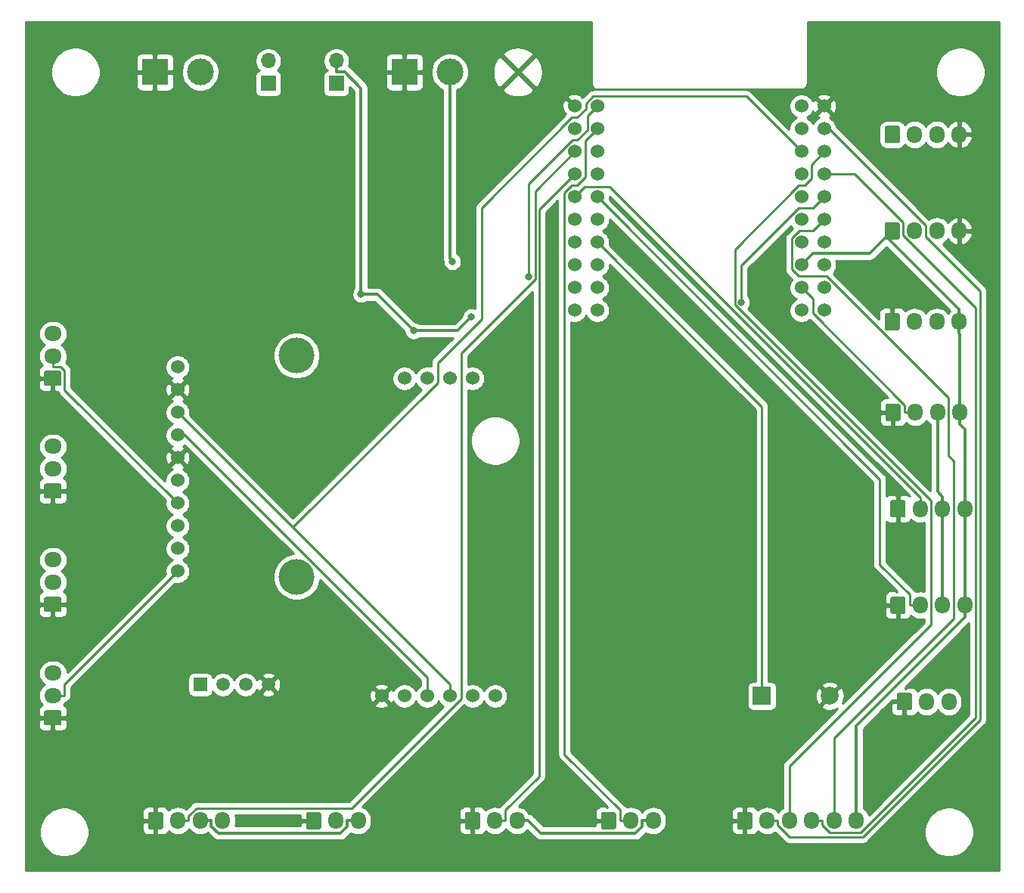
<source format=gbr>
G04 #@! TF.GenerationSoftware,KiCad,Pcbnew,5.1.5-52549c5~84~ubuntu18.04.1*
G04 #@! TF.CreationDate,2020-02-02T15:04:15+01:00*
G04 #@! TF.ProjectId,autopool,6175746f-706f-46f6-9c2e-6b696361645f,rev?*
G04 #@! TF.SameCoordinates,Original*
G04 #@! TF.FileFunction,Copper,L2,Bot*
G04 #@! TF.FilePolarity,Positive*
%FSLAX46Y46*%
G04 Gerber Fmt 4.6, Leading zero omitted, Abs format (unit mm)*
G04 Created by KiCad (PCBNEW 5.1.5-52549c5~84~ubuntu18.04.1) date 2020-02-02 15:04:15*
%MOMM*%
%LPD*%
G04 APERTURE LIST*
%ADD10O,1.700000X1.950000*%
%ADD11C,0.100000*%
%ADD12O,1.700000X1.700000*%
%ADD13R,1.700000X1.700000*%
%ADD14C,3.000000*%
%ADD15R,3.000000X3.000000*%
%ADD16C,1.524000*%
%ADD17C,1.500000*%
%ADD18R,1.500000X1.500000*%
%ADD19O,1.950000X1.700000*%
%ADD20C,4.000000*%
%ADD21C,2.000000*%
%ADD22R,2.000000X2.000000*%
%ADD23C,0.800000*%
%ADD24C,0.250000*%
%ADD25C,0.350000*%
%ADD26C,0.254000*%
G04 APERTURE END LIST*
D10*
X169980000Y-133350000D03*
X167480000Y-133350000D03*
X164980000Y-133350000D03*
X162480000Y-133350000D03*
X159980000Y-133350000D03*
G04 #@! TA.AperFunction,ComponentPad*
D11*
G36*
X158104504Y-132376204D02*
G01*
X158128773Y-132379804D01*
X158152571Y-132385765D01*
X158175671Y-132394030D01*
X158197849Y-132404520D01*
X158218893Y-132417133D01*
X158238598Y-132431747D01*
X158256777Y-132448223D01*
X158273253Y-132466402D01*
X158287867Y-132486107D01*
X158300480Y-132507151D01*
X158310970Y-132529329D01*
X158319235Y-132552429D01*
X158325196Y-132576227D01*
X158328796Y-132600496D01*
X158330000Y-132625000D01*
X158330000Y-134075000D01*
X158328796Y-134099504D01*
X158325196Y-134123773D01*
X158319235Y-134147571D01*
X158310970Y-134170671D01*
X158300480Y-134192849D01*
X158287867Y-134213893D01*
X158273253Y-134233598D01*
X158256777Y-134251777D01*
X158238598Y-134268253D01*
X158218893Y-134282867D01*
X158197849Y-134295480D01*
X158175671Y-134305970D01*
X158152571Y-134314235D01*
X158128773Y-134320196D01*
X158104504Y-134323796D01*
X158080000Y-134325000D01*
X156880000Y-134325000D01*
X156855496Y-134323796D01*
X156831227Y-134320196D01*
X156807429Y-134314235D01*
X156784329Y-134305970D01*
X156762151Y-134295480D01*
X156741107Y-134282867D01*
X156721402Y-134268253D01*
X156703223Y-134251777D01*
X156686747Y-134233598D01*
X156672133Y-134213893D01*
X156659520Y-134192849D01*
X156649030Y-134170671D01*
X156640765Y-134147571D01*
X156634804Y-134123773D01*
X156631204Y-134099504D01*
X156630000Y-134075000D01*
X156630000Y-132625000D01*
X156631204Y-132600496D01*
X156634804Y-132576227D01*
X156640765Y-132552429D01*
X156649030Y-132529329D01*
X156659520Y-132507151D01*
X156672133Y-132486107D01*
X156686747Y-132466402D01*
X156703223Y-132448223D01*
X156721402Y-132431747D01*
X156741107Y-132417133D01*
X156762151Y-132404520D01*
X156784329Y-132394030D01*
X156807429Y-132385765D01*
X156831227Y-132379804D01*
X156855496Y-132376204D01*
X156880000Y-132375000D01*
X158080000Y-132375000D01*
X158104504Y-132376204D01*
G37*
G04 #@! TD.AperFunction*
D10*
X181490000Y-56515000D03*
X178990000Y-56515000D03*
X176490000Y-56515000D03*
G04 #@! TA.AperFunction,ComponentPad*
D11*
G36*
X174614504Y-55541204D02*
G01*
X174638773Y-55544804D01*
X174662571Y-55550765D01*
X174685671Y-55559030D01*
X174707849Y-55569520D01*
X174728893Y-55582133D01*
X174748598Y-55596747D01*
X174766777Y-55613223D01*
X174783253Y-55631402D01*
X174797867Y-55651107D01*
X174810480Y-55672151D01*
X174820970Y-55694329D01*
X174829235Y-55717429D01*
X174835196Y-55741227D01*
X174838796Y-55765496D01*
X174840000Y-55790000D01*
X174840000Y-57240000D01*
X174838796Y-57264504D01*
X174835196Y-57288773D01*
X174829235Y-57312571D01*
X174820970Y-57335671D01*
X174810480Y-57357849D01*
X174797867Y-57378893D01*
X174783253Y-57398598D01*
X174766777Y-57416777D01*
X174748598Y-57433253D01*
X174728893Y-57447867D01*
X174707849Y-57460480D01*
X174685671Y-57470970D01*
X174662571Y-57479235D01*
X174638773Y-57485196D01*
X174614504Y-57488796D01*
X174590000Y-57490000D01*
X173390000Y-57490000D01*
X173365496Y-57488796D01*
X173341227Y-57485196D01*
X173317429Y-57479235D01*
X173294329Y-57470970D01*
X173272151Y-57460480D01*
X173251107Y-57447867D01*
X173231402Y-57433253D01*
X173213223Y-57416777D01*
X173196747Y-57398598D01*
X173182133Y-57378893D01*
X173169520Y-57357849D01*
X173159030Y-57335671D01*
X173150765Y-57312571D01*
X173144804Y-57288773D01*
X173141204Y-57264504D01*
X173140000Y-57240000D01*
X173140000Y-55790000D01*
X173141204Y-55765496D01*
X173144804Y-55741227D01*
X173150765Y-55717429D01*
X173159030Y-55694329D01*
X173169520Y-55672151D01*
X173182133Y-55651107D01*
X173196747Y-55631402D01*
X173213223Y-55613223D01*
X173231402Y-55596747D01*
X173251107Y-55582133D01*
X173272151Y-55569520D01*
X173294329Y-55559030D01*
X173317429Y-55550765D01*
X173341227Y-55544804D01*
X173365496Y-55541204D01*
X173390000Y-55540000D01*
X174590000Y-55540000D01*
X174614504Y-55541204D01*
G37*
G04 #@! TD.AperFunction*
D12*
X104140000Y-48260000D03*
D13*
X104140000Y-50800000D03*
D14*
X124460000Y-49530000D03*
D15*
X119380000Y-49530000D03*
D12*
X111760000Y-48260000D03*
D13*
X111760000Y-50800000D03*
D10*
X99020000Y-133350000D03*
X96520000Y-133350000D03*
X94020000Y-133350000D03*
G04 #@! TA.AperFunction,ComponentPad*
D11*
G36*
X92144504Y-132376204D02*
G01*
X92168773Y-132379804D01*
X92192571Y-132385765D01*
X92215671Y-132394030D01*
X92237849Y-132404520D01*
X92258893Y-132417133D01*
X92278598Y-132431747D01*
X92296777Y-132448223D01*
X92313253Y-132466402D01*
X92327867Y-132486107D01*
X92340480Y-132507151D01*
X92350970Y-132529329D01*
X92359235Y-132552429D01*
X92365196Y-132576227D01*
X92368796Y-132600496D01*
X92370000Y-132625000D01*
X92370000Y-134075000D01*
X92368796Y-134099504D01*
X92365196Y-134123773D01*
X92359235Y-134147571D01*
X92350970Y-134170671D01*
X92340480Y-134192849D01*
X92327867Y-134213893D01*
X92313253Y-134233598D01*
X92296777Y-134251777D01*
X92278598Y-134268253D01*
X92258893Y-134282867D01*
X92237849Y-134295480D01*
X92215671Y-134305970D01*
X92192571Y-134314235D01*
X92168773Y-134320196D01*
X92144504Y-134323796D01*
X92120000Y-134325000D01*
X90920000Y-134325000D01*
X90895496Y-134323796D01*
X90871227Y-134320196D01*
X90847429Y-134314235D01*
X90824329Y-134305970D01*
X90802151Y-134295480D01*
X90781107Y-134282867D01*
X90761402Y-134268253D01*
X90743223Y-134251777D01*
X90726747Y-134233598D01*
X90712133Y-134213893D01*
X90699520Y-134192849D01*
X90689030Y-134170671D01*
X90680765Y-134147571D01*
X90674804Y-134123773D01*
X90671204Y-134099504D01*
X90670000Y-134075000D01*
X90670000Y-132625000D01*
X90671204Y-132600496D01*
X90674804Y-132576227D01*
X90680765Y-132552429D01*
X90689030Y-132529329D01*
X90699520Y-132507151D01*
X90712133Y-132486107D01*
X90726747Y-132466402D01*
X90743223Y-132448223D01*
X90761402Y-132431747D01*
X90781107Y-132417133D01*
X90802151Y-132404520D01*
X90824329Y-132394030D01*
X90847429Y-132385765D01*
X90871227Y-132379804D01*
X90895496Y-132376204D01*
X90920000Y-132375000D01*
X92120000Y-132375000D01*
X92144504Y-132376204D01*
G37*
G04 #@! TD.AperFunction*
D10*
X182125000Y-109220000D03*
X179625000Y-109220000D03*
X177125000Y-109220000D03*
G04 #@! TA.AperFunction,ComponentPad*
D11*
G36*
X175249504Y-108246204D02*
G01*
X175273773Y-108249804D01*
X175297571Y-108255765D01*
X175320671Y-108264030D01*
X175342849Y-108274520D01*
X175363893Y-108287133D01*
X175383598Y-108301747D01*
X175401777Y-108318223D01*
X175418253Y-108336402D01*
X175432867Y-108356107D01*
X175445480Y-108377151D01*
X175455970Y-108399329D01*
X175464235Y-108422429D01*
X175470196Y-108446227D01*
X175473796Y-108470496D01*
X175475000Y-108495000D01*
X175475000Y-109945000D01*
X175473796Y-109969504D01*
X175470196Y-109993773D01*
X175464235Y-110017571D01*
X175455970Y-110040671D01*
X175445480Y-110062849D01*
X175432867Y-110083893D01*
X175418253Y-110103598D01*
X175401777Y-110121777D01*
X175383598Y-110138253D01*
X175363893Y-110152867D01*
X175342849Y-110165480D01*
X175320671Y-110175970D01*
X175297571Y-110184235D01*
X175273773Y-110190196D01*
X175249504Y-110193796D01*
X175225000Y-110195000D01*
X174025000Y-110195000D01*
X174000496Y-110193796D01*
X173976227Y-110190196D01*
X173952429Y-110184235D01*
X173929329Y-110175970D01*
X173907151Y-110165480D01*
X173886107Y-110152867D01*
X173866402Y-110138253D01*
X173848223Y-110121777D01*
X173831747Y-110103598D01*
X173817133Y-110083893D01*
X173804520Y-110062849D01*
X173794030Y-110040671D01*
X173785765Y-110017571D01*
X173779804Y-109993773D01*
X173776204Y-109969504D01*
X173775000Y-109945000D01*
X173775000Y-108495000D01*
X173776204Y-108470496D01*
X173779804Y-108446227D01*
X173785765Y-108422429D01*
X173794030Y-108399329D01*
X173804520Y-108377151D01*
X173817133Y-108356107D01*
X173831747Y-108336402D01*
X173848223Y-108318223D01*
X173866402Y-108301747D01*
X173886107Y-108287133D01*
X173907151Y-108274520D01*
X173929329Y-108264030D01*
X173952429Y-108255765D01*
X173976227Y-108249804D01*
X174000496Y-108246204D01*
X174025000Y-108245000D01*
X175225000Y-108245000D01*
X175249504Y-108246204D01*
G37*
G04 #@! TD.AperFunction*
D10*
X181570000Y-87630000D03*
X179070000Y-87630000D03*
X176570000Y-87630000D03*
G04 #@! TA.AperFunction,ComponentPad*
D11*
G36*
X174694504Y-86656204D02*
G01*
X174718773Y-86659804D01*
X174742571Y-86665765D01*
X174765671Y-86674030D01*
X174787849Y-86684520D01*
X174808893Y-86697133D01*
X174828598Y-86711747D01*
X174846777Y-86728223D01*
X174863253Y-86746402D01*
X174877867Y-86766107D01*
X174890480Y-86787151D01*
X174900970Y-86809329D01*
X174909235Y-86832429D01*
X174915196Y-86856227D01*
X174918796Y-86880496D01*
X174920000Y-86905000D01*
X174920000Y-88355000D01*
X174918796Y-88379504D01*
X174915196Y-88403773D01*
X174909235Y-88427571D01*
X174900970Y-88450671D01*
X174890480Y-88472849D01*
X174877867Y-88493893D01*
X174863253Y-88513598D01*
X174846777Y-88531777D01*
X174828598Y-88548253D01*
X174808893Y-88562867D01*
X174787849Y-88575480D01*
X174765671Y-88585970D01*
X174742571Y-88594235D01*
X174718773Y-88600196D01*
X174694504Y-88603796D01*
X174670000Y-88605000D01*
X173470000Y-88605000D01*
X173445496Y-88603796D01*
X173421227Y-88600196D01*
X173397429Y-88594235D01*
X173374329Y-88585970D01*
X173352151Y-88575480D01*
X173331107Y-88562867D01*
X173311402Y-88548253D01*
X173293223Y-88531777D01*
X173276747Y-88513598D01*
X173262133Y-88493893D01*
X173249520Y-88472849D01*
X173239030Y-88450671D01*
X173230765Y-88427571D01*
X173224804Y-88403773D01*
X173221204Y-88379504D01*
X173220000Y-88355000D01*
X173220000Y-86905000D01*
X173221204Y-86880496D01*
X173224804Y-86856227D01*
X173230765Y-86832429D01*
X173239030Y-86809329D01*
X173249520Y-86787151D01*
X173262133Y-86766107D01*
X173276747Y-86746402D01*
X173293223Y-86728223D01*
X173311402Y-86711747D01*
X173331107Y-86697133D01*
X173352151Y-86684520D01*
X173374329Y-86674030D01*
X173397429Y-86665765D01*
X173421227Y-86659804D01*
X173445496Y-86656204D01*
X173470000Y-86655000D01*
X174670000Y-86655000D01*
X174694504Y-86656204D01*
G37*
G04 #@! TD.AperFunction*
D10*
X181490000Y-77470000D03*
X178990000Y-77470000D03*
X176490000Y-77470000D03*
G04 #@! TA.AperFunction,ComponentPad*
D11*
G36*
X174614504Y-76496204D02*
G01*
X174638773Y-76499804D01*
X174662571Y-76505765D01*
X174685671Y-76514030D01*
X174707849Y-76524520D01*
X174728893Y-76537133D01*
X174748598Y-76551747D01*
X174766777Y-76568223D01*
X174783253Y-76586402D01*
X174797867Y-76606107D01*
X174810480Y-76627151D01*
X174820970Y-76649329D01*
X174829235Y-76672429D01*
X174835196Y-76696227D01*
X174838796Y-76720496D01*
X174840000Y-76745000D01*
X174840000Y-78195000D01*
X174838796Y-78219504D01*
X174835196Y-78243773D01*
X174829235Y-78267571D01*
X174820970Y-78290671D01*
X174810480Y-78312849D01*
X174797867Y-78333893D01*
X174783253Y-78353598D01*
X174766777Y-78371777D01*
X174748598Y-78388253D01*
X174728893Y-78402867D01*
X174707849Y-78415480D01*
X174685671Y-78425970D01*
X174662571Y-78434235D01*
X174638773Y-78440196D01*
X174614504Y-78443796D01*
X174590000Y-78445000D01*
X173390000Y-78445000D01*
X173365496Y-78443796D01*
X173341227Y-78440196D01*
X173317429Y-78434235D01*
X173294329Y-78425970D01*
X173272151Y-78415480D01*
X173251107Y-78402867D01*
X173231402Y-78388253D01*
X173213223Y-78371777D01*
X173196747Y-78353598D01*
X173182133Y-78333893D01*
X173169520Y-78312849D01*
X173159030Y-78290671D01*
X173150765Y-78267571D01*
X173144804Y-78243773D01*
X173141204Y-78219504D01*
X173140000Y-78195000D01*
X173140000Y-76745000D01*
X173141204Y-76720496D01*
X173144804Y-76696227D01*
X173150765Y-76672429D01*
X173159030Y-76649329D01*
X173169520Y-76627151D01*
X173182133Y-76606107D01*
X173196747Y-76586402D01*
X173213223Y-76568223D01*
X173231402Y-76551747D01*
X173251107Y-76537133D01*
X173272151Y-76524520D01*
X173294329Y-76514030D01*
X173317429Y-76505765D01*
X173341227Y-76499804D01*
X173365496Y-76496204D01*
X173390000Y-76495000D01*
X174590000Y-76495000D01*
X174614504Y-76496204D01*
G37*
G04 #@! TD.AperFunction*
D10*
X182125000Y-98425000D03*
X179625000Y-98425000D03*
X177125000Y-98425000D03*
G04 #@! TA.AperFunction,ComponentPad*
D11*
G36*
X175249504Y-97451204D02*
G01*
X175273773Y-97454804D01*
X175297571Y-97460765D01*
X175320671Y-97469030D01*
X175342849Y-97479520D01*
X175363893Y-97492133D01*
X175383598Y-97506747D01*
X175401777Y-97523223D01*
X175418253Y-97541402D01*
X175432867Y-97561107D01*
X175445480Y-97582151D01*
X175455970Y-97604329D01*
X175464235Y-97627429D01*
X175470196Y-97651227D01*
X175473796Y-97675496D01*
X175475000Y-97700000D01*
X175475000Y-99150000D01*
X175473796Y-99174504D01*
X175470196Y-99198773D01*
X175464235Y-99222571D01*
X175455970Y-99245671D01*
X175445480Y-99267849D01*
X175432867Y-99288893D01*
X175418253Y-99308598D01*
X175401777Y-99326777D01*
X175383598Y-99343253D01*
X175363893Y-99357867D01*
X175342849Y-99370480D01*
X175320671Y-99380970D01*
X175297571Y-99389235D01*
X175273773Y-99395196D01*
X175249504Y-99398796D01*
X175225000Y-99400000D01*
X174025000Y-99400000D01*
X174000496Y-99398796D01*
X173976227Y-99395196D01*
X173952429Y-99389235D01*
X173929329Y-99380970D01*
X173907151Y-99370480D01*
X173886107Y-99357867D01*
X173866402Y-99343253D01*
X173848223Y-99326777D01*
X173831747Y-99308598D01*
X173817133Y-99288893D01*
X173804520Y-99267849D01*
X173794030Y-99245671D01*
X173785765Y-99222571D01*
X173779804Y-99198773D01*
X173776204Y-99174504D01*
X173775000Y-99150000D01*
X173775000Y-97700000D01*
X173776204Y-97675496D01*
X173779804Y-97651227D01*
X173785765Y-97627429D01*
X173794030Y-97604329D01*
X173804520Y-97582151D01*
X173817133Y-97561107D01*
X173831747Y-97541402D01*
X173848223Y-97523223D01*
X173866402Y-97506747D01*
X173886107Y-97492133D01*
X173907151Y-97479520D01*
X173929329Y-97469030D01*
X173952429Y-97460765D01*
X173976227Y-97454804D01*
X174000496Y-97451204D01*
X174025000Y-97450000D01*
X175225000Y-97450000D01*
X175249504Y-97451204D01*
G37*
G04 #@! TD.AperFunction*
D10*
X180340000Y-120015000D03*
X177840000Y-120015000D03*
G04 #@! TA.AperFunction,ComponentPad*
D11*
G36*
X175964504Y-119041204D02*
G01*
X175988773Y-119044804D01*
X176012571Y-119050765D01*
X176035671Y-119059030D01*
X176057849Y-119069520D01*
X176078893Y-119082133D01*
X176098598Y-119096747D01*
X176116777Y-119113223D01*
X176133253Y-119131402D01*
X176147867Y-119151107D01*
X176160480Y-119172151D01*
X176170970Y-119194329D01*
X176179235Y-119217429D01*
X176185196Y-119241227D01*
X176188796Y-119265496D01*
X176190000Y-119290000D01*
X176190000Y-120740000D01*
X176188796Y-120764504D01*
X176185196Y-120788773D01*
X176179235Y-120812571D01*
X176170970Y-120835671D01*
X176160480Y-120857849D01*
X176147867Y-120878893D01*
X176133253Y-120898598D01*
X176116777Y-120916777D01*
X176098598Y-120933253D01*
X176078893Y-120947867D01*
X176057849Y-120960480D01*
X176035671Y-120970970D01*
X176012571Y-120979235D01*
X175988773Y-120985196D01*
X175964504Y-120988796D01*
X175940000Y-120990000D01*
X174740000Y-120990000D01*
X174715496Y-120988796D01*
X174691227Y-120985196D01*
X174667429Y-120979235D01*
X174644329Y-120970970D01*
X174622151Y-120960480D01*
X174601107Y-120947867D01*
X174581402Y-120933253D01*
X174563223Y-120916777D01*
X174546747Y-120898598D01*
X174532133Y-120878893D01*
X174519520Y-120857849D01*
X174509030Y-120835671D01*
X174500765Y-120812571D01*
X174494804Y-120788773D01*
X174491204Y-120764504D01*
X174490000Y-120740000D01*
X174490000Y-119290000D01*
X174491204Y-119265496D01*
X174494804Y-119241227D01*
X174500765Y-119217429D01*
X174509030Y-119194329D01*
X174519520Y-119172151D01*
X174532133Y-119151107D01*
X174546747Y-119131402D01*
X174563223Y-119113223D01*
X174581402Y-119096747D01*
X174601107Y-119082133D01*
X174622151Y-119069520D01*
X174644329Y-119059030D01*
X174667429Y-119050765D01*
X174691227Y-119044804D01*
X174715496Y-119041204D01*
X174740000Y-119040000D01*
X175940000Y-119040000D01*
X175964504Y-119041204D01*
G37*
G04 #@! TD.AperFunction*
D16*
X119380000Y-83820000D03*
X121920000Y-83820000D03*
X124460000Y-83820000D03*
X127000000Y-83820000D03*
X129540000Y-119380000D03*
X127000000Y-119380000D03*
X124460000Y-119380000D03*
X121920000Y-119380000D03*
X119380000Y-119380000D03*
X116840000Y-119380000D03*
D17*
X104140000Y-118110000D03*
X101600000Y-118110000D03*
X99060000Y-118110000D03*
D18*
X96520000Y-118110000D03*
D19*
X80010000Y-116840000D03*
X80010000Y-119340000D03*
G04 #@! TA.AperFunction,ComponentPad*
D11*
G36*
X80759504Y-120991204D02*
G01*
X80783773Y-120994804D01*
X80807571Y-121000765D01*
X80830671Y-121009030D01*
X80852849Y-121019520D01*
X80873893Y-121032133D01*
X80893598Y-121046747D01*
X80911777Y-121063223D01*
X80928253Y-121081402D01*
X80942867Y-121101107D01*
X80955480Y-121122151D01*
X80965970Y-121144329D01*
X80974235Y-121167429D01*
X80980196Y-121191227D01*
X80983796Y-121215496D01*
X80985000Y-121240000D01*
X80985000Y-122440000D01*
X80983796Y-122464504D01*
X80980196Y-122488773D01*
X80974235Y-122512571D01*
X80965970Y-122535671D01*
X80955480Y-122557849D01*
X80942867Y-122578893D01*
X80928253Y-122598598D01*
X80911777Y-122616777D01*
X80893598Y-122633253D01*
X80873893Y-122647867D01*
X80852849Y-122660480D01*
X80830671Y-122670970D01*
X80807571Y-122679235D01*
X80783773Y-122685196D01*
X80759504Y-122688796D01*
X80735000Y-122690000D01*
X79285000Y-122690000D01*
X79260496Y-122688796D01*
X79236227Y-122685196D01*
X79212429Y-122679235D01*
X79189329Y-122670970D01*
X79167151Y-122660480D01*
X79146107Y-122647867D01*
X79126402Y-122633253D01*
X79108223Y-122616777D01*
X79091747Y-122598598D01*
X79077133Y-122578893D01*
X79064520Y-122557849D01*
X79054030Y-122535671D01*
X79045765Y-122512571D01*
X79039804Y-122488773D01*
X79036204Y-122464504D01*
X79035000Y-122440000D01*
X79035000Y-121240000D01*
X79036204Y-121215496D01*
X79039804Y-121191227D01*
X79045765Y-121167429D01*
X79054030Y-121144329D01*
X79064520Y-121122151D01*
X79077133Y-121101107D01*
X79091747Y-121081402D01*
X79108223Y-121063223D01*
X79126402Y-121046747D01*
X79146107Y-121032133D01*
X79167151Y-121019520D01*
X79189329Y-121009030D01*
X79212429Y-121000765D01*
X79236227Y-120994804D01*
X79260496Y-120991204D01*
X79285000Y-120990000D01*
X80735000Y-120990000D01*
X80759504Y-120991204D01*
G37*
G04 #@! TD.AperFunction*
D14*
X96520000Y-49530000D03*
D15*
X91440000Y-49530000D03*
D19*
X80010000Y-104140000D03*
X80010000Y-106640000D03*
G04 #@! TA.AperFunction,ComponentPad*
D11*
G36*
X80759504Y-108291204D02*
G01*
X80783773Y-108294804D01*
X80807571Y-108300765D01*
X80830671Y-108309030D01*
X80852849Y-108319520D01*
X80873893Y-108332133D01*
X80893598Y-108346747D01*
X80911777Y-108363223D01*
X80928253Y-108381402D01*
X80942867Y-108401107D01*
X80955480Y-108422151D01*
X80965970Y-108444329D01*
X80974235Y-108467429D01*
X80980196Y-108491227D01*
X80983796Y-108515496D01*
X80985000Y-108540000D01*
X80985000Y-109740000D01*
X80983796Y-109764504D01*
X80980196Y-109788773D01*
X80974235Y-109812571D01*
X80965970Y-109835671D01*
X80955480Y-109857849D01*
X80942867Y-109878893D01*
X80928253Y-109898598D01*
X80911777Y-109916777D01*
X80893598Y-109933253D01*
X80873893Y-109947867D01*
X80852849Y-109960480D01*
X80830671Y-109970970D01*
X80807571Y-109979235D01*
X80783773Y-109985196D01*
X80759504Y-109988796D01*
X80735000Y-109990000D01*
X79285000Y-109990000D01*
X79260496Y-109988796D01*
X79236227Y-109985196D01*
X79212429Y-109979235D01*
X79189329Y-109970970D01*
X79167151Y-109960480D01*
X79146107Y-109947867D01*
X79126402Y-109933253D01*
X79108223Y-109916777D01*
X79091747Y-109898598D01*
X79077133Y-109878893D01*
X79064520Y-109857849D01*
X79054030Y-109835671D01*
X79045765Y-109812571D01*
X79039804Y-109788773D01*
X79036204Y-109764504D01*
X79035000Y-109740000D01*
X79035000Y-108540000D01*
X79036204Y-108515496D01*
X79039804Y-108491227D01*
X79045765Y-108467429D01*
X79054030Y-108444329D01*
X79064520Y-108422151D01*
X79077133Y-108401107D01*
X79091747Y-108381402D01*
X79108223Y-108363223D01*
X79126402Y-108346747D01*
X79146107Y-108332133D01*
X79167151Y-108319520D01*
X79189329Y-108309030D01*
X79212429Y-108300765D01*
X79236227Y-108294804D01*
X79260496Y-108291204D01*
X79285000Y-108290000D01*
X80735000Y-108290000D01*
X80759504Y-108291204D01*
G37*
G04 #@! TD.AperFunction*
D10*
X132000000Y-133350000D03*
X129500000Y-133350000D03*
G04 #@! TA.AperFunction,ComponentPad*
D11*
G36*
X127624504Y-132376204D02*
G01*
X127648773Y-132379804D01*
X127672571Y-132385765D01*
X127695671Y-132394030D01*
X127717849Y-132404520D01*
X127738893Y-132417133D01*
X127758598Y-132431747D01*
X127776777Y-132448223D01*
X127793253Y-132466402D01*
X127807867Y-132486107D01*
X127820480Y-132507151D01*
X127830970Y-132529329D01*
X127839235Y-132552429D01*
X127845196Y-132576227D01*
X127848796Y-132600496D01*
X127850000Y-132625000D01*
X127850000Y-134075000D01*
X127848796Y-134099504D01*
X127845196Y-134123773D01*
X127839235Y-134147571D01*
X127830970Y-134170671D01*
X127820480Y-134192849D01*
X127807867Y-134213893D01*
X127793253Y-134233598D01*
X127776777Y-134251777D01*
X127758598Y-134268253D01*
X127738893Y-134282867D01*
X127717849Y-134295480D01*
X127695671Y-134305970D01*
X127672571Y-134314235D01*
X127648773Y-134320196D01*
X127624504Y-134323796D01*
X127600000Y-134325000D01*
X126400000Y-134325000D01*
X126375496Y-134323796D01*
X126351227Y-134320196D01*
X126327429Y-134314235D01*
X126304329Y-134305970D01*
X126282151Y-134295480D01*
X126261107Y-134282867D01*
X126241402Y-134268253D01*
X126223223Y-134251777D01*
X126206747Y-134233598D01*
X126192133Y-134213893D01*
X126179520Y-134192849D01*
X126169030Y-134170671D01*
X126160765Y-134147571D01*
X126154804Y-134123773D01*
X126151204Y-134099504D01*
X126150000Y-134075000D01*
X126150000Y-132625000D01*
X126151204Y-132600496D01*
X126154804Y-132576227D01*
X126160765Y-132552429D01*
X126169030Y-132529329D01*
X126179520Y-132507151D01*
X126192133Y-132486107D01*
X126206747Y-132466402D01*
X126223223Y-132448223D01*
X126241402Y-132431747D01*
X126261107Y-132417133D01*
X126282151Y-132404520D01*
X126304329Y-132394030D01*
X126327429Y-132385765D01*
X126351227Y-132379804D01*
X126375496Y-132376204D01*
X126400000Y-132375000D01*
X127600000Y-132375000D01*
X127624504Y-132376204D01*
G37*
G04 #@! TD.AperFunction*
D10*
X147240000Y-133350000D03*
X144740000Y-133350000D03*
G04 #@! TA.AperFunction,ComponentPad*
D11*
G36*
X142864504Y-132376204D02*
G01*
X142888773Y-132379804D01*
X142912571Y-132385765D01*
X142935671Y-132394030D01*
X142957849Y-132404520D01*
X142978893Y-132417133D01*
X142998598Y-132431747D01*
X143016777Y-132448223D01*
X143033253Y-132466402D01*
X143047867Y-132486107D01*
X143060480Y-132507151D01*
X143070970Y-132529329D01*
X143079235Y-132552429D01*
X143085196Y-132576227D01*
X143088796Y-132600496D01*
X143090000Y-132625000D01*
X143090000Y-134075000D01*
X143088796Y-134099504D01*
X143085196Y-134123773D01*
X143079235Y-134147571D01*
X143070970Y-134170671D01*
X143060480Y-134192849D01*
X143047867Y-134213893D01*
X143033253Y-134233598D01*
X143016777Y-134251777D01*
X142998598Y-134268253D01*
X142978893Y-134282867D01*
X142957849Y-134295480D01*
X142935671Y-134305970D01*
X142912571Y-134314235D01*
X142888773Y-134320196D01*
X142864504Y-134323796D01*
X142840000Y-134325000D01*
X141640000Y-134325000D01*
X141615496Y-134323796D01*
X141591227Y-134320196D01*
X141567429Y-134314235D01*
X141544329Y-134305970D01*
X141522151Y-134295480D01*
X141501107Y-134282867D01*
X141481402Y-134268253D01*
X141463223Y-134251777D01*
X141446747Y-134233598D01*
X141432133Y-134213893D01*
X141419520Y-134192849D01*
X141409030Y-134170671D01*
X141400765Y-134147571D01*
X141394804Y-134123773D01*
X141391204Y-134099504D01*
X141390000Y-134075000D01*
X141390000Y-132625000D01*
X141391204Y-132600496D01*
X141394804Y-132576227D01*
X141400765Y-132552429D01*
X141409030Y-132529329D01*
X141419520Y-132507151D01*
X141432133Y-132486107D01*
X141446747Y-132466402D01*
X141463223Y-132448223D01*
X141481402Y-132431747D01*
X141501107Y-132417133D01*
X141522151Y-132404520D01*
X141544329Y-132394030D01*
X141567429Y-132385765D01*
X141591227Y-132379804D01*
X141615496Y-132376204D01*
X141640000Y-132375000D01*
X142840000Y-132375000D01*
X142864504Y-132376204D01*
G37*
G04 #@! TD.AperFunction*
D10*
X114220000Y-133350000D03*
X111720000Y-133350000D03*
G04 #@! TA.AperFunction,ComponentPad*
D11*
G36*
X109844504Y-132376204D02*
G01*
X109868773Y-132379804D01*
X109892571Y-132385765D01*
X109915671Y-132394030D01*
X109937849Y-132404520D01*
X109958893Y-132417133D01*
X109978598Y-132431747D01*
X109996777Y-132448223D01*
X110013253Y-132466402D01*
X110027867Y-132486107D01*
X110040480Y-132507151D01*
X110050970Y-132529329D01*
X110059235Y-132552429D01*
X110065196Y-132576227D01*
X110068796Y-132600496D01*
X110070000Y-132625000D01*
X110070000Y-134075000D01*
X110068796Y-134099504D01*
X110065196Y-134123773D01*
X110059235Y-134147571D01*
X110050970Y-134170671D01*
X110040480Y-134192849D01*
X110027867Y-134213893D01*
X110013253Y-134233598D01*
X109996777Y-134251777D01*
X109978598Y-134268253D01*
X109958893Y-134282867D01*
X109937849Y-134295480D01*
X109915671Y-134305970D01*
X109892571Y-134314235D01*
X109868773Y-134320196D01*
X109844504Y-134323796D01*
X109820000Y-134325000D01*
X108620000Y-134325000D01*
X108595496Y-134323796D01*
X108571227Y-134320196D01*
X108547429Y-134314235D01*
X108524329Y-134305970D01*
X108502151Y-134295480D01*
X108481107Y-134282867D01*
X108461402Y-134268253D01*
X108443223Y-134251777D01*
X108426747Y-134233598D01*
X108412133Y-134213893D01*
X108399520Y-134192849D01*
X108389030Y-134170671D01*
X108380765Y-134147571D01*
X108374804Y-134123773D01*
X108371204Y-134099504D01*
X108370000Y-134075000D01*
X108370000Y-132625000D01*
X108371204Y-132600496D01*
X108374804Y-132576227D01*
X108380765Y-132552429D01*
X108389030Y-132529329D01*
X108399520Y-132507151D01*
X108412133Y-132486107D01*
X108426747Y-132466402D01*
X108443223Y-132448223D01*
X108461402Y-132431747D01*
X108481107Y-132417133D01*
X108502151Y-132404520D01*
X108524329Y-132394030D01*
X108547429Y-132385765D01*
X108571227Y-132379804D01*
X108595496Y-132376204D01*
X108620000Y-132375000D01*
X109820000Y-132375000D01*
X109844504Y-132376204D01*
G37*
G04 #@! TD.AperFunction*
D19*
X80010000Y-91440000D03*
X80010000Y-93940000D03*
G04 #@! TA.AperFunction,ComponentPad*
D11*
G36*
X80759504Y-95591204D02*
G01*
X80783773Y-95594804D01*
X80807571Y-95600765D01*
X80830671Y-95609030D01*
X80852849Y-95619520D01*
X80873893Y-95632133D01*
X80893598Y-95646747D01*
X80911777Y-95663223D01*
X80928253Y-95681402D01*
X80942867Y-95701107D01*
X80955480Y-95722151D01*
X80965970Y-95744329D01*
X80974235Y-95767429D01*
X80980196Y-95791227D01*
X80983796Y-95815496D01*
X80985000Y-95840000D01*
X80985000Y-97040000D01*
X80983796Y-97064504D01*
X80980196Y-97088773D01*
X80974235Y-97112571D01*
X80965970Y-97135671D01*
X80955480Y-97157849D01*
X80942867Y-97178893D01*
X80928253Y-97198598D01*
X80911777Y-97216777D01*
X80893598Y-97233253D01*
X80873893Y-97247867D01*
X80852849Y-97260480D01*
X80830671Y-97270970D01*
X80807571Y-97279235D01*
X80783773Y-97285196D01*
X80759504Y-97288796D01*
X80735000Y-97290000D01*
X79285000Y-97290000D01*
X79260496Y-97288796D01*
X79236227Y-97285196D01*
X79212429Y-97279235D01*
X79189329Y-97270970D01*
X79167151Y-97260480D01*
X79146107Y-97247867D01*
X79126402Y-97233253D01*
X79108223Y-97216777D01*
X79091747Y-97198598D01*
X79077133Y-97178893D01*
X79064520Y-97157849D01*
X79054030Y-97135671D01*
X79045765Y-97112571D01*
X79039804Y-97088773D01*
X79036204Y-97064504D01*
X79035000Y-97040000D01*
X79035000Y-95840000D01*
X79036204Y-95815496D01*
X79039804Y-95791227D01*
X79045765Y-95767429D01*
X79054030Y-95744329D01*
X79064520Y-95722151D01*
X79077133Y-95701107D01*
X79091747Y-95681402D01*
X79108223Y-95663223D01*
X79126402Y-95646747D01*
X79146107Y-95632133D01*
X79167151Y-95619520D01*
X79189329Y-95609030D01*
X79212429Y-95600765D01*
X79236227Y-95594804D01*
X79260496Y-95591204D01*
X79285000Y-95590000D01*
X80735000Y-95590000D01*
X80759504Y-95591204D01*
G37*
G04 #@! TD.AperFunction*
D19*
X80010000Y-78820000D03*
X80010000Y-81320000D03*
G04 #@! TA.AperFunction,ComponentPad*
D11*
G36*
X80759504Y-82971204D02*
G01*
X80783773Y-82974804D01*
X80807571Y-82980765D01*
X80830671Y-82989030D01*
X80852849Y-82999520D01*
X80873893Y-83012133D01*
X80893598Y-83026747D01*
X80911777Y-83043223D01*
X80928253Y-83061402D01*
X80942867Y-83081107D01*
X80955480Y-83102151D01*
X80965970Y-83124329D01*
X80974235Y-83147429D01*
X80980196Y-83171227D01*
X80983796Y-83195496D01*
X80985000Y-83220000D01*
X80985000Y-84420000D01*
X80983796Y-84444504D01*
X80980196Y-84468773D01*
X80974235Y-84492571D01*
X80965970Y-84515671D01*
X80955480Y-84537849D01*
X80942867Y-84558893D01*
X80928253Y-84578598D01*
X80911777Y-84596777D01*
X80893598Y-84613253D01*
X80873893Y-84627867D01*
X80852849Y-84640480D01*
X80830671Y-84650970D01*
X80807571Y-84659235D01*
X80783773Y-84665196D01*
X80759504Y-84668796D01*
X80735000Y-84670000D01*
X79285000Y-84670000D01*
X79260496Y-84668796D01*
X79236227Y-84665196D01*
X79212429Y-84659235D01*
X79189329Y-84650970D01*
X79167151Y-84640480D01*
X79146107Y-84627867D01*
X79126402Y-84613253D01*
X79108223Y-84596777D01*
X79091747Y-84578598D01*
X79077133Y-84558893D01*
X79064520Y-84537849D01*
X79054030Y-84515671D01*
X79045765Y-84492571D01*
X79039804Y-84468773D01*
X79036204Y-84444504D01*
X79035000Y-84420000D01*
X79035000Y-83220000D01*
X79036204Y-83195496D01*
X79039804Y-83171227D01*
X79045765Y-83147429D01*
X79054030Y-83124329D01*
X79064520Y-83102151D01*
X79077133Y-83081107D01*
X79091747Y-83061402D01*
X79108223Y-83043223D01*
X79126402Y-83026747D01*
X79146107Y-83012133D01*
X79167151Y-82999520D01*
X79189329Y-82989030D01*
X79212429Y-82980765D01*
X79236227Y-82974804D01*
X79260496Y-82971204D01*
X79285000Y-82970000D01*
X80735000Y-82970000D01*
X80759504Y-82971204D01*
G37*
G04 #@! TD.AperFunction*
D20*
X107315000Y-106045000D03*
X107315000Y-81280000D03*
D16*
X93980000Y-105410000D03*
X93980000Y-102870000D03*
X93980000Y-100330000D03*
X93980000Y-97790000D03*
X93980000Y-95250000D03*
X93980000Y-92710000D03*
X93980000Y-90170000D03*
X93980000Y-87630000D03*
X93980000Y-85090000D03*
X93980000Y-82550000D03*
D21*
X167005000Y-119380000D03*
D22*
X159405000Y-119380000D03*
D10*
X181490000Y-67310000D03*
X178990000Y-67310000D03*
X176490000Y-67310000D03*
G04 #@! TA.AperFunction,ComponentPad*
D11*
G36*
X174614504Y-66336204D02*
G01*
X174638773Y-66339804D01*
X174662571Y-66345765D01*
X174685671Y-66354030D01*
X174707849Y-66364520D01*
X174728893Y-66377133D01*
X174748598Y-66391747D01*
X174766777Y-66408223D01*
X174783253Y-66426402D01*
X174797867Y-66446107D01*
X174810480Y-66467151D01*
X174820970Y-66489329D01*
X174829235Y-66512429D01*
X174835196Y-66536227D01*
X174838796Y-66560496D01*
X174840000Y-66585000D01*
X174840000Y-68035000D01*
X174838796Y-68059504D01*
X174835196Y-68083773D01*
X174829235Y-68107571D01*
X174820970Y-68130671D01*
X174810480Y-68152849D01*
X174797867Y-68173893D01*
X174783253Y-68193598D01*
X174766777Y-68211777D01*
X174748598Y-68228253D01*
X174728893Y-68242867D01*
X174707849Y-68255480D01*
X174685671Y-68265970D01*
X174662571Y-68274235D01*
X174638773Y-68280196D01*
X174614504Y-68283796D01*
X174590000Y-68285000D01*
X173390000Y-68285000D01*
X173365496Y-68283796D01*
X173341227Y-68280196D01*
X173317429Y-68274235D01*
X173294329Y-68265970D01*
X173272151Y-68255480D01*
X173251107Y-68242867D01*
X173231402Y-68228253D01*
X173213223Y-68211777D01*
X173196747Y-68193598D01*
X173182133Y-68173893D01*
X173169520Y-68152849D01*
X173159030Y-68130671D01*
X173150765Y-68107571D01*
X173144804Y-68083773D01*
X173141204Y-68059504D01*
X173140000Y-68035000D01*
X173140000Y-66585000D01*
X173141204Y-66560496D01*
X173144804Y-66536227D01*
X173150765Y-66512429D01*
X173159030Y-66489329D01*
X173169520Y-66467151D01*
X173182133Y-66446107D01*
X173196747Y-66426402D01*
X173213223Y-66408223D01*
X173231402Y-66391747D01*
X173251107Y-66377133D01*
X173272151Y-66364520D01*
X173294329Y-66354030D01*
X173317429Y-66345765D01*
X173341227Y-66339804D01*
X173365496Y-66336204D01*
X173390000Y-66335000D01*
X174590000Y-66335000D01*
X174614504Y-66336204D01*
G37*
G04 #@! TD.AperFunction*
D16*
X166370000Y-76200000D03*
X166370000Y-73660000D03*
X166370000Y-71120000D03*
X166370000Y-68580000D03*
X166370000Y-66040000D03*
X166370000Y-63500000D03*
X166370000Y-60960000D03*
X166370000Y-58420000D03*
X166370000Y-55880000D03*
X166370000Y-53340000D03*
X163830000Y-76200000D03*
X163830000Y-73660000D03*
X163830000Y-71120000D03*
X163830000Y-68580000D03*
X163830000Y-66040000D03*
X163830000Y-63500000D03*
X163830000Y-60960000D03*
X163830000Y-58420000D03*
X163830000Y-55880000D03*
X163830000Y-53340000D03*
X140970000Y-76200000D03*
X140970000Y-73660000D03*
X140970000Y-71120000D03*
X140970000Y-68580000D03*
X140970000Y-66040000D03*
X140970000Y-63500000D03*
X140970000Y-60960000D03*
X140970000Y-58420000D03*
X140970000Y-55880000D03*
X140970000Y-53340000D03*
X138430000Y-76200000D03*
X138430000Y-73660000D03*
X138430000Y-71120000D03*
X138430000Y-68580000D03*
X138430000Y-66040000D03*
X138430000Y-63500000D03*
X138430000Y-60960000D03*
X138430000Y-58420000D03*
X138430000Y-55880000D03*
X138430000Y-53340000D03*
D23*
X133288600Y-72417000D03*
X131445000Y-78740000D03*
X120650000Y-80645000D03*
X114300000Y-121920000D03*
X115570000Y-124460000D03*
X161925000Y-72390000D03*
X120650000Y-74295000D03*
X149225000Y-73660000D03*
X124746400Y-70734400D03*
X157095700Y-75292800D03*
X114516300Y-74405300D03*
X126878700Y-76928300D03*
X120402700Y-78485100D03*
D24*
X140970000Y-53340000D02*
X139859400Y-54450600D01*
X139859400Y-54450600D02*
X139859400Y-55990300D01*
X139859400Y-55990300D02*
X138699700Y-57150000D01*
X138699700Y-57150000D02*
X138161100Y-57150000D01*
X138161100Y-57150000D02*
X133288600Y-62022500D01*
X133288600Y-62022500D02*
X133288600Y-72417000D01*
D25*
X173335200Y-67964800D02*
X173990000Y-67310000D01*
X163830000Y-71120000D02*
X165100000Y-69850000D01*
X165100000Y-69850000D02*
X171450000Y-69850000D01*
X171450000Y-69850000D02*
X173335200Y-67964800D01*
X173335200Y-67964800D02*
X181490000Y-76119700D01*
X181490000Y-77470000D02*
X181490000Y-76119700D01*
X182125000Y-98425000D02*
X182125000Y-109220000D01*
X181570000Y-88980300D02*
X182125000Y-89535300D01*
X182125000Y-89535300D02*
X182125000Y-98425000D01*
X169980000Y-133350000D02*
X169980000Y-131999700D01*
X182125000Y-109220000D02*
X182125000Y-110570300D01*
X182125000Y-110570300D02*
X169980000Y-122715300D01*
X169980000Y-122715300D02*
X169980000Y-131999700D01*
X181570000Y-87630000D02*
X181570000Y-88980300D01*
X181570000Y-87630000D02*
X181570000Y-78900300D01*
X181570000Y-78900300D02*
X181490000Y-78820300D01*
X181490000Y-77470000D02*
X181490000Y-78820300D01*
X147240000Y-133350000D02*
X146014700Y-133350000D01*
X132000000Y-133350000D02*
X133225300Y-133350000D01*
X133225300Y-133350000D02*
X134627500Y-134752200D01*
X134627500Y-134752200D02*
X145245300Y-134752200D01*
X145245300Y-134752200D02*
X146014700Y-133982800D01*
X146014700Y-133982800D02*
X146014700Y-133350000D01*
X114220000Y-133350000D02*
X112994700Y-133350000D01*
X96520000Y-133350000D02*
X97745300Y-133350000D01*
X97745300Y-133350000D02*
X97745300Y-133962600D01*
X97745300Y-133962600D02*
X98534900Y-134752200D01*
X98534900Y-134752200D02*
X112225300Y-134752200D01*
X112225300Y-134752200D02*
X112994700Y-133982800D01*
X112994700Y-133982800D02*
X112994700Y-133350000D01*
X179625000Y-109220000D02*
X179625000Y-98425000D01*
X124746400Y-70734400D02*
X124460000Y-70448000D01*
X124460000Y-70448000D02*
X124460000Y-49530000D01*
X179625000Y-98425000D02*
X179625000Y-97074700D01*
X179070000Y-87630000D02*
X179070000Y-96519700D01*
X179070000Y-96519700D02*
X179625000Y-97074700D01*
D24*
X140970000Y-68580000D02*
X159405000Y-87015000D01*
X159405000Y-87015000D02*
X159405000Y-119380000D01*
X144740000Y-133350000D02*
X143564700Y-133350000D01*
X140970000Y-55880000D02*
X139664700Y-57185300D01*
X139664700Y-57185300D02*
X139664700Y-61299000D01*
X139664700Y-61299000D02*
X138733700Y-62230000D01*
X138733700Y-62230000D02*
X138148200Y-62230000D01*
X138148200Y-62230000D02*
X137302100Y-63076100D01*
X137302100Y-63076100D02*
X137302100Y-125912100D01*
X137302100Y-125912100D02*
X143564700Y-132174700D01*
X143564700Y-132174700D02*
X143564700Y-133350000D01*
X130675300Y-133350000D02*
X130675300Y-132174700D01*
X130675300Y-132174700D02*
X134464200Y-128385800D01*
X134464200Y-128385800D02*
X134464200Y-64925800D01*
X134464200Y-64925800D02*
X138430000Y-60960000D01*
X129500000Y-133350000D02*
X130675300Y-133350000D01*
X95195300Y-133350000D02*
X95195300Y-132835800D01*
X95195300Y-132835800D02*
X96103400Y-131927700D01*
X96103400Y-131927700D02*
X113452100Y-131927700D01*
X113452100Y-131927700D02*
X125730000Y-119649800D01*
X125730000Y-119649800D02*
X125730000Y-81001400D01*
X125730000Y-81001400D02*
X134013900Y-72717500D01*
X134013900Y-72717500D02*
X134013900Y-62836100D01*
X134013900Y-62836100D02*
X138430000Y-58420000D01*
X94020000Y-133350000D02*
X95195300Y-133350000D01*
X166370000Y-66040000D02*
X165100000Y-67310000D01*
X165100000Y-67310000D02*
X163561400Y-67310000D01*
X163561400Y-67310000D02*
X162723400Y-68148000D01*
X162723400Y-68148000D02*
X162723400Y-71627600D01*
X162723400Y-71627600D02*
X163485800Y-72390000D01*
X163485800Y-72390000D02*
X166651200Y-72390000D01*
X166651200Y-72390000D02*
X180245400Y-85984200D01*
X180245400Y-85984200D02*
X180245400Y-92450100D01*
X180245400Y-92450100D02*
X180875000Y-93079700D01*
X180875000Y-93079700D02*
X180875000Y-110717300D01*
X180875000Y-110717300D02*
X167480000Y-124112300D01*
X167480000Y-124112300D02*
X167480000Y-133350000D01*
X164980000Y-133350000D02*
X166155300Y-133350000D01*
X166370000Y-60960000D02*
X169810100Y-60960000D01*
X169810100Y-60960000D02*
X175166400Y-66316300D01*
X175166400Y-66316300D02*
X175166400Y-67773600D01*
X175166400Y-67773600D02*
X183339700Y-75946900D01*
X183339700Y-75946900D02*
X183339700Y-121816900D01*
X183339700Y-121816900D02*
X170464800Y-134691800D01*
X170464800Y-134691800D02*
X166982900Y-134691800D01*
X166982900Y-134691800D02*
X166155300Y-133864200D01*
X166155300Y-133864200D02*
X166155300Y-133350000D01*
X166370000Y-58420000D02*
X164917400Y-59872600D01*
X164917400Y-59872600D02*
X164917400Y-61474900D01*
X164917400Y-61474900D02*
X164162300Y-62230000D01*
X164162300Y-62230000D02*
X163507500Y-62230000D01*
X163507500Y-62230000D02*
X156370400Y-69367100D01*
X156370400Y-69367100D02*
X156370400Y-75593200D01*
X156370400Y-75593200D02*
X178305500Y-97528300D01*
X178305500Y-97528300D02*
X178305500Y-111410300D01*
X178305500Y-111410300D02*
X162480000Y-127235800D01*
X162480000Y-127235800D02*
X162480000Y-133350000D01*
X159980000Y-133350000D02*
X161155300Y-133350000D01*
X166370000Y-55880000D02*
X166910600Y-55880000D01*
X166910600Y-55880000D02*
X177740000Y-66709400D01*
X177740000Y-66709400D02*
X177740000Y-67936400D01*
X177740000Y-67936400D02*
X183836800Y-74033200D01*
X183836800Y-74033200D02*
X183836800Y-122025000D01*
X183836800Y-122025000D02*
X170673300Y-135188500D01*
X170673300Y-135188500D02*
X162479600Y-135188500D01*
X162479600Y-135188500D02*
X161155300Y-133864200D01*
X161155300Y-133864200D02*
X161155300Y-133350000D01*
X93980000Y-90170000D02*
X94747800Y-90170000D01*
X94747800Y-90170000D02*
X121920000Y-117342200D01*
X121920000Y-117342200D02*
X121920000Y-119380000D01*
X106852500Y-100502500D02*
X124460000Y-118110000D01*
X124460000Y-118110000D02*
X124460000Y-119380000D01*
X93980000Y-87630000D02*
X106852500Y-100502500D01*
X163830000Y-58420000D02*
X157652400Y-52242400D01*
X157652400Y-52242400D02*
X140521500Y-52242400D01*
X140521500Y-52242400D02*
X139700000Y-53063900D01*
X139700000Y-53063900D02*
X139700000Y-53630300D01*
X139700000Y-53630300D02*
X138720300Y-54610000D01*
X138720300Y-54610000D02*
X138142800Y-54610000D01*
X138142800Y-54610000D02*
X128035300Y-64717500D01*
X128035300Y-64717500D02*
X128035300Y-77157500D01*
X128035300Y-77157500D02*
X123085500Y-82107300D01*
X123085500Y-82107300D02*
X123085500Y-84269500D01*
X123085500Y-84269500D02*
X106852500Y-100502500D01*
X166370000Y-63500000D02*
X165100000Y-64770000D01*
X165100000Y-64770000D02*
X163539900Y-64770000D01*
X163539900Y-64770000D02*
X157095700Y-71214200D01*
X157095700Y-71214200D02*
X157095700Y-75292800D01*
X176570000Y-87630000D02*
X175394700Y-87630000D01*
X163830000Y-73660000D02*
X165100000Y-74930000D01*
X165100000Y-74930000D02*
X165100000Y-76521300D01*
X165100000Y-76521300D02*
X175394700Y-86816000D01*
X175394700Y-86816000D02*
X175394700Y-87630000D01*
X177125000Y-109220000D02*
X175949700Y-109220000D01*
X140970000Y-63500000D02*
X172587500Y-95117500D01*
X172587500Y-95117500D02*
X172587500Y-104682500D01*
X172587500Y-104682500D02*
X175949700Y-108044700D01*
X175949700Y-108044700D02*
X175949700Y-109220000D01*
X177125000Y-98425000D02*
X177125000Y-97124700D01*
X138430000Y-63500000D02*
X139548300Y-62381700D01*
X139548300Y-62381700D02*
X142382000Y-62381700D01*
X142382000Y-62381700D02*
X177125000Y-97124700D01*
X80010000Y-81320000D02*
X80010000Y-82495300D01*
X93980000Y-97790000D02*
X81333600Y-85143600D01*
X81333600Y-85143600D02*
X81333600Y-82937400D01*
X81333600Y-82937400D02*
X80891500Y-82495300D01*
X80891500Y-82495300D02*
X80010000Y-82495300D01*
X80010000Y-119340000D02*
X81310300Y-119340000D01*
X93980000Y-105410000D02*
X81310300Y-118079700D01*
X81310300Y-118079700D02*
X81310300Y-119340000D01*
D25*
X111760000Y-48260000D02*
X111760000Y-49485300D01*
X111760000Y-49485300D02*
X112679000Y-49485300D01*
X112679000Y-49485300D02*
X114516300Y-51322600D01*
X114516300Y-51322600D02*
X114516300Y-74405300D01*
X120402700Y-78485100D02*
X116322900Y-74405300D01*
X116322900Y-74405300D02*
X114516300Y-74405300D01*
X126878700Y-76928300D02*
X125321900Y-78485100D01*
X125321900Y-78485100D02*
X120402700Y-78485100D01*
D26*
G36*
X140310000Y-50767581D02*
G01*
X140306807Y-50800000D01*
X140319550Y-50929383D01*
X140357290Y-51053793D01*
X140418575Y-51168450D01*
X140501052Y-51268948D01*
X140601550Y-51351425D01*
X140716207Y-51412710D01*
X140840617Y-51450450D01*
X140970000Y-51463193D01*
X141002419Y-51460000D01*
X163797581Y-51460000D01*
X163830000Y-51463193D01*
X163862419Y-51460000D01*
X163959383Y-51450450D01*
X164083793Y-51412710D01*
X164198450Y-51351425D01*
X164298948Y-51268948D01*
X164381425Y-51168450D01*
X164442710Y-51053793D01*
X164480450Y-50929383D01*
X164493193Y-50800000D01*
X164490000Y-50767581D01*
X164490000Y-49255701D01*
X178825000Y-49255701D01*
X178825000Y-49804299D01*
X178932026Y-50342354D01*
X179141965Y-50849192D01*
X179446750Y-51305334D01*
X179834666Y-51693250D01*
X180290808Y-51998035D01*
X180797646Y-52207974D01*
X181335701Y-52315000D01*
X181884299Y-52315000D01*
X182422354Y-52207974D01*
X182929192Y-51998035D01*
X183385334Y-51693250D01*
X183773250Y-51305334D01*
X184078035Y-50849192D01*
X184287974Y-50342354D01*
X184395000Y-49804299D01*
X184395000Y-49255701D01*
X184287974Y-48717646D01*
X184078035Y-48210808D01*
X183773250Y-47754666D01*
X183385334Y-47366750D01*
X182929192Y-47061965D01*
X182422354Y-46852026D01*
X181884299Y-46745000D01*
X181335701Y-46745000D01*
X180797646Y-46852026D01*
X180290808Y-47061965D01*
X179834666Y-47366750D01*
X179446750Y-47754666D01*
X179141965Y-48210808D01*
X178932026Y-48717646D01*
X178825000Y-49255701D01*
X164490000Y-49255701D01*
X164490000Y-43942000D01*
X185928000Y-43942000D01*
X185928000Y-138938000D01*
X76962000Y-138938000D01*
X76962000Y-134345701D01*
X78495000Y-134345701D01*
X78495000Y-134894299D01*
X78602026Y-135432354D01*
X78811965Y-135939192D01*
X79116750Y-136395334D01*
X79504666Y-136783250D01*
X79960808Y-137088035D01*
X80467646Y-137297974D01*
X81005701Y-137405000D01*
X81554299Y-137405000D01*
X82092354Y-137297974D01*
X82599192Y-137088035D01*
X83055334Y-136783250D01*
X83443250Y-136395334D01*
X83748035Y-135939192D01*
X83957974Y-135432354D01*
X84065000Y-134894299D01*
X84065000Y-134345701D01*
X84060883Y-134325000D01*
X90031928Y-134325000D01*
X90044188Y-134449482D01*
X90080498Y-134569180D01*
X90139463Y-134679494D01*
X90218815Y-134776185D01*
X90315506Y-134855537D01*
X90425820Y-134914502D01*
X90545518Y-134950812D01*
X90670000Y-134963072D01*
X91234250Y-134960000D01*
X91393000Y-134801250D01*
X91393000Y-133477000D01*
X90193750Y-133477000D01*
X90035000Y-133635750D01*
X90031928Y-134325000D01*
X84060883Y-134325000D01*
X83957974Y-133807646D01*
X83748035Y-133300808D01*
X83443250Y-132844666D01*
X83055334Y-132456750D01*
X82932987Y-132375000D01*
X90031928Y-132375000D01*
X90035000Y-133064250D01*
X90193750Y-133223000D01*
X91393000Y-133223000D01*
X91393000Y-131898750D01*
X91647000Y-131898750D01*
X91647000Y-133223000D01*
X91667000Y-133223000D01*
X91667000Y-133477000D01*
X91647000Y-133477000D01*
X91647000Y-134801250D01*
X91805750Y-134960000D01*
X92370000Y-134963072D01*
X92494482Y-134950812D01*
X92614180Y-134914502D01*
X92724494Y-134855537D01*
X92821185Y-134776185D01*
X92900537Y-134679494D01*
X92959502Y-134569180D01*
X92970055Y-134534392D01*
X93190987Y-134715706D01*
X93448967Y-134853599D01*
X93728890Y-134938513D01*
X94020000Y-134967185D01*
X94311111Y-134938513D01*
X94591034Y-134853599D01*
X94849014Y-134715706D01*
X95075134Y-134530134D01*
X95260706Y-134304014D01*
X95270000Y-134286626D01*
X95279294Y-134304014D01*
X95464866Y-134530134D01*
X95690987Y-134715706D01*
X95948967Y-134853599D01*
X96228890Y-134938513D01*
X96520000Y-134967185D01*
X96811111Y-134938513D01*
X97091034Y-134853599D01*
X97349014Y-134715706D01*
X97351145Y-134713957D01*
X97934005Y-135296818D01*
X97959372Y-135327728D01*
X98027110Y-135383319D01*
X98082710Y-135428949D01*
X98157924Y-135469151D01*
X98223427Y-135504163D01*
X98376112Y-135550480D01*
X98495109Y-135562200D01*
X98495111Y-135562200D01*
X98534899Y-135566119D01*
X98574687Y-135562200D01*
X112185512Y-135562200D01*
X112225300Y-135566119D01*
X112265088Y-135562200D01*
X112265091Y-135562200D01*
X112384088Y-135550480D01*
X112536773Y-135504163D01*
X112677489Y-135428949D01*
X112800828Y-135327728D01*
X112826199Y-135296813D01*
X113401622Y-134721391D01*
X113648967Y-134853599D01*
X113928890Y-134938513D01*
X114220000Y-134967185D01*
X114511111Y-134938513D01*
X114791034Y-134853599D01*
X115049014Y-134715706D01*
X115275134Y-134530134D01*
X115443483Y-134325000D01*
X125511928Y-134325000D01*
X125524188Y-134449482D01*
X125560498Y-134569180D01*
X125619463Y-134679494D01*
X125698815Y-134776185D01*
X125795506Y-134855537D01*
X125905820Y-134914502D01*
X126025518Y-134950812D01*
X126150000Y-134963072D01*
X126714250Y-134960000D01*
X126873000Y-134801250D01*
X126873000Y-133477000D01*
X125673750Y-133477000D01*
X125515000Y-133635750D01*
X125511928Y-134325000D01*
X115443483Y-134325000D01*
X115460706Y-134304014D01*
X115598599Y-134046033D01*
X115683513Y-133766110D01*
X115705000Y-133547949D01*
X115705000Y-133152050D01*
X115683513Y-132933889D01*
X115598599Y-132653966D01*
X115460706Y-132395986D01*
X115443484Y-132375000D01*
X125511928Y-132375000D01*
X125515000Y-133064250D01*
X125673750Y-133223000D01*
X126873000Y-133223000D01*
X126873000Y-131898750D01*
X126714250Y-131740000D01*
X126150000Y-131736928D01*
X126025518Y-131749188D01*
X125905820Y-131785498D01*
X125795506Y-131844463D01*
X125698815Y-131923815D01*
X125619463Y-132020506D01*
X125560498Y-132130820D01*
X125524188Y-132250518D01*
X125511928Y-132375000D01*
X115443484Y-132375000D01*
X115275134Y-132169866D01*
X115049013Y-131984294D01*
X114791033Y-131846401D01*
X114650754Y-131803848D01*
X126049473Y-120405128D01*
X126109465Y-120465120D01*
X126338273Y-120618005D01*
X126592510Y-120723314D01*
X126862408Y-120777000D01*
X127137592Y-120777000D01*
X127407490Y-120723314D01*
X127661727Y-120618005D01*
X127890535Y-120465120D01*
X128085120Y-120270535D01*
X128238005Y-120041727D01*
X128270000Y-119964485D01*
X128301995Y-120041727D01*
X128454880Y-120270535D01*
X128649465Y-120465120D01*
X128878273Y-120618005D01*
X129132510Y-120723314D01*
X129402408Y-120777000D01*
X129677592Y-120777000D01*
X129947490Y-120723314D01*
X130201727Y-120618005D01*
X130430535Y-120465120D01*
X130625120Y-120270535D01*
X130778005Y-120041727D01*
X130883314Y-119787490D01*
X130937000Y-119517592D01*
X130937000Y-119242408D01*
X130883314Y-118972510D01*
X130778005Y-118718273D01*
X130625120Y-118489465D01*
X130430535Y-118294880D01*
X130201727Y-118141995D01*
X129947490Y-118036686D01*
X129677592Y-117983000D01*
X129402408Y-117983000D01*
X129132510Y-118036686D01*
X128878273Y-118141995D01*
X128649465Y-118294880D01*
X128454880Y-118489465D01*
X128301995Y-118718273D01*
X128270000Y-118795515D01*
X128238005Y-118718273D01*
X128085120Y-118489465D01*
X127890535Y-118294880D01*
X127661727Y-118141995D01*
X127407490Y-118036686D01*
X127137592Y-117983000D01*
X126862408Y-117983000D01*
X126592510Y-118036686D01*
X126490000Y-118079147D01*
X126490000Y-90530701D01*
X126755000Y-90530701D01*
X126755000Y-91079299D01*
X126862026Y-91617354D01*
X127071965Y-92124192D01*
X127376750Y-92580334D01*
X127764666Y-92968250D01*
X128220808Y-93273035D01*
X128727646Y-93482974D01*
X129265701Y-93590000D01*
X129814299Y-93590000D01*
X130352354Y-93482974D01*
X130859192Y-93273035D01*
X131315334Y-92968250D01*
X131703250Y-92580334D01*
X132008035Y-92124192D01*
X132217974Y-91617354D01*
X132325000Y-91079299D01*
X132325000Y-90530701D01*
X132217974Y-89992646D01*
X132008035Y-89485808D01*
X131703250Y-89029666D01*
X131315334Y-88641750D01*
X130859192Y-88336965D01*
X130352354Y-88127026D01*
X129814299Y-88020000D01*
X129265701Y-88020000D01*
X128727646Y-88127026D01*
X128220808Y-88336965D01*
X127764666Y-88641750D01*
X127376750Y-89029666D01*
X127071965Y-89485808D01*
X126862026Y-89992646D01*
X126755000Y-90530701D01*
X126490000Y-90530701D01*
X126490000Y-85120853D01*
X126592510Y-85163314D01*
X126862408Y-85217000D01*
X127137592Y-85217000D01*
X127407490Y-85163314D01*
X127661727Y-85058005D01*
X127890535Y-84905120D01*
X128085120Y-84710535D01*
X128238005Y-84481727D01*
X128343314Y-84227490D01*
X128397000Y-83957592D01*
X128397000Y-83682408D01*
X128343314Y-83412510D01*
X128238005Y-83158273D01*
X128085120Y-82929465D01*
X127890535Y-82734880D01*
X127661727Y-82581995D01*
X127407490Y-82476686D01*
X127137592Y-82423000D01*
X126862408Y-82423000D01*
X126592510Y-82476686D01*
X126490000Y-82519147D01*
X126490000Y-81316201D01*
X133704201Y-74102001D01*
X133704200Y-128070998D01*
X130164298Y-131610901D01*
X130135300Y-131634699D01*
X130111502Y-131663697D01*
X130111501Y-131663698D01*
X130040326Y-131750424D01*
X130000467Y-131824995D01*
X129791110Y-131761487D01*
X129500000Y-131732815D01*
X129208889Y-131761487D01*
X128928966Y-131846401D01*
X128670986Y-131984294D01*
X128450055Y-132165608D01*
X128439502Y-132130820D01*
X128380537Y-132020506D01*
X128301185Y-131923815D01*
X128204494Y-131844463D01*
X128094180Y-131785498D01*
X127974482Y-131749188D01*
X127850000Y-131736928D01*
X127285750Y-131740000D01*
X127127000Y-131898750D01*
X127127000Y-133223000D01*
X127147000Y-133223000D01*
X127147000Y-133477000D01*
X127127000Y-133477000D01*
X127127000Y-134801250D01*
X127285750Y-134960000D01*
X127850000Y-134963072D01*
X127974482Y-134950812D01*
X128094180Y-134914502D01*
X128204494Y-134855537D01*
X128301185Y-134776185D01*
X128380537Y-134679494D01*
X128439502Y-134569180D01*
X128450055Y-134534392D01*
X128670987Y-134715706D01*
X128928967Y-134853599D01*
X129208890Y-134938513D01*
X129500000Y-134967185D01*
X129791111Y-134938513D01*
X130071034Y-134853599D01*
X130329014Y-134715706D01*
X130555134Y-134530134D01*
X130740706Y-134304014D01*
X130750000Y-134286626D01*
X130759294Y-134304014D01*
X130944866Y-134530134D01*
X131170987Y-134715706D01*
X131428967Y-134853599D01*
X131708890Y-134938513D01*
X132000000Y-134967185D01*
X132291111Y-134938513D01*
X132571034Y-134853599D01*
X132829014Y-134715706D01*
X133055134Y-134530134D01*
X133147443Y-134417655D01*
X134026605Y-135296818D01*
X134051972Y-135327728D01*
X134119710Y-135383319D01*
X134175310Y-135428949D01*
X134250524Y-135469151D01*
X134316027Y-135504163D01*
X134468712Y-135550480D01*
X134587709Y-135562200D01*
X134587711Y-135562200D01*
X134627499Y-135566119D01*
X134667287Y-135562200D01*
X145205512Y-135562200D01*
X145245300Y-135566119D01*
X145285088Y-135562200D01*
X145285091Y-135562200D01*
X145404088Y-135550480D01*
X145556773Y-135504163D01*
X145697489Y-135428949D01*
X145820828Y-135327728D01*
X145846199Y-135296813D01*
X146421622Y-134721391D01*
X146668967Y-134853599D01*
X146948890Y-134938513D01*
X147240000Y-134967185D01*
X147531111Y-134938513D01*
X147811034Y-134853599D01*
X148069014Y-134715706D01*
X148295134Y-134530134D01*
X148463483Y-134325000D01*
X155991928Y-134325000D01*
X156004188Y-134449482D01*
X156040498Y-134569180D01*
X156099463Y-134679494D01*
X156178815Y-134776185D01*
X156275506Y-134855537D01*
X156385820Y-134914502D01*
X156505518Y-134950812D01*
X156630000Y-134963072D01*
X157194250Y-134960000D01*
X157353000Y-134801250D01*
X157353000Y-133477000D01*
X156153750Y-133477000D01*
X155995000Y-133635750D01*
X155991928Y-134325000D01*
X148463483Y-134325000D01*
X148480706Y-134304014D01*
X148618599Y-134046033D01*
X148703513Y-133766110D01*
X148725000Y-133547949D01*
X148725000Y-133152050D01*
X148703513Y-132933889D01*
X148618599Y-132653966D01*
X148480706Y-132395986D01*
X148463484Y-132375000D01*
X155991928Y-132375000D01*
X155995000Y-133064250D01*
X156153750Y-133223000D01*
X157353000Y-133223000D01*
X157353000Y-131898750D01*
X157194250Y-131740000D01*
X156630000Y-131736928D01*
X156505518Y-131749188D01*
X156385820Y-131785498D01*
X156275506Y-131844463D01*
X156178815Y-131923815D01*
X156099463Y-132020506D01*
X156040498Y-132130820D01*
X156004188Y-132250518D01*
X155991928Y-132375000D01*
X148463484Y-132375000D01*
X148295134Y-132169866D01*
X148069013Y-131984294D01*
X147811033Y-131846401D01*
X147531110Y-131761487D01*
X147240000Y-131732815D01*
X146948889Y-131761487D01*
X146668966Y-131846401D01*
X146410986Y-131984294D01*
X146184866Y-132169866D01*
X145999294Y-132395987D01*
X145990000Y-132413374D01*
X145980706Y-132395986D01*
X145795134Y-132169866D01*
X145569013Y-131984294D01*
X145311033Y-131846401D01*
X145031110Y-131761487D01*
X144740000Y-131732815D01*
X144448889Y-131761487D01*
X144239533Y-131824995D01*
X144199674Y-131750424D01*
X144104701Y-131634699D01*
X144075704Y-131610902D01*
X138062100Y-125597299D01*
X138062100Y-77551189D01*
X138292408Y-77597000D01*
X138567592Y-77597000D01*
X138837490Y-77543314D01*
X139091727Y-77438005D01*
X139320535Y-77285120D01*
X139515120Y-77090535D01*
X139668005Y-76861727D01*
X139700000Y-76784485D01*
X139731995Y-76861727D01*
X139884880Y-77090535D01*
X140079465Y-77285120D01*
X140308273Y-77438005D01*
X140562510Y-77543314D01*
X140832408Y-77597000D01*
X141107592Y-77597000D01*
X141377490Y-77543314D01*
X141631727Y-77438005D01*
X141860535Y-77285120D01*
X142055120Y-77090535D01*
X142208005Y-76861727D01*
X142313314Y-76607490D01*
X142367000Y-76337592D01*
X142367000Y-76062408D01*
X142313314Y-75792510D01*
X142208005Y-75538273D01*
X142055120Y-75309465D01*
X141860535Y-75114880D01*
X141631727Y-74961995D01*
X141554485Y-74930000D01*
X141631727Y-74898005D01*
X141860535Y-74745120D01*
X142055120Y-74550535D01*
X142208005Y-74321727D01*
X142313314Y-74067490D01*
X142367000Y-73797592D01*
X142367000Y-73522408D01*
X142313314Y-73252510D01*
X142208005Y-72998273D01*
X142055120Y-72769465D01*
X141860535Y-72574880D01*
X141631727Y-72421995D01*
X141554485Y-72390000D01*
X141631727Y-72358005D01*
X141860535Y-72205120D01*
X142055120Y-72010535D01*
X142208005Y-71781727D01*
X142313314Y-71527490D01*
X142367000Y-71257592D01*
X142367000Y-71051801D01*
X158645000Y-87329802D01*
X158645001Y-117741928D01*
X158405000Y-117741928D01*
X158280518Y-117754188D01*
X158160820Y-117790498D01*
X158050506Y-117849463D01*
X157953815Y-117928815D01*
X157874463Y-118025506D01*
X157815498Y-118135820D01*
X157779188Y-118255518D01*
X157766928Y-118380000D01*
X157766928Y-120380000D01*
X157779188Y-120504482D01*
X157815498Y-120624180D01*
X157874463Y-120734494D01*
X157953815Y-120831185D01*
X158050506Y-120910537D01*
X158160820Y-120969502D01*
X158280518Y-121005812D01*
X158405000Y-121018072D01*
X160405000Y-121018072D01*
X160529482Y-121005812D01*
X160649180Y-120969502D01*
X160759494Y-120910537D01*
X160856185Y-120831185D01*
X160935537Y-120734494D01*
X160994502Y-120624180D01*
X161030812Y-120504482D01*
X161043072Y-120380000D01*
X161043072Y-119442595D01*
X165363282Y-119442595D01*
X165407039Y-119761675D01*
X165512205Y-120066088D01*
X165605186Y-120240044D01*
X165869587Y-120335808D01*
X166825395Y-119380000D01*
X165869587Y-118424192D01*
X165605186Y-118519956D01*
X165464296Y-118809571D01*
X165382616Y-119121108D01*
X165363282Y-119442595D01*
X161043072Y-119442595D01*
X161043072Y-118380000D01*
X161030812Y-118255518D01*
X161027497Y-118244587D01*
X166049192Y-118244587D01*
X167005000Y-119200395D01*
X167960808Y-118244587D01*
X167865044Y-117980186D01*
X167575429Y-117839296D01*
X167263892Y-117757616D01*
X166942405Y-117738282D01*
X166623325Y-117782039D01*
X166318912Y-117887205D01*
X166144956Y-117980186D01*
X166049192Y-118244587D01*
X161027497Y-118244587D01*
X160994502Y-118135820D01*
X160935537Y-118025506D01*
X160856185Y-117928815D01*
X160759494Y-117849463D01*
X160649180Y-117790498D01*
X160529482Y-117754188D01*
X160405000Y-117741928D01*
X160165000Y-117741928D01*
X160165000Y-110195000D01*
X173136928Y-110195000D01*
X173149188Y-110319482D01*
X173185498Y-110439180D01*
X173244463Y-110549494D01*
X173323815Y-110646185D01*
X173420506Y-110725537D01*
X173530820Y-110784502D01*
X173650518Y-110820812D01*
X173775000Y-110833072D01*
X174339250Y-110830000D01*
X174498000Y-110671250D01*
X174498000Y-109347000D01*
X173298750Y-109347000D01*
X173140000Y-109505750D01*
X173136928Y-110195000D01*
X160165000Y-110195000D01*
X160165000Y-87052322D01*
X160168676Y-87014999D01*
X160165000Y-86977676D01*
X160165000Y-86977667D01*
X160154003Y-86866014D01*
X160110546Y-86722753D01*
X160080753Y-86667015D01*
X160039974Y-86590723D01*
X159968799Y-86503997D01*
X159945001Y-86474999D01*
X159916004Y-86451202D01*
X142336372Y-68871571D01*
X142367000Y-68717592D01*
X142367000Y-68442408D01*
X142313314Y-68172510D01*
X142208005Y-67918273D01*
X142055120Y-67689465D01*
X141860535Y-67494880D01*
X141631727Y-67341995D01*
X141554485Y-67310000D01*
X141631727Y-67278005D01*
X141860535Y-67125120D01*
X142055120Y-66930535D01*
X142208005Y-66701727D01*
X142313314Y-66447490D01*
X142367000Y-66177592D01*
X142367000Y-65971801D01*
X171827500Y-95432302D01*
X171827501Y-104645168D01*
X171823824Y-104682500D01*
X171827501Y-104719833D01*
X171835088Y-104796859D01*
X171838498Y-104831485D01*
X171881954Y-104974746D01*
X171952526Y-105106776D01*
X171961536Y-105117754D01*
X172047500Y-105222501D01*
X172076498Y-105246299D01*
X174497998Y-107667800D01*
X174497998Y-107768748D01*
X174339250Y-107610000D01*
X173775000Y-107606928D01*
X173650518Y-107619188D01*
X173530820Y-107655498D01*
X173420506Y-107714463D01*
X173323815Y-107793815D01*
X173244463Y-107890506D01*
X173185498Y-108000820D01*
X173149188Y-108120518D01*
X173136928Y-108245000D01*
X173140000Y-108934250D01*
X173298750Y-109093000D01*
X174498000Y-109093000D01*
X174498000Y-109073000D01*
X174752000Y-109073000D01*
X174752000Y-109093000D01*
X174772000Y-109093000D01*
X174772000Y-109347000D01*
X174752000Y-109347000D01*
X174752000Y-110671250D01*
X174910750Y-110830000D01*
X175475000Y-110833072D01*
X175599482Y-110820812D01*
X175719180Y-110784502D01*
X175829494Y-110725537D01*
X175926185Y-110646185D01*
X176005537Y-110549494D01*
X176064502Y-110439180D01*
X176075055Y-110404392D01*
X176295987Y-110585706D01*
X176553967Y-110723599D01*
X176833890Y-110808513D01*
X177125000Y-110837185D01*
X177416111Y-110808513D01*
X177545501Y-110769263D01*
X177545501Y-111095497D01*
X168408470Y-120232529D01*
X168545704Y-119950429D01*
X168627384Y-119638892D01*
X168646718Y-119317405D01*
X168602961Y-118998325D01*
X168497795Y-118693912D01*
X168404814Y-118519956D01*
X168140413Y-118424192D01*
X167184605Y-119380000D01*
X167198748Y-119394143D01*
X167019143Y-119573748D01*
X167005000Y-119559605D01*
X166049192Y-120515413D01*
X166144956Y-120779814D01*
X166434571Y-120920704D01*
X166746108Y-121002384D01*
X167067595Y-121021718D01*
X167386675Y-120977961D01*
X167691088Y-120872795D01*
X167856753Y-120784246D01*
X161969003Y-126671996D01*
X161939999Y-126695799D01*
X161884871Y-126762974D01*
X161845026Y-126811524D01*
X161774455Y-126943553D01*
X161774454Y-126943554D01*
X161730997Y-127086815D01*
X161720000Y-127198468D01*
X161720000Y-127198478D01*
X161716324Y-127235800D01*
X161720000Y-127273123D01*
X161720001Y-131947405D01*
X161650986Y-131984294D01*
X161424866Y-132169866D01*
X161239294Y-132395987D01*
X161230000Y-132413374D01*
X161220706Y-132395986D01*
X161035134Y-132169866D01*
X160809013Y-131984294D01*
X160551033Y-131846401D01*
X160271110Y-131761487D01*
X159980000Y-131732815D01*
X159688889Y-131761487D01*
X159408966Y-131846401D01*
X159150986Y-131984294D01*
X158930055Y-132165608D01*
X158919502Y-132130820D01*
X158860537Y-132020506D01*
X158781185Y-131923815D01*
X158684494Y-131844463D01*
X158574180Y-131785498D01*
X158454482Y-131749188D01*
X158330000Y-131736928D01*
X157765750Y-131740000D01*
X157607000Y-131898750D01*
X157607000Y-133223000D01*
X157627000Y-133223000D01*
X157627000Y-133477000D01*
X157607000Y-133477000D01*
X157607000Y-134801250D01*
X157765750Y-134960000D01*
X158330000Y-134963072D01*
X158454482Y-134950812D01*
X158574180Y-134914502D01*
X158684494Y-134855537D01*
X158781185Y-134776185D01*
X158860537Y-134679494D01*
X158919502Y-134569180D01*
X158930055Y-134534392D01*
X159150987Y-134715706D01*
X159408967Y-134853599D01*
X159688890Y-134938513D01*
X159980000Y-134967185D01*
X160271111Y-134938513D01*
X160551034Y-134853599D01*
X160809014Y-134715706D01*
X160876566Y-134660267D01*
X161915801Y-135699503D01*
X161939599Y-135728501D01*
X161968597Y-135752299D01*
X162055323Y-135823474D01*
X162187353Y-135894046D01*
X162330614Y-135937503D01*
X162442267Y-135948500D01*
X162442277Y-135948500D01*
X162479599Y-135952176D01*
X162516922Y-135948500D01*
X170635978Y-135948500D01*
X170673300Y-135952176D01*
X170710622Y-135948500D01*
X170710633Y-135948500D01*
X170822286Y-135937503D01*
X170965547Y-135894046D01*
X171097576Y-135823474D01*
X171213301Y-135728501D01*
X171237104Y-135699497D01*
X172590900Y-134345701D01*
X177555000Y-134345701D01*
X177555000Y-134894299D01*
X177662026Y-135432354D01*
X177871965Y-135939192D01*
X178176750Y-136395334D01*
X178564666Y-136783250D01*
X179020808Y-137088035D01*
X179527646Y-137297974D01*
X180065701Y-137405000D01*
X180614299Y-137405000D01*
X181152354Y-137297974D01*
X181659192Y-137088035D01*
X182115334Y-136783250D01*
X182503250Y-136395334D01*
X182808035Y-135939192D01*
X183017974Y-135432354D01*
X183125000Y-134894299D01*
X183125000Y-134345701D01*
X183017974Y-133807646D01*
X182808035Y-133300808D01*
X182503250Y-132844666D01*
X182115334Y-132456750D01*
X181659192Y-132151965D01*
X181152354Y-131942026D01*
X180614299Y-131835000D01*
X180065701Y-131835000D01*
X179527646Y-131942026D01*
X179020808Y-132151965D01*
X178564666Y-132456750D01*
X178176750Y-132844666D01*
X177871965Y-133300808D01*
X177662026Y-133807646D01*
X177555000Y-134345701D01*
X172590900Y-134345701D01*
X184347803Y-122588799D01*
X184376801Y-122565001D01*
X184471774Y-122449276D01*
X184542346Y-122317247D01*
X184585803Y-122173986D01*
X184596800Y-122062333D01*
X184596800Y-122062324D01*
X184600476Y-122025001D01*
X184596800Y-121987678D01*
X184596800Y-74070522D01*
X184600476Y-74033199D01*
X184596800Y-73995876D01*
X184596800Y-73995867D01*
X184585803Y-73884214D01*
X184542346Y-73740953D01*
X184471774Y-73608924D01*
X184376801Y-73493199D01*
X184347804Y-73469402D01*
X179646381Y-68767980D01*
X179819014Y-68675706D01*
X180045134Y-68490134D01*
X180230706Y-68264014D01*
X180244462Y-68238278D01*
X180400951Y-68444429D01*
X180618807Y-68637496D01*
X180870142Y-68784352D01*
X181133110Y-68876476D01*
X181363000Y-68755155D01*
X181363000Y-67437000D01*
X181617000Y-67437000D01*
X181617000Y-68755155D01*
X181846890Y-68876476D01*
X182109858Y-68784352D01*
X182361193Y-68637496D01*
X182579049Y-68444429D01*
X182755053Y-68212570D01*
X182882442Y-67950830D01*
X182956320Y-67669267D01*
X182816165Y-67437000D01*
X181617000Y-67437000D01*
X181363000Y-67437000D01*
X181343000Y-67437000D01*
X181343000Y-67183000D01*
X181363000Y-67183000D01*
X181363000Y-65864845D01*
X181617000Y-65864845D01*
X181617000Y-67183000D01*
X182816165Y-67183000D01*
X182956320Y-66950733D01*
X182882442Y-66669170D01*
X182755053Y-66407430D01*
X182579049Y-66175571D01*
X182361193Y-65982504D01*
X182109858Y-65835648D01*
X181846890Y-65743524D01*
X181617000Y-65864845D01*
X181363000Y-65864845D01*
X181133110Y-65743524D01*
X180870142Y-65835648D01*
X180618807Y-65982504D01*
X180400951Y-66175571D01*
X180244462Y-66381722D01*
X180230706Y-66355986D01*
X180045134Y-66129866D01*
X179819013Y-65944294D01*
X179561033Y-65806401D01*
X179281110Y-65721487D01*
X178990000Y-65692815D01*
X178698889Y-65721487D01*
X178418966Y-65806401D01*
X178160986Y-65944294D01*
X178099860Y-65994458D01*
X167895402Y-55790000D01*
X172501928Y-55790000D01*
X172501928Y-57240000D01*
X172518992Y-57413254D01*
X172569528Y-57579850D01*
X172651595Y-57733386D01*
X172762038Y-57867962D01*
X172896614Y-57978405D01*
X173050150Y-58060472D01*
X173216746Y-58111008D01*
X173390000Y-58128072D01*
X174590000Y-58128072D01*
X174763254Y-58111008D01*
X174929850Y-58060472D01*
X175083386Y-57978405D01*
X175217962Y-57867962D01*
X175328405Y-57733386D01*
X175382777Y-57631663D01*
X175434866Y-57695134D01*
X175660987Y-57880706D01*
X175918967Y-58018599D01*
X176198890Y-58103513D01*
X176490000Y-58132185D01*
X176781111Y-58103513D01*
X177061034Y-58018599D01*
X177319014Y-57880706D01*
X177545134Y-57695134D01*
X177730706Y-57469014D01*
X177740000Y-57451626D01*
X177749294Y-57469014D01*
X177934866Y-57695134D01*
X178160987Y-57880706D01*
X178418967Y-58018599D01*
X178698890Y-58103513D01*
X178990000Y-58132185D01*
X179281111Y-58103513D01*
X179561034Y-58018599D01*
X179819014Y-57880706D01*
X180045134Y-57695134D01*
X180230706Y-57469014D01*
X180244462Y-57443278D01*
X180400951Y-57649429D01*
X180618807Y-57842496D01*
X180870142Y-57989352D01*
X181133110Y-58081476D01*
X181363000Y-57960155D01*
X181363000Y-56642000D01*
X181617000Y-56642000D01*
X181617000Y-57960155D01*
X181846890Y-58081476D01*
X182109858Y-57989352D01*
X182361193Y-57842496D01*
X182579049Y-57649429D01*
X182755053Y-57417570D01*
X182882442Y-57155830D01*
X182956320Y-56874267D01*
X182816165Y-56642000D01*
X181617000Y-56642000D01*
X181363000Y-56642000D01*
X181343000Y-56642000D01*
X181343000Y-56388000D01*
X181363000Y-56388000D01*
X181363000Y-55069845D01*
X181617000Y-55069845D01*
X181617000Y-56388000D01*
X182816165Y-56388000D01*
X182956320Y-56155733D01*
X182882442Y-55874170D01*
X182755053Y-55612430D01*
X182579049Y-55380571D01*
X182361193Y-55187504D01*
X182109858Y-55040648D01*
X181846890Y-54948524D01*
X181617000Y-55069845D01*
X181363000Y-55069845D01*
X181133110Y-54948524D01*
X180870142Y-55040648D01*
X180618807Y-55187504D01*
X180400951Y-55380571D01*
X180244462Y-55586722D01*
X180230706Y-55560986D01*
X180045134Y-55334866D01*
X179819013Y-55149294D01*
X179561033Y-55011401D01*
X179281110Y-54926487D01*
X178990000Y-54897815D01*
X178698889Y-54926487D01*
X178418966Y-55011401D01*
X178160986Y-55149294D01*
X177934866Y-55334866D01*
X177749294Y-55560987D01*
X177740000Y-55578374D01*
X177730706Y-55560986D01*
X177545134Y-55334866D01*
X177319013Y-55149294D01*
X177061033Y-55011401D01*
X176781110Y-54926487D01*
X176490000Y-54897815D01*
X176198889Y-54926487D01*
X175918966Y-55011401D01*
X175660986Y-55149294D01*
X175434866Y-55334866D01*
X175382777Y-55398337D01*
X175328405Y-55296614D01*
X175217962Y-55162038D01*
X175083386Y-55051595D01*
X174929850Y-54969528D01*
X174763254Y-54918992D01*
X174590000Y-54901928D01*
X173390000Y-54901928D01*
X173216746Y-54918992D01*
X173050150Y-54969528D01*
X172896614Y-55051595D01*
X172762038Y-55162038D01*
X172651595Y-55296614D01*
X172569528Y-55450150D01*
X172518992Y-55616746D01*
X172501928Y-55790000D01*
X167895402Y-55790000D01*
X167746935Y-55641534D01*
X167713314Y-55472510D01*
X167608005Y-55218273D01*
X167455120Y-54989465D01*
X167260535Y-54794880D01*
X167031727Y-54641995D01*
X166960057Y-54612308D01*
X166973023Y-54607636D01*
X167088980Y-54545656D01*
X167155960Y-54305565D01*
X166370000Y-53519605D01*
X165584040Y-54305565D01*
X165651020Y-54545656D01*
X165786760Y-54609485D01*
X165708273Y-54641995D01*
X165479465Y-54794880D01*
X165284880Y-54989465D01*
X165131995Y-55218273D01*
X165100000Y-55295515D01*
X165068005Y-55218273D01*
X164915120Y-54989465D01*
X164720535Y-54794880D01*
X164491727Y-54641995D01*
X164414485Y-54610000D01*
X164491727Y-54578005D01*
X164720535Y-54425120D01*
X164915120Y-54230535D01*
X165068005Y-54001727D01*
X165097692Y-53930057D01*
X165102364Y-53943023D01*
X165164344Y-54058980D01*
X165404435Y-54125960D01*
X166190395Y-53340000D01*
X166549605Y-53340000D01*
X167335565Y-54125960D01*
X167575656Y-54058980D01*
X167692756Y-53809952D01*
X167759023Y-53542865D01*
X167771910Y-53267983D01*
X167730922Y-52995867D01*
X167637636Y-52736977D01*
X167575656Y-52621020D01*
X167335565Y-52554040D01*
X166549605Y-53340000D01*
X166190395Y-53340000D01*
X165404435Y-52554040D01*
X165164344Y-52621020D01*
X165100515Y-52756760D01*
X165068005Y-52678273D01*
X164915120Y-52449465D01*
X164840090Y-52374435D01*
X165584040Y-52374435D01*
X166370000Y-53160395D01*
X167155960Y-52374435D01*
X167088980Y-52134344D01*
X166839952Y-52017244D01*
X166572865Y-51950977D01*
X166297983Y-51938090D01*
X166025867Y-51979078D01*
X165766977Y-52072364D01*
X165651020Y-52134344D01*
X165584040Y-52374435D01*
X164840090Y-52374435D01*
X164720535Y-52254880D01*
X164491727Y-52101995D01*
X164237490Y-51996686D01*
X163967592Y-51943000D01*
X163692408Y-51943000D01*
X163422510Y-51996686D01*
X163168273Y-52101995D01*
X162939465Y-52254880D01*
X162744880Y-52449465D01*
X162591995Y-52678273D01*
X162486686Y-52932510D01*
X162433000Y-53202408D01*
X162433000Y-53477592D01*
X162486686Y-53747490D01*
X162591995Y-54001727D01*
X162744880Y-54230535D01*
X162939465Y-54425120D01*
X163168273Y-54578005D01*
X163245515Y-54610000D01*
X163168273Y-54641995D01*
X162939465Y-54794880D01*
X162744880Y-54989465D01*
X162591995Y-55218273D01*
X162486686Y-55472510D01*
X162433000Y-55742408D01*
X162433000Y-55948198D01*
X158216204Y-51731403D01*
X158192401Y-51702399D01*
X158076676Y-51607426D01*
X157944647Y-51536854D01*
X157801386Y-51493397D01*
X157689733Y-51482400D01*
X157689722Y-51482400D01*
X157652400Y-51478724D01*
X157615078Y-51482400D01*
X140558822Y-51482400D01*
X140521499Y-51478724D01*
X140484176Y-51482400D01*
X140484167Y-51482400D01*
X140372514Y-51493397D01*
X140229253Y-51536854D01*
X140097224Y-51607426D01*
X140097222Y-51607427D01*
X140097223Y-51607427D01*
X140010496Y-51678601D01*
X140010492Y-51678605D01*
X139981499Y-51702399D01*
X139957705Y-51731392D01*
X139381722Y-52307376D01*
X139332369Y-52258023D01*
X139215959Y-52374433D01*
X139148980Y-52134344D01*
X138899952Y-52017244D01*
X138632865Y-51950977D01*
X138357983Y-51938090D01*
X138085867Y-51979078D01*
X137826977Y-52072364D01*
X137711020Y-52134344D01*
X137644040Y-52374435D01*
X138430000Y-53160395D01*
X138444143Y-53146253D01*
X138623748Y-53325858D01*
X138609605Y-53340000D01*
X138623748Y-53354143D01*
X138444143Y-53533748D01*
X138430000Y-53519605D01*
X138415858Y-53533748D01*
X138236253Y-53354143D01*
X138250395Y-53340000D01*
X137464435Y-52554040D01*
X137224344Y-52621020D01*
X137107244Y-52870048D01*
X137040977Y-53137135D01*
X137028090Y-53412017D01*
X137069078Y-53684133D01*
X137162364Y-53943023D01*
X137224344Y-54058980D01*
X137464433Y-54125959D01*
X137348023Y-54242369D01*
X137391826Y-54286172D01*
X127524303Y-64153696D01*
X127495299Y-64177499D01*
X127452214Y-64229999D01*
X127400326Y-64293224D01*
X127372264Y-64345724D01*
X127329754Y-64425254D01*
X127286297Y-64568515D01*
X127275300Y-64680168D01*
X127275300Y-64680178D01*
X127271624Y-64717500D01*
X127275300Y-64754822D01*
X127275301Y-75972302D01*
X127180598Y-75933074D01*
X126980639Y-75893300D01*
X126776761Y-75893300D01*
X126576802Y-75933074D01*
X126388444Y-76011095D01*
X126218926Y-76124363D01*
X126074763Y-76268526D01*
X125961495Y-76438044D01*
X125883474Y-76626402D01*
X125845829Y-76815658D01*
X124986388Y-77675100D01*
X121053400Y-77675100D01*
X120892956Y-77567895D01*
X120704598Y-77489874D01*
X120515342Y-77452229D01*
X116923800Y-73860688D01*
X116898428Y-73829772D01*
X116775089Y-73728551D01*
X116634373Y-73653337D01*
X116481688Y-73607020D01*
X116362691Y-73595300D01*
X116362688Y-73595300D01*
X116322900Y-73591381D01*
X116283112Y-73595300D01*
X115326300Y-73595300D01*
X115326300Y-51362391D01*
X115330219Y-51322600D01*
X115314580Y-51163812D01*
X115273989Y-51030000D01*
X117241928Y-51030000D01*
X117254188Y-51154482D01*
X117290498Y-51274180D01*
X117349463Y-51384494D01*
X117428815Y-51481185D01*
X117525506Y-51560537D01*
X117635820Y-51619502D01*
X117755518Y-51655812D01*
X117880000Y-51668072D01*
X119094250Y-51665000D01*
X119253000Y-51506250D01*
X119253000Y-49657000D01*
X119507000Y-49657000D01*
X119507000Y-51506250D01*
X119665750Y-51665000D01*
X120880000Y-51668072D01*
X121004482Y-51655812D01*
X121124180Y-51619502D01*
X121234494Y-51560537D01*
X121331185Y-51481185D01*
X121410537Y-51384494D01*
X121469502Y-51274180D01*
X121505812Y-51154482D01*
X121518072Y-51030000D01*
X121515000Y-49815750D01*
X121356250Y-49657000D01*
X119507000Y-49657000D01*
X119253000Y-49657000D01*
X117403750Y-49657000D01*
X117245000Y-49815750D01*
X117241928Y-51030000D01*
X115273989Y-51030000D01*
X115268263Y-51011126D01*
X115193049Y-50870411D01*
X115161869Y-50832418D01*
X115091828Y-50747072D01*
X115060919Y-50721706D01*
X113279899Y-48940687D01*
X113254528Y-48909772D01*
X113137865Y-48814030D01*
X113187932Y-48693158D01*
X113245000Y-48406260D01*
X113245000Y-48113740D01*
X113228343Y-48030000D01*
X117241928Y-48030000D01*
X117245000Y-49244250D01*
X117403750Y-49403000D01*
X119253000Y-49403000D01*
X119253000Y-47553750D01*
X119507000Y-47553750D01*
X119507000Y-49403000D01*
X121356250Y-49403000D01*
X121439529Y-49319721D01*
X122325000Y-49319721D01*
X122325000Y-49740279D01*
X122407047Y-50152756D01*
X122567988Y-50541302D01*
X122801637Y-50890983D01*
X123099017Y-51188363D01*
X123448698Y-51422012D01*
X123650001Y-51505394D01*
X123650000Y-70408212D01*
X123646081Y-70448000D01*
X123650000Y-70487788D01*
X123650000Y-70487790D01*
X123661720Y-70606787D01*
X123708037Y-70759472D01*
X123711400Y-70765764D01*
X123711400Y-70836339D01*
X123751174Y-71036298D01*
X123829195Y-71224656D01*
X123942463Y-71394174D01*
X124086626Y-71538337D01*
X124256144Y-71651605D01*
X124444502Y-71729626D01*
X124644461Y-71769400D01*
X124848339Y-71769400D01*
X125048298Y-71729626D01*
X125236656Y-71651605D01*
X125406174Y-71538337D01*
X125550337Y-71394174D01*
X125663605Y-71224656D01*
X125741626Y-71036298D01*
X125781400Y-70836339D01*
X125781400Y-70632461D01*
X125741626Y-70432502D01*
X125663605Y-70244144D01*
X125550337Y-70074626D01*
X125406174Y-69930463D01*
X125270000Y-69839475D01*
X125270000Y-51505394D01*
X125321147Y-51484208D01*
X130305397Y-51484208D01*
X130539537Y-51866330D01*
X131024932Y-52121967D01*
X131550873Y-52277997D01*
X132097148Y-52328422D01*
X132642764Y-52271306D01*
X133166752Y-52108842D01*
X133620463Y-51866330D01*
X133854603Y-51484208D01*
X132080000Y-49709605D01*
X130305397Y-51484208D01*
X125321147Y-51484208D01*
X125471302Y-51422012D01*
X125820983Y-51188363D01*
X126118363Y-50890983D01*
X126352012Y-50541302D01*
X126512953Y-50152756D01*
X126595000Y-49740279D01*
X126595000Y-49547148D01*
X129281578Y-49547148D01*
X129338694Y-50092764D01*
X129501158Y-50616752D01*
X129743670Y-51070463D01*
X130125792Y-51304603D01*
X131900395Y-49530000D01*
X132259605Y-49530000D01*
X134034208Y-51304603D01*
X134416330Y-51070463D01*
X134671967Y-50585068D01*
X134827997Y-50059127D01*
X134878422Y-49512852D01*
X134821306Y-48967236D01*
X134658842Y-48443248D01*
X134416330Y-47989537D01*
X134034208Y-47755397D01*
X132259605Y-49530000D01*
X131900395Y-49530000D01*
X130125792Y-47755397D01*
X129743670Y-47989537D01*
X129488033Y-48474932D01*
X129332003Y-49000873D01*
X129281578Y-49547148D01*
X126595000Y-49547148D01*
X126595000Y-49319721D01*
X126512953Y-48907244D01*
X126352012Y-48518698D01*
X126118363Y-48169017D01*
X125820983Y-47871637D01*
X125471302Y-47637988D01*
X125321148Y-47575792D01*
X130305397Y-47575792D01*
X132080000Y-49350395D01*
X133854603Y-47575792D01*
X133620463Y-47193670D01*
X133135068Y-46938033D01*
X132609127Y-46782003D01*
X132062852Y-46731578D01*
X131517236Y-46788694D01*
X130993248Y-46951158D01*
X130539537Y-47193670D01*
X130305397Y-47575792D01*
X125321148Y-47575792D01*
X125082756Y-47477047D01*
X124670279Y-47395000D01*
X124249721Y-47395000D01*
X123837244Y-47477047D01*
X123448698Y-47637988D01*
X123099017Y-47871637D01*
X122801637Y-48169017D01*
X122567988Y-48518698D01*
X122407047Y-48907244D01*
X122325000Y-49319721D01*
X121439529Y-49319721D01*
X121515000Y-49244250D01*
X121518072Y-48030000D01*
X121505812Y-47905518D01*
X121469502Y-47785820D01*
X121410537Y-47675506D01*
X121331185Y-47578815D01*
X121234494Y-47499463D01*
X121124180Y-47440498D01*
X121004482Y-47404188D01*
X120880000Y-47391928D01*
X119665750Y-47395000D01*
X119507000Y-47553750D01*
X119253000Y-47553750D01*
X119094250Y-47395000D01*
X117880000Y-47391928D01*
X117755518Y-47404188D01*
X117635820Y-47440498D01*
X117525506Y-47499463D01*
X117428815Y-47578815D01*
X117349463Y-47675506D01*
X117290498Y-47785820D01*
X117254188Y-47905518D01*
X117241928Y-48030000D01*
X113228343Y-48030000D01*
X113187932Y-47826842D01*
X113075990Y-47556589D01*
X112913475Y-47313368D01*
X112706632Y-47106525D01*
X112463411Y-46944010D01*
X112193158Y-46832068D01*
X111906260Y-46775000D01*
X111613740Y-46775000D01*
X111326842Y-46832068D01*
X111056589Y-46944010D01*
X110813368Y-47106525D01*
X110606525Y-47313368D01*
X110444010Y-47556589D01*
X110332068Y-47826842D01*
X110275000Y-48113740D01*
X110275000Y-48406260D01*
X110332068Y-48693158D01*
X110444010Y-48963411D01*
X110606525Y-49206632D01*
X110738380Y-49338487D01*
X110665820Y-49360498D01*
X110555506Y-49419463D01*
X110458815Y-49498815D01*
X110379463Y-49595506D01*
X110320498Y-49705820D01*
X110284188Y-49825518D01*
X110271928Y-49950000D01*
X110271928Y-51650000D01*
X110284188Y-51774482D01*
X110320498Y-51894180D01*
X110379463Y-52004494D01*
X110458815Y-52101185D01*
X110555506Y-52180537D01*
X110665820Y-52239502D01*
X110785518Y-52275812D01*
X110910000Y-52288072D01*
X112610000Y-52288072D01*
X112734482Y-52275812D01*
X112854180Y-52239502D01*
X112964494Y-52180537D01*
X113061185Y-52101185D01*
X113140537Y-52004494D01*
X113199502Y-51894180D01*
X113235812Y-51774482D01*
X113248072Y-51650000D01*
X113248072Y-51199885D01*
X113706300Y-51658113D01*
X113706301Y-73754598D01*
X113599095Y-73915044D01*
X113521074Y-74103402D01*
X113481300Y-74303361D01*
X113481300Y-74507239D01*
X113521074Y-74707198D01*
X113599095Y-74895556D01*
X113712363Y-75065074D01*
X113856526Y-75209237D01*
X114026044Y-75322505D01*
X114214402Y-75400526D01*
X114414361Y-75440300D01*
X114618239Y-75440300D01*
X114818198Y-75400526D01*
X115006556Y-75322505D01*
X115167000Y-75215300D01*
X115987388Y-75215300D01*
X119369829Y-78597742D01*
X119407474Y-78786998D01*
X119485495Y-78975356D01*
X119598763Y-79144874D01*
X119742926Y-79289037D01*
X119912444Y-79402305D01*
X120100802Y-79480326D01*
X120300761Y-79520100D01*
X120504639Y-79520100D01*
X120704598Y-79480326D01*
X120892956Y-79402305D01*
X121053400Y-79295100D01*
X124822899Y-79295100D01*
X122574503Y-81543496D01*
X122545499Y-81567299D01*
X122509544Y-81611111D01*
X122450526Y-81683024D01*
X122406668Y-81765076D01*
X122379954Y-81815054D01*
X122336497Y-81958315D01*
X122325500Y-82069968D01*
X122325500Y-82069978D01*
X122321824Y-82107300D01*
X122325500Y-82144623D01*
X122325500Y-82476290D01*
X122057592Y-82423000D01*
X121782408Y-82423000D01*
X121512510Y-82476686D01*
X121258273Y-82581995D01*
X121029465Y-82734880D01*
X120834880Y-82929465D01*
X120681995Y-83158273D01*
X120650000Y-83235515D01*
X120618005Y-83158273D01*
X120465120Y-82929465D01*
X120270535Y-82734880D01*
X120041727Y-82581995D01*
X119787490Y-82476686D01*
X119517592Y-82423000D01*
X119242408Y-82423000D01*
X118972510Y-82476686D01*
X118718273Y-82581995D01*
X118489465Y-82734880D01*
X118294880Y-82929465D01*
X118141995Y-83158273D01*
X118036686Y-83412510D01*
X117983000Y-83682408D01*
X117983000Y-83957592D01*
X118036686Y-84227490D01*
X118141995Y-84481727D01*
X118294880Y-84710535D01*
X118489465Y-84905120D01*
X118718273Y-85058005D01*
X118972510Y-85163314D01*
X119242408Y-85217000D01*
X119517592Y-85217000D01*
X119787490Y-85163314D01*
X120041727Y-85058005D01*
X120270535Y-84905120D01*
X120465120Y-84710535D01*
X120618005Y-84481727D01*
X120650000Y-84404485D01*
X120681995Y-84481727D01*
X120834880Y-84710535D01*
X121029465Y-84905120D01*
X121236645Y-85043553D01*
X106852500Y-99427699D01*
X95346372Y-87921571D01*
X95377000Y-87767592D01*
X95377000Y-87492408D01*
X95323314Y-87222510D01*
X95218005Y-86968273D01*
X95065120Y-86739465D01*
X94870535Y-86544880D01*
X94641727Y-86391995D01*
X94570057Y-86362308D01*
X94583023Y-86357636D01*
X94698980Y-86295656D01*
X94765960Y-86055565D01*
X93980000Y-85269605D01*
X93194040Y-86055565D01*
X93261020Y-86295656D01*
X93396760Y-86359485D01*
X93318273Y-86391995D01*
X93089465Y-86544880D01*
X92894880Y-86739465D01*
X92741995Y-86968273D01*
X92636686Y-87222510D01*
X92583000Y-87492408D01*
X92583000Y-87767592D01*
X92636686Y-88037490D01*
X92741995Y-88291727D01*
X92894880Y-88520535D01*
X93089465Y-88715120D01*
X93318273Y-88868005D01*
X93395515Y-88900000D01*
X93318273Y-88931995D01*
X93089465Y-89084880D01*
X92894880Y-89279465D01*
X92741995Y-89508273D01*
X92636686Y-89762510D01*
X92583000Y-90032408D01*
X92583000Y-90307592D01*
X92636686Y-90577490D01*
X92741995Y-90831727D01*
X92894880Y-91060535D01*
X93089465Y-91255120D01*
X93318273Y-91408005D01*
X93389943Y-91437692D01*
X93376977Y-91442364D01*
X93261020Y-91504344D01*
X93194040Y-91744435D01*
X93980000Y-92530395D01*
X94765960Y-91744435D01*
X94698980Y-91504344D01*
X94563240Y-91440515D01*
X94641727Y-91408005D01*
X94803147Y-91300148D01*
X106936637Y-103433638D01*
X106546399Y-103511261D01*
X106066859Y-103709893D01*
X105635285Y-103998262D01*
X105268262Y-104365285D01*
X104979893Y-104796859D01*
X104781261Y-105276399D01*
X104680000Y-105785475D01*
X104680000Y-106304525D01*
X104781261Y-106813601D01*
X104979893Y-107293141D01*
X105268262Y-107724715D01*
X105635285Y-108091738D01*
X106066859Y-108380107D01*
X106546399Y-108578739D01*
X107055475Y-108680000D01*
X107574525Y-108680000D01*
X108083601Y-108578739D01*
X108563141Y-108380107D01*
X108994715Y-108091738D01*
X109361738Y-107724715D01*
X109650107Y-107293141D01*
X109848739Y-106813601D01*
X109926362Y-106423363D01*
X121160000Y-117657002D01*
X121160000Y-118207659D01*
X121029465Y-118294880D01*
X120834880Y-118489465D01*
X120681995Y-118718273D01*
X120650000Y-118795515D01*
X120618005Y-118718273D01*
X120465120Y-118489465D01*
X120270535Y-118294880D01*
X120041727Y-118141995D01*
X119787490Y-118036686D01*
X119517592Y-117983000D01*
X119242408Y-117983000D01*
X118972510Y-118036686D01*
X118718273Y-118141995D01*
X118489465Y-118294880D01*
X118294880Y-118489465D01*
X118141995Y-118718273D01*
X118112308Y-118789943D01*
X118107636Y-118776977D01*
X118045656Y-118661020D01*
X117805565Y-118594040D01*
X117019605Y-119380000D01*
X117805565Y-120165960D01*
X118045656Y-120098980D01*
X118109485Y-119963240D01*
X118141995Y-120041727D01*
X118294880Y-120270535D01*
X118489465Y-120465120D01*
X118718273Y-120618005D01*
X118972510Y-120723314D01*
X119242408Y-120777000D01*
X119517592Y-120777000D01*
X119787490Y-120723314D01*
X120041727Y-120618005D01*
X120270535Y-120465120D01*
X120465120Y-120270535D01*
X120618005Y-120041727D01*
X120650000Y-119964485D01*
X120681995Y-120041727D01*
X120834880Y-120270535D01*
X121029465Y-120465120D01*
X121258273Y-120618005D01*
X121512510Y-120723314D01*
X121782408Y-120777000D01*
X122057592Y-120777000D01*
X122327490Y-120723314D01*
X122581727Y-120618005D01*
X122810535Y-120465120D01*
X123005120Y-120270535D01*
X123158005Y-120041727D01*
X123190000Y-119964485D01*
X123221995Y-120041727D01*
X123374880Y-120270535D01*
X123569465Y-120465120D01*
X123731566Y-120573432D01*
X113137299Y-131167700D01*
X96140722Y-131167700D01*
X96103399Y-131164024D01*
X96066076Y-131167700D01*
X96066067Y-131167700D01*
X95954414Y-131178697D01*
X95811153Y-131222154D01*
X95679124Y-131292726D01*
X95563399Y-131387699D01*
X95539601Y-131416697D01*
X94916566Y-132039733D01*
X94849013Y-131984294D01*
X94591033Y-131846401D01*
X94311110Y-131761487D01*
X94020000Y-131732815D01*
X93728889Y-131761487D01*
X93448966Y-131846401D01*
X93190986Y-131984294D01*
X92970055Y-132165608D01*
X92959502Y-132130820D01*
X92900537Y-132020506D01*
X92821185Y-131923815D01*
X92724494Y-131844463D01*
X92614180Y-131785498D01*
X92494482Y-131749188D01*
X92370000Y-131736928D01*
X91805750Y-131740000D01*
X91647000Y-131898750D01*
X91393000Y-131898750D01*
X91234250Y-131740000D01*
X90670000Y-131736928D01*
X90545518Y-131749188D01*
X90425820Y-131785498D01*
X90315506Y-131844463D01*
X90218815Y-131923815D01*
X90139463Y-132020506D01*
X90080498Y-132130820D01*
X90044188Y-132250518D01*
X90031928Y-132375000D01*
X82932987Y-132375000D01*
X82599192Y-132151965D01*
X82092354Y-131942026D01*
X81554299Y-131835000D01*
X81005701Y-131835000D01*
X80467646Y-131942026D01*
X79960808Y-132151965D01*
X79504666Y-132456750D01*
X79116750Y-132844666D01*
X78811965Y-133300808D01*
X78602026Y-133807646D01*
X78495000Y-134345701D01*
X76962000Y-134345701D01*
X76962000Y-122690000D01*
X78396928Y-122690000D01*
X78409188Y-122814482D01*
X78445498Y-122934180D01*
X78504463Y-123044494D01*
X78583815Y-123141185D01*
X78680506Y-123220537D01*
X78790820Y-123279502D01*
X78910518Y-123315812D01*
X79035000Y-123328072D01*
X79724250Y-123325000D01*
X79883000Y-123166250D01*
X79883000Y-121967000D01*
X80137000Y-121967000D01*
X80137000Y-123166250D01*
X80295750Y-123325000D01*
X80985000Y-123328072D01*
X81109482Y-123315812D01*
X81229180Y-123279502D01*
X81339494Y-123220537D01*
X81436185Y-123141185D01*
X81515537Y-123044494D01*
X81574502Y-122934180D01*
X81610812Y-122814482D01*
X81623072Y-122690000D01*
X81620000Y-122125750D01*
X81461250Y-121967000D01*
X80137000Y-121967000D01*
X79883000Y-121967000D01*
X78558750Y-121967000D01*
X78400000Y-122125750D01*
X78396928Y-122690000D01*
X76962000Y-122690000D01*
X76962000Y-109990000D01*
X78396928Y-109990000D01*
X78409188Y-110114482D01*
X78445498Y-110234180D01*
X78504463Y-110344494D01*
X78583815Y-110441185D01*
X78680506Y-110520537D01*
X78790820Y-110579502D01*
X78910518Y-110615812D01*
X79035000Y-110628072D01*
X79724250Y-110625000D01*
X79883000Y-110466250D01*
X79883000Y-109267000D01*
X80137000Y-109267000D01*
X80137000Y-110466250D01*
X80295750Y-110625000D01*
X80985000Y-110628072D01*
X81109482Y-110615812D01*
X81229180Y-110579502D01*
X81339494Y-110520537D01*
X81436185Y-110441185D01*
X81515537Y-110344494D01*
X81574502Y-110234180D01*
X81610812Y-110114482D01*
X81623072Y-109990000D01*
X81620000Y-109425750D01*
X81461250Y-109267000D01*
X80137000Y-109267000D01*
X79883000Y-109267000D01*
X78558750Y-109267000D01*
X78400000Y-109425750D01*
X78396928Y-109990000D01*
X76962000Y-109990000D01*
X76962000Y-104140000D01*
X78392815Y-104140000D01*
X78421487Y-104431111D01*
X78506401Y-104711034D01*
X78644294Y-104969014D01*
X78829866Y-105195134D01*
X79055986Y-105380706D01*
X79073374Y-105390000D01*
X79055986Y-105399294D01*
X78829866Y-105584866D01*
X78644294Y-105810986D01*
X78506401Y-106068966D01*
X78421487Y-106348889D01*
X78392815Y-106640000D01*
X78421487Y-106931111D01*
X78506401Y-107211034D01*
X78644294Y-107469014D01*
X78825608Y-107689945D01*
X78790820Y-107700498D01*
X78680506Y-107759463D01*
X78583815Y-107838815D01*
X78504463Y-107935506D01*
X78445498Y-108045820D01*
X78409188Y-108165518D01*
X78396928Y-108290000D01*
X78400000Y-108854250D01*
X78558750Y-109013000D01*
X79883000Y-109013000D01*
X79883000Y-108993000D01*
X80137000Y-108993000D01*
X80137000Y-109013000D01*
X81461250Y-109013000D01*
X81620000Y-108854250D01*
X81623072Y-108290000D01*
X81610812Y-108165518D01*
X81574502Y-108045820D01*
X81515537Y-107935506D01*
X81436185Y-107838815D01*
X81339494Y-107759463D01*
X81229180Y-107700498D01*
X81194392Y-107689945D01*
X81375706Y-107469014D01*
X81513599Y-107211034D01*
X81598513Y-106931111D01*
X81627185Y-106640000D01*
X81598513Y-106348889D01*
X81513599Y-106068966D01*
X81375706Y-105810986D01*
X81190134Y-105584866D01*
X80964014Y-105399294D01*
X80946626Y-105390000D01*
X80964014Y-105380706D01*
X81190134Y-105195134D01*
X81375706Y-104969014D01*
X81513599Y-104711034D01*
X81598513Y-104431111D01*
X81627185Y-104140000D01*
X81598513Y-103848889D01*
X81513599Y-103568966D01*
X81375706Y-103310986D01*
X81190134Y-103084866D01*
X80964014Y-102899294D01*
X80706034Y-102761401D01*
X80426111Y-102676487D01*
X80207950Y-102655000D01*
X79812050Y-102655000D01*
X79593889Y-102676487D01*
X79313966Y-102761401D01*
X79055986Y-102899294D01*
X78829866Y-103084866D01*
X78644294Y-103310986D01*
X78506401Y-103568966D01*
X78421487Y-103848889D01*
X78392815Y-104140000D01*
X76962000Y-104140000D01*
X76962000Y-97290000D01*
X78396928Y-97290000D01*
X78409188Y-97414482D01*
X78445498Y-97534180D01*
X78504463Y-97644494D01*
X78583815Y-97741185D01*
X78680506Y-97820537D01*
X78790820Y-97879502D01*
X78910518Y-97915812D01*
X79035000Y-97928072D01*
X79724250Y-97925000D01*
X79883000Y-97766250D01*
X79883000Y-96567000D01*
X80137000Y-96567000D01*
X80137000Y-97766250D01*
X80295750Y-97925000D01*
X80985000Y-97928072D01*
X81109482Y-97915812D01*
X81229180Y-97879502D01*
X81339494Y-97820537D01*
X81436185Y-97741185D01*
X81515537Y-97644494D01*
X81574502Y-97534180D01*
X81610812Y-97414482D01*
X81623072Y-97290000D01*
X81620000Y-96725750D01*
X81461250Y-96567000D01*
X80137000Y-96567000D01*
X79883000Y-96567000D01*
X78558750Y-96567000D01*
X78400000Y-96725750D01*
X78396928Y-97290000D01*
X76962000Y-97290000D01*
X76962000Y-91440000D01*
X78392815Y-91440000D01*
X78421487Y-91731111D01*
X78506401Y-92011034D01*
X78644294Y-92269014D01*
X78829866Y-92495134D01*
X79055986Y-92680706D01*
X79073374Y-92690000D01*
X79055986Y-92699294D01*
X78829866Y-92884866D01*
X78644294Y-93110986D01*
X78506401Y-93368966D01*
X78421487Y-93648889D01*
X78392815Y-93940000D01*
X78421487Y-94231111D01*
X78506401Y-94511034D01*
X78644294Y-94769014D01*
X78825608Y-94989945D01*
X78790820Y-95000498D01*
X78680506Y-95059463D01*
X78583815Y-95138815D01*
X78504463Y-95235506D01*
X78445498Y-95345820D01*
X78409188Y-95465518D01*
X78396928Y-95590000D01*
X78400000Y-96154250D01*
X78558750Y-96313000D01*
X79883000Y-96313000D01*
X79883000Y-96293000D01*
X80137000Y-96293000D01*
X80137000Y-96313000D01*
X81461250Y-96313000D01*
X81620000Y-96154250D01*
X81623072Y-95590000D01*
X81610812Y-95465518D01*
X81574502Y-95345820D01*
X81515537Y-95235506D01*
X81436185Y-95138815D01*
X81339494Y-95059463D01*
X81229180Y-95000498D01*
X81194392Y-94989945D01*
X81375706Y-94769014D01*
X81513599Y-94511034D01*
X81598513Y-94231111D01*
X81627185Y-93940000D01*
X81598513Y-93648889D01*
X81513599Y-93368966D01*
X81375706Y-93110986D01*
X81190134Y-92884866D01*
X80964014Y-92699294D01*
X80946626Y-92690000D01*
X80964014Y-92680706D01*
X81190134Y-92495134D01*
X81375706Y-92269014D01*
X81513599Y-92011034D01*
X81598513Y-91731111D01*
X81627185Y-91440000D01*
X81598513Y-91148889D01*
X81513599Y-90868966D01*
X81375706Y-90610986D01*
X81190134Y-90384866D01*
X80964014Y-90199294D01*
X80706034Y-90061401D01*
X80426111Y-89976487D01*
X80207950Y-89955000D01*
X79812050Y-89955000D01*
X79593889Y-89976487D01*
X79313966Y-90061401D01*
X79055986Y-90199294D01*
X78829866Y-90384866D01*
X78644294Y-90610986D01*
X78506401Y-90868966D01*
X78421487Y-91148889D01*
X78392815Y-91440000D01*
X76962000Y-91440000D01*
X76962000Y-84670000D01*
X78396928Y-84670000D01*
X78409188Y-84794482D01*
X78445498Y-84914180D01*
X78504463Y-85024494D01*
X78583815Y-85121185D01*
X78680506Y-85200537D01*
X78790820Y-85259502D01*
X78910518Y-85295812D01*
X79035000Y-85308072D01*
X79724250Y-85305000D01*
X79883000Y-85146250D01*
X79883000Y-83947000D01*
X78558750Y-83947000D01*
X78400000Y-84105750D01*
X78396928Y-84670000D01*
X76962000Y-84670000D01*
X76962000Y-78820000D01*
X78392815Y-78820000D01*
X78421487Y-79111111D01*
X78506401Y-79391034D01*
X78644294Y-79649014D01*
X78829866Y-79875134D01*
X79055986Y-80060706D01*
X79073374Y-80070000D01*
X79055986Y-80079294D01*
X78829866Y-80264866D01*
X78644294Y-80490986D01*
X78506401Y-80748966D01*
X78421487Y-81028889D01*
X78392815Y-81320000D01*
X78421487Y-81611111D01*
X78506401Y-81891034D01*
X78644294Y-82149014D01*
X78825608Y-82369945D01*
X78790820Y-82380498D01*
X78680506Y-82439463D01*
X78583815Y-82518815D01*
X78504463Y-82615506D01*
X78445498Y-82725820D01*
X78409188Y-82845518D01*
X78396928Y-82970000D01*
X78400000Y-83534250D01*
X78558750Y-83693000D01*
X79883000Y-83693000D01*
X79883000Y-83673000D01*
X80137000Y-83673000D01*
X80137000Y-83693000D01*
X80157000Y-83693000D01*
X80157000Y-83947000D01*
X80137000Y-83947000D01*
X80137000Y-85146250D01*
X80295750Y-85305000D01*
X80588759Y-85306306D01*
X80601779Y-85349226D01*
X80628054Y-85435846D01*
X80698626Y-85567876D01*
X80738471Y-85616426D01*
X80793599Y-85683601D01*
X80822603Y-85707404D01*
X92613628Y-97498431D01*
X92583000Y-97652408D01*
X92583000Y-97927592D01*
X92636686Y-98197490D01*
X92741995Y-98451727D01*
X92894880Y-98680535D01*
X93089465Y-98875120D01*
X93318273Y-99028005D01*
X93395515Y-99060000D01*
X93318273Y-99091995D01*
X93089465Y-99244880D01*
X92894880Y-99439465D01*
X92741995Y-99668273D01*
X92636686Y-99922510D01*
X92583000Y-100192408D01*
X92583000Y-100467592D01*
X92636686Y-100737490D01*
X92741995Y-100991727D01*
X92894880Y-101220535D01*
X93089465Y-101415120D01*
X93318273Y-101568005D01*
X93395515Y-101600000D01*
X93318273Y-101631995D01*
X93089465Y-101784880D01*
X92894880Y-101979465D01*
X92741995Y-102208273D01*
X92636686Y-102462510D01*
X92583000Y-102732408D01*
X92583000Y-103007592D01*
X92636686Y-103277490D01*
X92741995Y-103531727D01*
X92894880Y-103760535D01*
X93089465Y-103955120D01*
X93318273Y-104108005D01*
X93395515Y-104140000D01*
X93318273Y-104171995D01*
X93089465Y-104324880D01*
X92894880Y-104519465D01*
X92741995Y-104748273D01*
X92636686Y-105002510D01*
X92583000Y-105272408D01*
X92583000Y-105547592D01*
X92613628Y-105701570D01*
X81613558Y-116701641D01*
X81598513Y-116548889D01*
X81513599Y-116268966D01*
X81375706Y-116010986D01*
X81190134Y-115784866D01*
X80964014Y-115599294D01*
X80706034Y-115461401D01*
X80426111Y-115376487D01*
X80207950Y-115355000D01*
X79812050Y-115355000D01*
X79593889Y-115376487D01*
X79313966Y-115461401D01*
X79055986Y-115599294D01*
X78829866Y-115784866D01*
X78644294Y-116010986D01*
X78506401Y-116268966D01*
X78421487Y-116548889D01*
X78392815Y-116840000D01*
X78421487Y-117131111D01*
X78506401Y-117411034D01*
X78644294Y-117669014D01*
X78829866Y-117895134D01*
X79055986Y-118080706D01*
X79073374Y-118090000D01*
X79055986Y-118099294D01*
X78829866Y-118284866D01*
X78644294Y-118510986D01*
X78506401Y-118768966D01*
X78421487Y-119048889D01*
X78392815Y-119340000D01*
X78421487Y-119631111D01*
X78506401Y-119911034D01*
X78644294Y-120169014D01*
X78825608Y-120389945D01*
X78790820Y-120400498D01*
X78680506Y-120459463D01*
X78583815Y-120538815D01*
X78504463Y-120635506D01*
X78445498Y-120745820D01*
X78409188Y-120865518D01*
X78396928Y-120990000D01*
X78400000Y-121554250D01*
X78558750Y-121713000D01*
X79883000Y-121713000D01*
X79883000Y-121693000D01*
X80137000Y-121693000D01*
X80137000Y-121713000D01*
X81461250Y-121713000D01*
X81620000Y-121554250D01*
X81623072Y-120990000D01*
X81610812Y-120865518D01*
X81574502Y-120745820D01*
X81515537Y-120635506D01*
X81436185Y-120538815D01*
X81339494Y-120459463D01*
X81229180Y-120400498D01*
X81194392Y-120389945D01*
X81230813Y-120345565D01*
X116054040Y-120345565D01*
X116121020Y-120585656D01*
X116370048Y-120702756D01*
X116637135Y-120769023D01*
X116912017Y-120781910D01*
X117184133Y-120740922D01*
X117443023Y-120647636D01*
X117558980Y-120585656D01*
X117625960Y-120345565D01*
X116840000Y-119559605D01*
X116054040Y-120345565D01*
X81230813Y-120345565D01*
X81375706Y-120169014D01*
X81416205Y-120093246D01*
X81459286Y-120089003D01*
X81602547Y-120045546D01*
X81734576Y-119974974D01*
X81850301Y-119880001D01*
X81945274Y-119764276D01*
X82015846Y-119632247D01*
X82059303Y-119488986D01*
X82070300Y-119377333D01*
X82073977Y-119340000D01*
X82070300Y-119302667D01*
X82070300Y-118394501D01*
X83104801Y-117360000D01*
X95131928Y-117360000D01*
X95131928Y-118860000D01*
X95144188Y-118984482D01*
X95180498Y-119104180D01*
X95239463Y-119214494D01*
X95318815Y-119311185D01*
X95415506Y-119390537D01*
X95525820Y-119449502D01*
X95645518Y-119485812D01*
X95770000Y-119498072D01*
X97270000Y-119498072D01*
X97394482Y-119485812D01*
X97514180Y-119449502D01*
X97624494Y-119390537D01*
X97721185Y-119311185D01*
X97800537Y-119214494D01*
X97859502Y-119104180D01*
X97895812Y-118984482D01*
X97906445Y-118876517D01*
X97984201Y-118992886D01*
X98177114Y-119185799D01*
X98403957Y-119337371D01*
X98656011Y-119441775D01*
X98923589Y-119495000D01*
X99196411Y-119495000D01*
X99463989Y-119441775D01*
X99716043Y-119337371D01*
X99942886Y-119185799D01*
X100135799Y-118992886D01*
X100287371Y-118766043D01*
X100330000Y-118663127D01*
X100372629Y-118766043D01*
X100524201Y-118992886D01*
X100717114Y-119185799D01*
X100943957Y-119337371D01*
X101196011Y-119441775D01*
X101463589Y-119495000D01*
X101736411Y-119495000D01*
X102003989Y-119441775D01*
X102256043Y-119337371D01*
X102482886Y-119185799D01*
X102601692Y-119066993D01*
X103362612Y-119066993D01*
X103428137Y-119305860D01*
X103675116Y-119421760D01*
X103939960Y-119487250D01*
X104212492Y-119499812D01*
X104482238Y-119458965D01*
X104501472Y-119452017D01*
X115438090Y-119452017D01*
X115479078Y-119724133D01*
X115572364Y-119983023D01*
X115634344Y-120098980D01*
X115874435Y-120165960D01*
X116660395Y-119380000D01*
X115874435Y-118594040D01*
X115634344Y-118661020D01*
X115517244Y-118910048D01*
X115450977Y-119177135D01*
X115438090Y-119452017D01*
X104501472Y-119452017D01*
X104738832Y-119366277D01*
X104851863Y-119305860D01*
X104917388Y-119066993D01*
X104140000Y-118289605D01*
X103362612Y-119066993D01*
X102601692Y-119066993D01*
X102675799Y-118992886D01*
X102827371Y-118766043D01*
X102868511Y-118666721D01*
X102883723Y-118708832D01*
X102944140Y-118821863D01*
X103183007Y-118887388D01*
X103960395Y-118110000D01*
X104319605Y-118110000D01*
X105096993Y-118887388D01*
X105335860Y-118821863D01*
X105451760Y-118574884D01*
X105491435Y-118414435D01*
X116054040Y-118414435D01*
X116840000Y-119200395D01*
X117625960Y-118414435D01*
X117558980Y-118174344D01*
X117309952Y-118057244D01*
X117042865Y-117990977D01*
X116767983Y-117978090D01*
X116495867Y-118019078D01*
X116236977Y-118112364D01*
X116121020Y-118174344D01*
X116054040Y-118414435D01*
X105491435Y-118414435D01*
X105517250Y-118310040D01*
X105529812Y-118037508D01*
X105488965Y-117767762D01*
X105396277Y-117511168D01*
X105335860Y-117398137D01*
X105096993Y-117332612D01*
X104319605Y-118110000D01*
X103960395Y-118110000D01*
X103183007Y-117332612D01*
X102944140Y-117398137D01*
X102869836Y-117556477D01*
X102827371Y-117453957D01*
X102675799Y-117227114D01*
X102601692Y-117153007D01*
X103362612Y-117153007D01*
X104140000Y-117930395D01*
X104917388Y-117153007D01*
X104851863Y-116914140D01*
X104604884Y-116798240D01*
X104340040Y-116732750D01*
X104067508Y-116720188D01*
X103797762Y-116761035D01*
X103541168Y-116853723D01*
X103428137Y-116914140D01*
X103362612Y-117153007D01*
X102601692Y-117153007D01*
X102482886Y-117034201D01*
X102256043Y-116882629D01*
X102003989Y-116778225D01*
X101736411Y-116725000D01*
X101463589Y-116725000D01*
X101196011Y-116778225D01*
X100943957Y-116882629D01*
X100717114Y-117034201D01*
X100524201Y-117227114D01*
X100372629Y-117453957D01*
X100330000Y-117556873D01*
X100287371Y-117453957D01*
X100135799Y-117227114D01*
X99942886Y-117034201D01*
X99716043Y-116882629D01*
X99463989Y-116778225D01*
X99196411Y-116725000D01*
X98923589Y-116725000D01*
X98656011Y-116778225D01*
X98403957Y-116882629D01*
X98177114Y-117034201D01*
X97984201Y-117227114D01*
X97906445Y-117343483D01*
X97895812Y-117235518D01*
X97859502Y-117115820D01*
X97800537Y-117005506D01*
X97721185Y-116908815D01*
X97624494Y-116829463D01*
X97514180Y-116770498D01*
X97394482Y-116734188D01*
X97270000Y-116721928D01*
X95770000Y-116721928D01*
X95645518Y-116734188D01*
X95525820Y-116770498D01*
X95415506Y-116829463D01*
X95318815Y-116908815D01*
X95239463Y-117005506D01*
X95180498Y-117115820D01*
X95144188Y-117235518D01*
X95131928Y-117360000D01*
X83104801Y-117360000D01*
X93688430Y-106776372D01*
X93842408Y-106807000D01*
X94117592Y-106807000D01*
X94387490Y-106753314D01*
X94641727Y-106648005D01*
X94870535Y-106495120D01*
X95065120Y-106300535D01*
X95218005Y-106071727D01*
X95323314Y-105817490D01*
X95377000Y-105547592D01*
X95377000Y-105272408D01*
X95323314Y-105002510D01*
X95218005Y-104748273D01*
X95065120Y-104519465D01*
X94870535Y-104324880D01*
X94641727Y-104171995D01*
X94564485Y-104140000D01*
X94641727Y-104108005D01*
X94870535Y-103955120D01*
X95065120Y-103760535D01*
X95218005Y-103531727D01*
X95323314Y-103277490D01*
X95377000Y-103007592D01*
X95377000Y-102732408D01*
X95323314Y-102462510D01*
X95218005Y-102208273D01*
X95065120Y-101979465D01*
X94870535Y-101784880D01*
X94641727Y-101631995D01*
X94564485Y-101600000D01*
X94641727Y-101568005D01*
X94870535Y-101415120D01*
X95065120Y-101220535D01*
X95218005Y-100991727D01*
X95323314Y-100737490D01*
X95377000Y-100467592D01*
X95377000Y-100192408D01*
X95323314Y-99922510D01*
X95218005Y-99668273D01*
X95065120Y-99439465D01*
X94870535Y-99244880D01*
X94641727Y-99091995D01*
X94564485Y-99060000D01*
X94641727Y-99028005D01*
X94870535Y-98875120D01*
X95065120Y-98680535D01*
X95218005Y-98451727D01*
X95323314Y-98197490D01*
X95377000Y-97927592D01*
X95377000Y-97652408D01*
X95323314Y-97382510D01*
X95218005Y-97128273D01*
X95065120Y-96899465D01*
X94870535Y-96704880D01*
X94641727Y-96551995D01*
X94564485Y-96520000D01*
X94641727Y-96488005D01*
X94870535Y-96335120D01*
X95065120Y-96140535D01*
X95218005Y-95911727D01*
X95323314Y-95657490D01*
X95377000Y-95387592D01*
X95377000Y-95112408D01*
X95323314Y-94842510D01*
X95218005Y-94588273D01*
X95065120Y-94359465D01*
X94870535Y-94164880D01*
X94641727Y-94011995D01*
X94570057Y-93982308D01*
X94583023Y-93977636D01*
X94698980Y-93915656D01*
X94765960Y-93675565D01*
X93980000Y-92889605D01*
X93194040Y-93675565D01*
X93261020Y-93915656D01*
X93396760Y-93979485D01*
X93318273Y-94011995D01*
X93089465Y-94164880D01*
X92894880Y-94359465D01*
X92741995Y-94588273D01*
X92636686Y-94842510D01*
X92583000Y-95112408D01*
X92583000Y-95318197D01*
X90046820Y-92782017D01*
X92578090Y-92782017D01*
X92619078Y-93054133D01*
X92712364Y-93313023D01*
X92774344Y-93428980D01*
X93014435Y-93495960D01*
X93800395Y-92710000D01*
X94159605Y-92710000D01*
X94945565Y-93495960D01*
X95185656Y-93428980D01*
X95302756Y-93179952D01*
X95369023Y-92912865D01*
X95381910Y-92637983D01*
X95340922Y-92365867D01*
X95247636Y-92106977D01*
X95185656Y-91991020D01*
X94945565Y-91924040D01*
X94159605Y-92710000D01*
X93800395Y-92710000D01*
X93014435Y-91924040D01*
X92774344Y-91991020D01*
X92657244Y-92240048D01*
X92590977Y-92507135D01*
X92578090Y-92782017D01*
X90046820Y-92782017D01*
X82426819Y-85162017D01*
X92578090Y-85162017D01*
X92619078Y-85434133D01*
X92712364Y-85693023D01*
X92774344Y-85808980D01*
X93014435Y-85875960D01*
X93800395Y-85090000D01*
X94159605Y-85090000D01*
X94945565Y-85875960D01*
X95185656Y-85808980D01*
X95302756Y-85559952D01*
X95369023Y-85292865D01*
X95381910Y-85017983D01*
X95340922Y-84745867D01*
X95247636Y-84486977D01*
X95185656Y-84371020D01*
X94945565Y-84304040D01*
X94159605Y-85090000D01*
X93800395Y-85090000D01*
X93014435Y-84304040D01*
X92774344Y-84371020D01*
X92657244Y-84620048D01*
X92590977Y-84887135D01*
X92578090Y-85162017D01*
X82426819Y-85162017D01*
X82093600Y-84828799D01*
X82093600Y-82974723D01*
X82097276Y-82937400D01*
X82093600Y-82900077D01*
X82093600Y-82900067D01*
X82082603Y-82788414D01*
X82039146Y-82645153D01*
X81968574Y-82513124D01*
X81885919Y-82412408D01*
X92583000Y-82412408D01*
X92583000Y-82687592D01*
X92636686Y-82957490D01*
X92741995Y-83211727D01*
X92894880Y-83440535D01*
X93089465Y-83635120D01*
X93318273Y-83788005D01*
X93389943Y-83817692D01*
X93376977Y-83822364D01*
X93261020Y-83884344D01*
X93194040Y-84124435D01*
X93980000Y-84910395D01*
X94765960Y-84124435D01*
X94698980Y-83884344D01*
X94563240Y-83820515D01*
X94641727Y-83788005D01*
X94870535Y-83635120D01*
X95065120Y-83440535D01*
X95218005Y-83211727D01*
X95323314Y-82957490D01*
X95377000Y-82687592D01*
X95377000Y-82412408D01*
X95323314Y-82142510D01*
X95218005Y-81888273D01*
X95065120Y-81659465D01*
X94870535Y-81464880D01*
X94641727Y-81311995D01*
X94387490Y-81206686D01*
X94117592Y-81153000D01*
X93842408Y-81153000D01*
X93572510Y-81206686D01*
X93318273Y-81311995D01*
X93089465Y-81464880D01*
X92894880Y-81659465D01*
X92741995Y-81888273D01*
X92636686Y-82142510D01*
X92583000Y-82412408D01*
X81885919Y-82412408D01*
X81873601Y-82397399D01*
X81844597Y-82373596D01*
X81460805Y-81989804D01*
X81513599Y-81891034D01*
X81598513Y-81611111D01*
X81627185Y-81320000D01*
X81598513Y-81028889D01*
X81595961Y-81020475D01*
X104680000Y-81020475D01*
X104680000Y-81539525D01*
X104781261Y-82048601D01*
X104979893Y-82528141D01*
X105268262Y-82959715D01*
X105635285Y-83326738D01*
X106066859Y-83615107D01*
X106546399Y-83813739D01*
X107055475Y-83915000D01*
X107574525Y-83915000D01*
X108083601Y-83813739D01*
X108563141Y-83615107D01*
X108994715Y-83326738D01*
X109361738Y-82959715D01*
X109650107Y-82528141D01*
X109848739Y-82048601D01*
X109950000Y-81539525D01*
X109950000Y-81020475D01*
X109848739Y-80511399D01*
X109650107Y-80031859D01*
X109361738Y-79600285D01*
X108994715Y-79233262D01*
X108563141Y-78944893D01*
X108083601Y-78746261D01*
X107574525Y-78645000D01*
X107055475Y-78645000D01*
X106546399Y-78746261D01*
X106066859Y-78944893D01*
X105635285Y-79233262D01*
X105268262Y-79600285D01*
X104979893Y-80031859D01*
X104781261Y-80511399D01*
X104680000Y-81020475D01*
X81595961Y-81020475D01*
X81513599Y-80748966D01*
X81375706Y-80490986D01*
X81190134Y-80264866D01*
X80964014Y-80079294D01*
X80946626Y-80070000D01*
X80964014Y-80060706D01*
X81190134Y-79875134D01*
X81375706Y-79649014D01*
X81513599Y-79391034D01*
X81598513Y-79111111D01*
X81627185Y-78820000D01*
X81598513Y-78528889D01*
X81513599Y-78248966D01*
X81375706Y-77990986D01*
X81190134Y-77764866D01*
X80964014Y-77579294D01*
X80706034Y-77441401D01*
X80426111Y-77356487D01*
X80207950Y-77335000D01*
X79812050Y-77335000D01*
X79593889Y-77356487D01*
X79313966Y-77441401D01*
X79055986Y-77579294D01*
X78829866Y-77764866D01*
X78644294Y-77990986D01*
X78506401Y-78248966D01*
X78421487Y-78528889D01*
X78392815Y-78820000D01*
X76962000Y-78820000D01*
X76962000Y-49255701D01*
X79765000Y-49255701D01*
X79765000Y-49804299D01*
X79872026Y-50342354D01*
X80081965Y-50849192D01*
X80386750Y-51305334D01*
X80774666Y-51693250D01*
X81230808Y-51998035D01*
X81737646Y-52207974D01*
X82275701Y-52315000D01*
X82824299Y-52315000D01*
X83362354Y-52207974D01*
X83869192Y-51998035D01*
X84325334Y-51693250D01*
X84713250Y-51305334D01*
X84897222Y-51030000D01*
X89301928Y-51030000D01*
X89314188Y-51154482D01*
X89350498Y-51274180D01*
X89409463Y-51384494D01*
X89488815Y-51481185D01*
X89585506Y-51560537D01*
X89695820Y-51619502D01*
X89815518Y-51655812D01*
X89940000Y-51668072D01*
X91154250Y-51665000D01*
X91313000Y-51506250D01*
X91313000Y-49657000D01*
X91567000Y-49657000D01*
X91567000Y-51506250D01*
X91725750Y-51665000D01*
X92940000Y-51668072D01*
X93064482Y-51655812D01*
X93184180Y-51619502D01*
X93294494Y-51560537D01*
X93391185Y-51481185D01*
X93470537Y-51384494D01*
X93529502Y-51274180D01*
X93565812Y-51154482D01*
X93578072Y-51030000D01*
X93575000Y-49815750D01*
X93416250Y-49657000D01*
X91567000Y-49657000D01*
X91313000Y-49657000D01*
X89463750Y-49657000D01*
X89305000Y-49815750D01*
X89301928Y-51030000D01*
X84897222Y-51030000D01*
X85018035Y-50849192D01*
X85227974Y-50342354D01*
X85335000Y-49804299D01*
X85335000Y-49255701D01*
X85227974Y-48717646D01*
X85018035Y-48210808D01*
X84897223Y-48030000D01*
X89301928Y-48030000D01*
X89305000Y-49244250D01*
X89463750Y-49403000D01*
X91313000Y-49403000D01*
X91313000Y-47553750D01*
X91567000Y-47553750D01*
X91567000Y-49403000D01*
X93416250Y-49403000D01*
X93499529Y-49319721D01*
X94385000Y-49319721D01*
X94385000Y-49740279D01*
X94467047Y-50152756D01*
X94627988Y-50541302D01*
X94861637Y-50890983D01*
X95159017Y-51188363D01*
X95508698Y-51422012D01*
X95897244Y-51582953D01*
X96309721Y-51665000D01*
X96730279Y-51665000D01*
X97142756Y-51582953D01*
X97531302Y-51422012D01*
X97880983Y-51188363D01*
X98178363Y-50890983D01*
X98412012Y-50541302D01*
X98572953Y-50152756D01*
X98613283Y-49950000D01*
X102651928Y-49950000D01*
X102651928Y-51650000D01*
X102664188Y-51774482D01*
X102700498Y-51894180D01*
X102759463Y-52004494D01*
X102838815Y-52101185D01*
X102935506Y-52180537D01*
X103045820Y-52239502D01*
X103165518Y-52275812D01*
X103290000Y-52288072D01*
X104990000Y-52288072D01*
X105114482Y-52275812D01*
X105234180Y-52239502D01*
X105344494Y-52180537D01*
X105441185Y-52101185D01*
X105520537Y-52004494D01*
X105579502Y-51894180D01*
X105615812Y-51774482D01*
X105628072Y-51650000D01*
X105628072Y-49950000D01*
X105615812Y-49825518D01*
X105579502Y-49705820D01*
X105520537Y-49595506D01*
X105441185Y-49498815D01*
X105344494Y-49419463D01*
X105234180Y-49360498D01*
X105161620Y-49338487D01*
X105293475Y-49206632D01*
X105455990Y-48963411D01*
X105567932Y-48693158D01*
X105625000Y-48406260D01*
X105625000Y-48113740D01*
X105567932Y-47826842D01*
X105455990Y-47556589D01*
X105293475Y-47313368D01*
X105086632Y-47106525D01*
X104843411Y-46944010D01*
X104573158Y-46832068D01*
X104286260Y-46775000D01*
X103993740Y-46775000D01*
X103706842Y-46832068D01*
X103436589Y-46944010D01*
X103193368Y-47106525D01*
X102986525Y-47313368D01*
X102824010Y-47556589D01*
X102712068Y-47826842D01*
X102655000Y-48113740D01*
X102655000Y-48406260D01*
X102712068Y-48693158D01*
X102824010Y-48963411D01*
X102986525Y-49206632D01*
X103118380Y-49338487D01*
X103045820Y-49360498D01*
X102935506Y-49419463D01*
X102838815Y-49498815D01*
X102759463Y-49595506D01*
X102700498Y-49705820D01*
X102664188Y-49825518D01*
X102651928Y-49950000D01*
X98613283Y-49950000D01*
X98655000Y-49740279D01*
X98655000Y-49319721D01*
X98572953Y-48907244D01*
X98412012Y-48518698D01*
X98178363Y-48169017D01*
X97880983Y-47871637D01*
X97531302Y-47637988D01*
X97142756Y-47477047D01*
X96730279Y-47395000D01*
X96309721Y-47395000D01*
X95897244Y-47477047D01*
X95508698Y-47637988D01*
X95159017Y-47871637D01*
X94861637Y-48169017D01*
X94627988Y-48518698D01*
X94467047Y-48907244D01*
X94385000Y-49319721D01*
X93499529Y-49319721D01*
X93575000Y-49244250D01*
X93578072Y-48030000D01*
X93565812Y-47905518D01*
X93529502Y-47785820D01*
X93470537Y-47675506D01*
X93391185Y-47578815D01*
X93294494Y-47499463D01*
X93184180Y-47440498D01*
X93064482Y-47404188D01*
X92940000Y-47391928D01*
X91725750Y-47395000D01*
X91567000Y-47553750D01*
X91313000Y-47553750D01*
X91154250Y-47395000D01*
X89940000Y-47391928D01*
X89815518Y-47404188D01*
X89695820Y-47440498D01*
X89585506Y-47499463D01*
X89488815Y-47578815D01*
X89409463Y-47675506D01*
X89350498Y-47785820D01*
X89314188Y-47905518D01*
X89301928Y-48030000D01*
X84897223Y-48030000D01*
X84713250Y-47754666D01*
X84325334Y-47366750D01*
X83869192Y-47061965D01*
X83362354Y-46852026D01*
X82824299Y-46745000D01*
X82275701Y-46745000D01*
X81737646Y-46852026D01*
X81230808Y-47061965D01*
X80774666Y-47366750D01*
X80386750Y-47754666D01*
X80081965Y-48210808D01*
X79872026Y-48717646D01*
X79765000Y-49255701D01*
X76962000Y-49255701D01*
X76962000Y-43942000D01*
X140310001Y-43942000D01*
X140310000Y-50767581D01*
G37*
X140310000Y-50767581D02*
X140306807Y-50800000D01*
X140319550Y-50929383D01*
X140357290Y-51053793D01*
X140418575Y-51168450D01*
X140501052Y-51268948D01*
X140601550Y-51351425D01*
X140716207Y-51412710D01*
X140840617Y-51450450D01*
X140970000Y-51463193D01*
X141002419Y-51460000D01*
X163797581Y-51460000D01*
X163830000Y-51463193D01*
X163862419Y-51460000D01*
X163959383Y-51450450D01*
X164083793Y-51412710D01*
X164198450Y-51351425D01*
X164298948Y-51268948D01*
X164381425Y-51168450D01*
X164442710Y-51053793D01*
X164480450Y-50929383D01*
X164493193Y-50800000D01*
X164490000Y-50767581D01*
X164490000Y-49255701D01*
X178825000Y-49255701D01*
X178825000Y-49804299D01*
X178932026Y-50342354D01*
X179141965Y-50849192D01*
X179446750Y-51305334D01*
X179834666Y-51693250D01*
X180290808Y-51998035D01*
X180797646Y-52207974D01*
X181335701Y-52315000D01*
X181884299Y-52315000D01*
X182422354Y-52207974D01*
X182929192Y-51998035D01*
X183385334Y-51693250D01*
X183773250Y-51305334D01*
X184078035Y-50849192D01*
X184287974Y-50342354D01*
X184395000Y-49804299D01*
X184395000Y-49255701D01*
X184287974Y-48717646D01*
X184078035Y-48210808D01*
X183773250Y-47754666D01*
X183385334Y-47366750D01*
X182929192Y-47061965D01*
X182422354Y-46852026D01*
X181884299Y-46745000D01*
X181335701Y-46745000D01*
X180797646Y-46852026D01*
X180290808Y-47061965D01*
X179834666Y-47366750D01*
X179446750Y-47754666D01*
X179141965Y-48210808D01*
X178932026Y-48717646D01*
X178825000Y-49255701D01*
X164490000Y-49255701D01*
X164490000Y-43942000D01*
X185928000Y-43942000D01*
X185928000Y-138938000D01*
X76962000Y-138938000D01*
X76962000Y-134345701D01*
X78495000Y-134345701D01*
X78495000Y-134894299D01*
X78602026Y-135432354D01*
X78811965Y-135939192D01*
X79116750Y-136395334D01*
X79504666Y-136783250D01*
X79960808Y-137088035D01*
X80467646Y-137297974D01*
X81005701Y-137405000D01*
X81554299Y-137405000D01*
X82092354Y-137297974D01*
X82599192Y-137088035D01*
X83055334Y-136783250D01*
X83443250Y-136395334D01*
X83748035Y-135939192D01*
X83957974Y-135432354D01*
X84065000Y-134894299D01*
X84065000Y-134345701D01*
X84060883Y-134325000D01*
X90031928Y-134325000D01*
X90044188Y-134449482D01*
X90080498Y-134569180D01*
X90139463Y-134679494D01*
X90218815Y-134776185D01*
X90315506Y-134855537D01*
X90425820Y-134914502D01*
X90545518Y-134950812D01*
X90670000Y-134963072D01*
X91234250Y-134960000D01*
X91393000Y-134801250D01*
X91393000Y-133477000D01*
X90193750Y-133477000D01*
X90035000Y-133635750D01*
X90031928Y-134325000D01*
X84060883Y-134325000D01*
X83957974Y-133807646D01*
X83748035Y-133300808D01*
X83443250Y-132844666D01*
X83055334Y-132456750D01*
X82932987Y-132375000D01*
X90031928Y-132375000D01*
X90035000Y-133064250D01*
X90193750Y-133223000D01*
X91393000Y-133223000D01*
X91393000Y-131898750D01*
X91647000Y-131898750D01*
X91647000Y-133223000D01*
X91667000Y-133223000D01*
X91667000Y-133477000D01*
X91647000Y-133477000D01*
X91647000Y-134801250D01*
X91805750Y-134960000D01*
X92370000Y-134963072D01*
X92494482Y-134950812D01*
X92614180Y-134914502D01*
X92724494Y-134855537D01*
X92821185Y-134776185D01*
X92900537Y-134679494D01*
X92959502Y-134569180D01*
X92970055Y-134534392D01*
X93190987Y-134715706D01*
X93448967Y-134853599D01*
X93728890Y-134938513D01*
X94020000Y-134967185D01*
X94311111Y-134938513D01*
X94591034Y-134853599D01*
X94849014Y-134715706D01*
X95075134Y-134530134D01*
X95260706Y-134304014D01*
X95270000Y-134286626D01*
X95279294Y-134304014D01*
X95464866Y-134530134D01*
X95690987Y-134715706D01*
X95948967Y-134853599D01*
X96228890Y-134938513D01*
X96520000Y-134967185D01*
X96811111Y-134938513D01*
X97091034Y-134853599D01*
X97349014Y-134715706D01*
X97351145Y-134713957D01*
X97934005Y-135296818D01*
X97959372Y-135327728D01*
X98027110Y-135383319D01*
X98082710Y-135428949D01*
X98157924Y-135469151D01*
X98223427Y-135504163D01*
X98376112Y-135550480D01*
X98495109Y-135562200D01*
X98495111Y-135562200D01*
X98534899Y-135566119D01*
X98574687Y-135562200D01*
X112185512Y-135562200D01*
X112225300Y-135566119D01*
X112265088Y-135562200D01*
X112265091Y-135562200D01*
X112384088Y-135550480D01*
X112536773Y-135504163D01*
X112677489Y-135428949D01*
X112800828Y-135327728D01*
X112826199Y-135296813D01*
X113401622Y-134721391D01*
X113648967Y-134853599D01*
X113928890Y-134938513D01*
X114220000Y-134967185D01*
X114511111Y-134938513D01*
X114791034Y-134853599D01*
X115049014Y-134715706D01*
X115275134Y-134530134D01*
X115443483Y-134325000D01*
X125511928Y-134325000D01*
X125524188Y-134449482D01*
X125560498Y-134569180D01*
X125619463Y-134679494D01*
X125698815Y-134776185D01*
X125795506Y-134855537D01*
X125905820Y-134914502D01*
X126025518Y-134950812D01*
X126150000Y-134963072D01*
X126714250Y-134960000D01*
X126873000Y-134801250D01*
X126873000Y-133477000D01*
X125673750Y-133477000D01*
X125515000Y-133635750D01*
X125511928Y-134325000D01*
X115443483Y-134325000D01*
X115460706Y-134304014D01*
X115598599Y-134046033D01*
X115683513Y-133766110D01*
X115705000Y-133547949D01*
X115705000Y-133152050D01*
X115683513Y-132933889D01*
X115598599Y-132653966D01*
X115460706Y-132395986D01*
X115443484Y-132375000D01*
X125511928Y-132375000D01*
X125515000Y-133064250D01*
X125673750Y-133223000D01*
X126873000Y-133223000D01*
X126873000Y-131898750D01*
X126714250Y-131740000D01*
X126150000Y-131736928D01*
X126025518Y-131749188D01*
X125905820Y-131785498D01*
X125795506Y-131844463D01*
X125698815Y-131923815D01*
X125619463Y-132020506D01*
X125560498Y-132130820D01*
X125524188Y-132250518D01*
X125511928Y-132375000D01*
X115443484Y-132375000D01*
X115275134Y-132169866D01*
X115049013Y-131984294D01*
X114791033Y-131846401D01*
X114650754Y-131803848D01*
X126049473Y-120405128D01*
X126109465Y-120465120D01*
X126338273Y-120618005D01*
X126592510Y-120723314D01*
X126862408Y-120777000D01*
X127137592Y-120777000D01*
X127407490Y-120723314D01*
X127661727Y-120618005D01*
X127890535Y-120465120D01*
X128085120Y-120270535D01*
X128238005Y-120041727D01*
X128270000Y-119964485D01*
X128301995Y-120041727D01*
X128454880Y-120270535D01*
X128649465Y-120465120D01*
X128878273Y-120618005D01*
X129132510Y-120723314D01*
X129402408Y-120777000D01*
X129677592Y-120777000D01*
X129947490Y-120723314D01*
X130201727Y-120618005D01*
X130430535Y-120465120D01*
X130625120Y-120270535D01*
X130778005Y-120041727D01*
X130883314Y-119787490D01*
X130937000Y-119517592D01*
X130937000Y-119242408D01*
X130883314Y-118972510D01*
X130778005Y-118718273D01*
X130625120Y-118489465D01*
X130430535Y-118294880D01*
X130201727Y-118141995D01*
X129947490Y-118036686D01*
X129677592Y-117983000D01*
X129402408Y-117983000D01*
X129132510Y-118036686D01*
X128878273Y-118141995D01*
X128649465Y-118294880D01*
X128454880Y-118489465D01*
X128301995Y-118718273D01*
X128270000Y-118795515D01*
X128238005Y-118718273D01*
X128085120Y-118489465D01*
X127890535Y-118294880D01*
X127661727Y-118141995D01*
X127407490Y-118036686D01*
X127137592Y-117983000D01*
X126862408Y-117983000D01*
X126592510Y-118036686D01*
X126490000Y-118079147D01*
X126490000Y-90530701D01*
X126755000Y-90530701D01*
X126755000Y-91079299D01*
X126862026Y-91617354D01*
X127071965Y-92124192D01*
X127376750Y-92580334D01*
X127764666Y-92968250D01*
X128220808Y-93273035D01*
X128727646Y-93482974D01*
X129265701Y-93590000D01*
X129814299Y-93590000D01*
X130352354Y-93482974D01*
X130859192Y-93273035D01*
X131315334Y-92968250D01*
X131703250Y-92580334D01*
X132008035Y-92124192D01*
X132217974Y-91617354D01*
X132325000Y-91079299D01*
X132325000Y-90530701D01*
X132217974Y-89992646D01*
X132008035Y-89485808D01*
X131703250Y-89029666D01*
X131315334Y-88641750D01*
X130859192Y-88336965D01*
X130352354Y-88127026D01*
X129814299Y-88020000D01*
X129265701Y-88020000D01*
X128727646Y-88127026D01*
X128220808Y-88336965D01*
X127764666Y-88641750D01*
X127376750Y-89029666D01*
X127071965Y-89485808D01*
X126862026Y-89992646D01*
X126755000Y-90530701D01*
X126490000Y-90530701D01*
X126490000Y-85120853D01*
X126592510Y-85163314D01*
X126862408Y-85217000D01*
X127137592Y-85217000D01*
X127407490Y-85163314D01*
X127661727Y-85058005D01*
X127890535Y-84905120D01*
X128085120Y-84710535D01*
X128238005Y-84481727D01*
X128343314Y-84227490D01*
X128397000Y-83957592D01*
X128397000Y-83682408D01*
X128343314Y-83412510D01*
X128238005Y-83158273D01*
X128085120Y-82929465D01*
X127890535Y-82734880D01*
X127661727Y-82581995D01*
X127407490Y-82476686D01*
X127137592Y-82423000D01*
X126862408Y-82423000D01*
X126592510Y-82476686D01*
X126490000Y-82519147D01*
X126490000Y-81316201D01*
X133704201Y-74102001D01*
X133704200Y-128070998D01*
X130164298Y-131610901D01*
X130135300Y-131634699D01*
X130111502Y-131663697D01*
X130111501Y-131663698D01*
X130040326Y-131750424D01*
X130000467Y-131824995D01*
X129791110Y-131761487D01*
X129500000Y-131732815D01*
X129208889Y-131761487D01*
X128928966Y-131846401D01*
X128670986Y-131984294D01*
X128450055Y-132165608D01*
X128439502Y-132130820D01*
X128380537Y-132020506D01*
X128301185Y-131923815D01*
X128204494Y-131844463D01*
X128094180Y-131785498D01*
X127974482Y-131749188D01*
X127850000Y-131736928D01*
X127285750Y-131740000D01*
X127127000Y-131898750D01*
X127127000Y-133223000D01*
X127147000Y-133223000D01*
X127147000Y-133477000D01*
X127127000Y-133477000D01*
X127127000Y-134801250D01*
X127285750Y-134960000D01*
X127850000Y-134963072D01*
X127974482Y-134950812D01*
X128094180Y-134914502D01*
X128204494Y-134855537D01*
X128301185Y-134776185D01*
X128380537Y-134679494D01*
X128439502Y-134569180D01*
X128450055Y-134534392D01*
X128670987Y-134715706D01*
X128928967Y-134853599D01*
X129208890Y-134938513D01*
X129500000Y-134967185D01*
X129791111Y-134938513D01*
X130071034Y-134853599D01*
X130329014Y-134715706D01*
X130555134Y-134530134D01*
X130740706Y-134304014D01*
X130750000Y-134286626D01*
X130759294Y-134304014D01*
X130944866Y-134530134D01*
X131170987Y-134715706D01*
X131428967Y-134853599D01*
X131708890Y-134938513D01*
X132000000Y-134967185D01*
X132291111Y-134938513D01*
X132571034Y-134853599D01*
X132829014Y-134715706D01*
X133055134Y-134530134D01*
X133147443Y-134417655D01*
X134026605Y-135296818D01*
X134051972Y-135327728D01*
X134119710Y-135383319D01*
X134175310Y-135428949D01*
X134250524Y-135469151D01*
X134316027Y-135504163D01*
X134468712Y-135550480D01*
X134587709Y-135562200D01*
X134587711Y-135562200D01*
X134627499Y-135566119D01*
X134667287Y-135562200D01*
X145205512Y-135562200D01*
X145245300Y-135566119D01*
X145285088Y-135562200D01*
X145285091Y-135562200D01*
X145404088Y-135550480D01*
X145556773Y-135504163D01*
X145697489Y-135428949D01*
X145820828Y-135327728D01*
X145846199Y-135296813D01*
X146421622Y-134721391D01*
X146668967Y-134853599D01*
X146948890Y-134938513D01*
X147240000Y-134967185D01*
X147531111Y-134938513D01*
X147811034Y-134853599D01*
X148069014Y-134715706D01*
X148295134Y-134530134D01*
X148463483Y-134325000D01*
X155991928Y-134325000D01*
X156004188Y-134449482D01*
X156040498Y-134569180D01*
X156099463Y-134679494D01*
X156178815Y-134776185D01*
X156275506Y-134855537D01*
X156385820Y-134914502D01*
X156505518Y-134950812D01*
X156630000Y-134963072D01*
X157194250Y-134960000D01*
X157353000Y-134801250D01*
X157353000Y-133477000D01*
X156153750Y-133477000D01*
X155995000Y-133635750D01*
X155991928Y-134325000D01*
X148463483Y-134325000D01*
X148480706Y-134304014D01*
X148618599Y-134046033D01*
X148703513Y-133766110D01*
X148725000Y-133547949D01*
X148725000Y-133152050D01*
X148703513Y-132933889D01*
X148618599Y-132653966D01*
X148480706Y-132395986D01*
X148463484Y-132375000D01*
X155991928Y-132375000D01*
X155995000Y-133064250D01*
X156153750Y-133223000D01*
X157353000Y-133223000D01*
X157353000Y-131898750D01*
X157194250Y-131740000D01*
X156630000Y-131736928D01*
X156505518Y-131749188D01*
X156385820Y-131785498D01*
X156275506Y-131844463D01*
X156178815Y-131923815D01*
X156099463Y-132020506D01*
X156040498Y-132130820D01*
X156004188Y-132250518D01*
X155991928Y-132375000D01*
X148463484Y-132375000D01*
X148295134Y-132169866D01*
X148069013Y-131984294D01*
X147811033Y-131846401D01*
X147531110Y-131761487D01*
X147240000Y-131732815D01*
X146948889Y-131761487D01*
X146668966Y-131846401D01*
X146410986Y-131984294D01*
X146184866Y-132169866D01*
X145999294Y-132395987D01*
X145990000Y-132413374D01*
X145980706Y-132395986D01*
X145795134Y-132169866D01*
X145569013Y-131984294D01*
X145311033Y-131846401D01*
X145031110Y-131761487D01*
X144740000Y-131732815D01*
X144448889Y-131761487D01*
X144239533Y-131824995D01*
X144199674Y-131750424D01*
X144104701Y-131634699D01*
X144075704Y-131610902D01*
X138062100Y-125597299D01*
X138062100Y-77551189D01*
X138292408Y-77597000D01*
X138567592Y-77597000D01*
X138837490Y-77543314D01*
X139091727Y-77438005D01*
X139320535Y-77285120D01*
X139515120Y-77090535D01*
X139668005Y-76861727D01*
X139700000Y-76784485D01*
X139731995Y-76861727D01*
X139884880Y-77090535D01*
X140079465Y-77285120D01*
X140308273Y-77438005D01*
X140562510Y-77543314D01*
X140832408Y-77597000D01*
X141107592Y-77597000D01*
X141377490Y-77543314D01*
X141631727Y-77438005D01*
X141860535Y-77285120D01*
X142055120Y-77090535D01*
X142208005Y-76861727D01*
X142313314Y-76607490D01*
X142367000Y-76337592D01*
X142367000Y-76062408D01*
X142313314Y-75792510D01*
X142208005Y-75538273D01*
X142055120Y-75309465D01*
X141860535Y-75114880D01*
X141631727Y-74961995D01*
X141554485Y-74930000D01*
X141631727Y-74898005D01*
X141860535Y-74745120D01*
X142055120Y-74550535D01*
X142208005Y-74321727D01*
X142313314Y-74067490D01*
X142367000Y-73797592D01*
X142367000Y-73522408D01*
X142313314Y-73252510D01*
X142208005Y-72998273D01*
X142055120Y-72769465D01*
X141860535Y-72574880D01*
X141631727Y-72421995D01*
X141554485Y-72390000D01*
X141631727Y-72358005D01*
X141860535Y-72205120D01*
X142055120Y-72010535D01*
X142208005Y-71781727D01*
X142313314Y-71527490D01*
X142367000Y-71257592D01*
X142367000Y-71051801D01*
X158645000Y-87329802D01*
X158645001Y-117741928D01*
X158405000Y-117741928D01*
X158280518Y-117754188D01*
X158160820Y-117790498D01*
X158050506Y-117849463D01*
X157953815Y-117928815D01*
X157874463Y-118025506D01*
X157815498Y-118135820D01*
X157779188Y-118255518D01*
X157766928Y-118380000D01*
X157766928Y-120380000D01*
X157779188Y-120504482D01*
X157815498Y-120624180D01*
X157874463Y-120734494D01*
X157953815Y-120831185D01*
X158050506Y-120910537D01*
X158160820Y-120969502D01*
X158280518Y-121005812D01*
X158405000Y-121018072D01*
X160405000Y-121018072D01*
X160529482Y-121005812D01*
X160649180Y-120969502D01*
X160759494Y-120910537D01*
X160856185Y-120831185D01*
X160935537Y-120734494D01*
X160994502Y-120624180D01*
X161030812Y-120504482D01*
X161043072Y-120380000D01*
X161043072Y-119442595D01*
X165363282Y-119442595D01*
X165407039Y-119761675D01*
X165512205Y-120066088D01*
X165605186Y-120240044D01*
X165869587Y-120335808D01*
X166825395Y-119380000D01*
X165869587Y-118424192D01*
X165605186Y-118519956D01*
X165464296Y-118809571D01*
X165382616Y-119121108D01*
X165363282Y-119442595D01*
X161043072Y-119442595D01*
X161043072Y-118380000D01*
X161030812Y-118255518D01*
X161027497Y-118244587D01*
X166049192Y-118244587D01*
X167005000Y-119200395D01*
X167960808Y-118244587D01*
X167865044Y-117980186D01*
X167575429Y-117839296D01*
X167263892Y-117757616D01*
X166942405Y-117738282D01*
X166623325Y-117782039D01*
X166318912Y-117887205D01*
X166144956Y-117980186D01*
X166049192Y-118244587D01*
X161027497Y-118244587D01*
X160994502Y-118135820D01*
X160935537Y-118025506D01*
X160856185Y-117928815D01*
X160759494Y-117849463D01*
X160649180Y-117790498D01*
X160529482Y-117754188D01*
X160405000Y-117741928D01*
X160165000Y-117741928D01*
X160165000Y-110195000D01*
X173136928Y-110195000D01*
X173149188Y-110319482D01*
X173185498Y-110439180D01*
X173244463Y-110549494D01*
X173323815Y-110646185D01*
X173420506Y-110725537D01*
X173530820Y-110784502D01*
X173650518Y-110820812D01*
X173775000Y-110833072D01*
X174339250Y-110830000D01*
X174498000Y-110671250D01*
X174498000Y-109347000D01*
X173298750Y-109347000D01*
X173140000Y-109505750D01*
X173136928Y-110195000D01*
X160165000Y-110195000D01*
X160165000Y-87052322D01*
X160168676Y-87014999D01*
X160165000Y-86977676D01*
X160165000Y-86977667D01*
X160154003Y-86866014D01*
X160110546Y-86722753D01*
X160080753Y-86667015D01*
X160039974Y-86590723D01*
X159968799Y-86503997D01*
X159945001Y-86474999D01*
X159916004Y-86451202D01*
X142336372Y-68871571D01*
X142367000Y-68717592D01*
X142367000Y-68442408D01*
X142313314Y-68172510D01*
X142208005Y-67918273D01*
X142055120Y-67689465D01*
X141860535Y-67494880D01*
X141631727Y-67341995D01*
X141554485Y-67310000D01*
X141631727Y-67278005D01*
X141860535Y-67125120D01*
X142055120Y-66930535D01*
X142208005Y-66701727D01*
X142313314Y-66447490D01*
X142367000Y-66177592D01*
X142367000Y-65971801D01*
X171827500Y-95432302D01*
X171827501Y-104645168D01*
X171823824Y-104682500D01*
X171827501Y-104719833D01*
X171835088Y-104796859D01*
X171838498Y-104831485D01*
X171881954Y-104974746D01*
X171952526Y-105106776D01*
X171961536Y-105117754D01*
X172047500Y-105222501D01*
X172076498Y-105246299D01*
X174497998Y-107667800D01*
X174497998Y-107768748D01*
X174339250Y-107610000D01*
X173775000Y-107606928D01*
X173650518Y-107619188D01*
X173530820Y-107655498D01*
X173420506Y-107714463D01*
X173323815Y-107793815D01*
X173244463Y-107890506D01*
X173185498Y-108000820D01*
X173149188Y-108120518D01*
X173136928Y-108245000D01*
X173140000Y-108934250D01*
X173298750Y-109093000D01*
X174498000Y-109093000D01*
X174498000Y-109073000D01*
X174752000Y-109073000D01*
X174752000Y-109093000D01*
X174772000Y-109093000D01*
X174772000Y-109347000D01*
X174752000Y-109347000D01*
X174752000Y-110671250D01*
X174910750Y-110830000D01*
X175475000Y-110833072D01*
X175599482Y-110820812D01*
X175719180Y-110784502D01*
X175829494Y-110725537D01*
X175926185Y-110646185D01*
X176005537Y-110549494D01*
X176064502Y-110439180D01*
X176075055Y-110404392D01*
X176295987Y-110585706D01*
X176553967Y-110723599D01*
X176833890Y-110808513D01*
X177125000Y-110837185D01*
X177416111Y-110808513D01*
X177545501Y-110769263D01*
X177545501Y-111095497D01*
X168408470Y-120232529D01*
X168545704Y-119950429D01*
X168627384Y-119638892D01*
X168646718Y-119317405D01*
X168602961Y-118998325D01*
X168497795Y-118693912D01*
X168404814Y-118519956D01*
X168140413Y-118424192D01*
X167184605Y-119380000D01*
X167198748Y-119394143D01*
X167019143Y-119573748D01*
X167005000Y-119559605D01*
X166049192Y-120515413D01*
X166144956Y-120779814D01*
X166434571Y-120920704D01*
X166746108Y-121002384D01*
X167067595Y-121021718D01*
X167386675Y-120977961D01*
X167691088Y-120872795D01*
X167856753Y-120784246D01*
X161969003Y-126671996D01*
X161939999Y-126695799D01*
X161884871Y-126762974D01*
X161845026Y-126811524D01*
X161774455Y-126943553D01*
X161774454Y-126943554D01*
X161730997Y-127086815D01*
X161720000Y-127198468D01*
X161720000Y-127198478D01*
X161716324Y-127235800D01*
X161720000Y-127273123D01*
X161720001Y-131947405D01*
X161650986Y-131984294D01*
X161424866Y-132169866D01*
X161239294Y-132395987D01*
X161230000Y-132413374D01*
X161220706Y-132395986D01*
X161035134Y-132169866D01*
X160809013Y-131984294D01*
X160551033Y-131846401D01*
X160271110Y-131761487D01*
X159980000Y-131732815D01*
X159688889Y-131761487D01*
X159408966Y-131846401D01*
X159150986Y-131984294D01*
X158930055Y-132165608D01*
X158919502Y-132130820D01*
X158860537Y-132020506D01*
X158781185Y-131923815D01*
X158684494Y-131844463D01*
X158574180Y-131785498D01*
X158454482Y-131749188D01*
X158330000Y-131736928D01*
X157765750Y-131740000D01*
X157607000Y-131898750D01*
X157607000Y-133223000D01*
X157627000Y-133223000D01*
X157627000Y-133477000D01*
X157607000Y-133477000D01*
X157607000Y-134801250D01*
X157765750Y-134960000D01*
X158330000Y-134963072D01*
X158454482Y-134950812D01*
X158574180Y-134914502D01*
X158684494Y-134855537D01*
X158781185Y-134776185D01*
X158860537Y-134679494D01*
X158919502Y-134569180D01*
X158930055Y-134534392D01*
X159150987Y-134715706D01*
X159408967Y-134853599D01*
X159688890Y-134938513D01*
X159980000Y-134967185D01*
X160271111Y-134938513D01*
X160551034Y-134853599D01*
X160809014Y-134715706D01*
X160876566Y-134660267D01*
X161915801Y-135699503D01*
X161939599Y-135728501D01*
X161968597Y-135752299D01*
X162055323Y-135823474D01*
X162187353Y-135894046D01*
X162330614Y-135937503D01*
X162442267Y-135948500D01*
X162442277Y-135948500D01*
X162479599Y-135952176D01*
X162516922Y-135948500D01*
X170635978Y-135948500D01*
X170673300Y-135952176D01*
X170710622Y-135948500D01*
X170710633Y-135948500D01*
X170822286Y-135937503D01*
X170965547Y-135894046D01*
X171097576Y-135823474D01*
X171213301Y-135728501D01*
X171237104Y-135699497D01*
X172590900Y-134345701D01*
X177555000Y-134345701D01*
X177555000Y-134894299D01*
X177662026Y-135432354D01*
X177871965Y-135939192D01*
X178176750Y-136395334D01*
X178564666Y-136783250D01*
X179020808Y-137088035D01*
X179527646Y-137297974D01*
X180065701Y-137405000D01*
X180614299Y-137405000D01*
X181152354Y-137297974D01*
X181659192Y-137088035D01*
X182115334Y-136783250D01*
X182503250Y-136395334D01*
X182808035Y-135939192D01*
X183017974Y-135432354D01*
X183125000Y-134894299D01*
X183125000Y-134345701D01*
X183017974Y-133807646D01*
X182808035Y-133300808D01*
X182503250Y-132844666D01*
X182115334Y-132456750D01*
X181659192Y-132151965D01*
X181152354Y-131942026D01*
X180614299Y-131835000D01*
X180065701Y-131835000D01*
X179527646Y-131942026D01*
X179020808Y-132151965D01*
X178564666Y-132456750D01*
X178176750Y-132844666D01*
X177871965Y-133300808D01*
X177662026Y-133807646D01*
X177555000Y-134345701D01*
X172590900Y-134345701D01*
X184347803Y-122588799D01*
X184376801Y-122565001D01*
X184471774Y-122449276D01*
X184542346Y-122317247D01*
X184585803Y-122173986D01*
X184596800Y-122062333D01*
X184596800Y-122062324D01*
X184600476Y-122025001D01*
X184596800Y-121987678D01*
X184596800Y-74070522D01*
X184600476Y-74033199D01*
X184596800Y-73995876D01*
X184596800Y-73995867D01*
X184585803Y-73884214D01*
X184542346Y-73740953D01*
X184471774Y-73608924D01*
X184376801Y-73493199D01*
X184347804Y-73469402D01*
X179646381Y-68767980D01*
X179819014Y-68675706D01*
X180045134Y-68490134D01*
X180230706Y-68264014D01*
X180244462Y-68238278D01*
X180400951Y-68444429D01*
X180618807Y-68637496D01*
X180870142Y-68784352D01*
X181133110Y-68876476D01*
X181363000Y-68755155D01*
X181363000Y-67437000D01*
X181617000Y-67437000D01*
X181617000Y-68755155D01*
X181846890Y-68876476D01*
X182109858Y-68784352D01*
X182361193Y-68637496D01*
X182579049Y-68444429D01*
X182755053Y-68212570D01*
X182882442Y-67950830D01*
X182956320Y-67669267D01*
X182816165Y-67437000D01*
X181617000Y-67437000D01*
X181363000Y-67437000D01*
X181343000Y-67437000D01*
X181343000Y-67183000D01*
X181363000Y-67183000D01*
X181363000Y-65864845D01*
X181617000Y-65864845D01*
X181617000Y-67183000D01*
X182816165Y-67183000D01*
X182956320Y-66950733D01*
X182882442Y-66669170D01*
X182755053Y-66407430D01*
X182579049Y-66175571D01*
X182361193Y-65982504D01*
X182109858Y-65835648D01*
X181846890Y-65743524D01*
X181617000Y-65864845D01*
X181363000Y-65864845D01*
X181133110Y-65743524D01*
X180870142Y-65835648D01*
X180618807Y-65982504D01*
X180400951Y-66175571D01*
X180244462Y-66381722D01*
X180230706Y-66355986D01*
X180045134Y-66129866D01*
X179819013Y-65944294D01*
X179561033Y-65806401D01*
X179281110Y-65721487D01*
X178990000Y-65692815D01*
X178698889Y-65721487D01*
X178418966Y-65806401D01*
X178160986Y-65944294D01*
X178099860Y-65994458D01*
X167895402Y-55790000D01*
X172501928Y-55790000D01*
X172501928Y-57240000D01*
X172518992Y-57413254D01*
X172569528Y-57579850D01*
X172651595Y-57733386D01*
X172762038Y-57867962D01*
X172896614Y-57978405D01*
X173050150Y-58060472D01*
X173216746Y-58111008D01*
X173390000Y-58128072D01*
X174590000Y-58128072D01*
X174763254Y-58111008D01*
X174929850Y-58060472D01*
X175083386Y-57978405D01*
X175217962Y-57867962D01*
X175328405Y-57733386D01*
X175382777Y-57631663D01*
X175434866Y-57695134D01*
X175660987Y-57880706D01*
X175918967Y-58018599D01*
X176198890Y-58103513D01*
X176490000Y-58132185D01*
X176781111Y-58103513D01*
X177061034Y-58018599D01*
X177319014Y-57880706D01*
X177545134Y-57695134D01*
X177730706Y-57469014D01*
X177740000Y-57451626D01*
X177749294Y-57469014D01*
X177934866Y-57695134D01*
X178160987Y-57880706D01*
X178418967Y-58018599D01*
X178698890Y-58103513D01*
X178990000Y-58132185D01*
X179281111Y-58103513D01*
X179561034Y-58018599D01*
X179819014Y-57880706D01*
X180045134Y-57695134D01*
X180230706Y-57469014D01*
X180244462Y-57443278D01*
X180400951Y-57649429D01*
X180618807Y-57842496D01*
X180870142Y-57989352D01*
X181133110Y-58081476D01*
X181363000Y-57960155D01*
X181363000Y-56642000D01*
X181617000Y-56642000D01*
X181617000Y-57960155D01*
X181846890Y-58081476D01*
X182109858Y-57989352D01*
X182361193Y-57842496D01*
X182579049Y-57649429D01*
X182755053Y-57417570D01*
X182882442Y-57155830D01*
X182956320Y-56874267D01*
X182816165Y-56642000D01*
X181617000Y-56642000D01*
X181363000Y-56642000D01*
X181343000Y-56642000D01*
X181343000Y-56388000D01*
X181363000Y-56388000D01*
X181363000Y-55069845D01*
X181617000Y-55069845D01*
X181617000Y-56388000D01*
X182816165Y-56388000D01*
X182956320Y-56155733D01*
X182882442Y-55874170D01*
X182755053Y-55612430D01*
X182579049Y-55380571D01*
X182361193Y-55187504D01*
X182109858Y-55040648D01*
X181846890Y-54948524D01*
X181617000Y-55069845D01*
X181363000Y-55069845D01*
X181133110Y-54948524D01*
X180870142Y-55040648D01*
X180618807Y-55187504D01*
X180400951Y-55380571D01*
X180244462Y-55586722D01*
X180230706Y-55560986D01*
X180045134Y-55334866D01*
X179819013Y-55149294D01*
X179561033Y-55011401D01*
X179281110Y-54926487D01*
X178990000Y-54897815D01*
X178698889Y-54926487D01*
X178418966Y-55011401D01*
X178160986Y-55149294D01*
X177934866Y-55334866D01*
X177749294Y-55560987D01*
X177740000Y-55578374D01*
X177730706Y-55560986D01*
X177545134Y-55334866D01*
X177319013Y-55149294D01*
X177061033Y-55011401D01*
X176781110Y-54926487D01*
X176490000Y-54897815D01*
X176198889Y-54926487D01*
X175918966Y-55011401D01*
X175660986Y-55149294D01*
X175434866Y-55334866D01*
X175382777Y-55398337D01*
X175328405Y-55296614D01*
X175217962Y-55162038D01*
X175083386Y-55051595D01*
X174929850Y-54969528D01*
X174763254Y-54918992D01*
X174590000Y-54901928D01*
X173390000Y-54901928D01*
X173216746Y-54918992D01*
X173050150Y-54969528D01*
X172896614Y-55051595D01*
X172762038Y-55162038D01*
X172651595Y-55296614D01*
X172569528Y-55450150D01*
X172518992Y-55616746D01*
X172501928Y-55790000D01*
X167895402Y-55790000D01*
X167746935Y-55641534D01*
X167713314Y-55472510D01*
X167608005Y-55218273D01*
X167455120Y-54989465D01*
X167260535Y-54794880D01*
X167031727Y-54641995D01*
X166960057Y-54612308D01*
X166973023Y-54607636D01*
X167088980Y-54545656D01*
X167155960Y-54305565D01*
X166370000Y-53519605D01*
X165584040Y-54305565D01*
X165651020Y-54545656D01*
X165786760Y-54609485D01*
X165708273Y-54641995D01*
X165479465Y-54794880D01*
X165284880Y-54989465D01*
X165131995Y-55218273D01*
X165100000Y-55295515D01*
X165068005Y-55218273D01*
X164915120Y-54989465D01*
X164720535Y-54794880D01*
X164491727Y-54641995D01*
X164414485Y-54610000D01*
X164491727Y-54578005D01*
X164720535Y-54425120D01*
X164915120Y-54230535D01*
X165068005Y-54001727D01*
X165097692Y-53930057D01*
X165102364Y-53943023D01*
X165164344Y-54058980D01*
X165404435Y-54125960D01*
X166190395Y-53340000D01*
X166549605Y-53340000D01*
X167335565Y-54125960D01*
X167575656Y-54058980D01*
X167692756Y-53809952D01*
X167759023Y-53542865D01*
X167771910Y-53267983D01*
X167730922Y-52995867D01*
X167637636Y-52736977D01*
X167575656Y-52621020D01*
X167335565Y-52554040D01*
X166549605Y-53340000D01*
X166190395Y-53340000D01*
X165404435Y-52554040D01*
X165164344Y-52621020D01*
X165100515Y-52756760D01*
X165068005Y-52678273D01*
X164915120Y-52449465D01*
X164840090Y-52374435D01*
X165584040Y-52374435D01*
X166370000Y-53160395D01*
X167155960Y-52374435D01*
X167088980Y-52134344D01*
X166839952Y-52017244D01*
X166572865Y-51950977D01*
X166297983Y-51938090D01*
X166025867Y-51979078D01*
X165766977Y-52072364D01*
X165651020Y-52134344D01*
X165584040Y-52374435D01*
X164840090Y-52374435D01*
X164720535Y-52254880D01*
X164491727Y-52101995D01*
X164237490Y-51996686D01*
X163967592Y-51943000D01*
X163692408Y-51943000D01*
X163422510Y-51996686D01*
X163168273Y-52101995D01*
X162939465Y-52254880D01*
X162744880Y-52449465D01*
X162591995Y-52678273D01*
X162486686Y-52932510D01*
X162433000Y-53202408D01*
X162433000Y-53477592D01*
X162486686Y-53747490D01*
X162591995Y-54001727D01*
X162744880Y-54230535D01*
X162939465Y-54425120D01*
X163168273Y-54578005D01*
X163245515Y-54610000D01*
X163168273Y-54641995D01*
X162939465Y-54794880D01*
X162744880Y-54989465D01*
X162591995Y-55218273D01*
X162486686Y-55472510D01*
X162433000Y-55742408D01*
X162433000Y-55948198D01*
X158216204Y-51731403D01*
X158192401Y-51702399D01*
X158076676Y-51607426D01*
X157944647Y-51536854D01*
X157801386Y-51493397D01*
X157689733Y-51482400D01*
X157689722Y-51482400D01*
X157652400Y-51478724D01*
X157615078Y-51482400D01*
X140558822Y-51482400D01*
X140521499Y-51478724D01*
X140484176Y-51482400D01*
X140484167Y-51482400D01*
X140372514Y-51493397D01*
X140229253Y-51536854D01*
X140097224Y-51607426D01*
X140097222Y-51607427D01*
X140097223Y-51607427D01*
X140010496Y-51678601D01*
X140010492Y-51678605D01*
X139981499Y-51702399D01*
X139957705Y-51731392D01*
X139381722Y-52307376D01*
X139332369Y-52258023D01*
X139215959Y-52374433D01*
X139148980Y-52134344D01*
X138899952Y-52017244D01*
X138632865Y-51950977D01*
X138357983Y-51938090D01*
X138085867Y-51979078D01*
X137826977Y-52072364D01*
X137711020Y-52134344D01*
X137644040Y-52374435D01*
X138430000Y-53160395D01*
X138444143Y-53146253D01*
X138623748Y-53325858D01*
X138609605Y-53340000D01*
X138623748Y-53354143D01*
X138444143Y-53533748D01*
X138430000Y-53519605D01*
X138415858Y-53533748D01*
X138236253Y-53354143D01*
X138250395Y-53340000D01*
X137464435Y-52554040D01*
X137224344Y-52621020D01*
X137107244Y-52870048D01*
X137040977Y-53137135D01*
X137028090Y-53412017D01*
X137069078Y-53684133D01*
X137162364Y-53943023D01*
X137224344Y-54058980D01*
X137464433Y-54125959D01*
X137348023Y-54242369D01*
X137391826Y-54286172D01*
X127524303Y-64153696D01*
X127495299Y-64177499D01*
X127452214Y-64229999D01*
X127400326Y-64293224D01*
X127372264Y-64345724D01*
X127329754Y-64425254D01*
X127286297Y-64568515D01*
X127275300Y-64680168D01*
X127275300Y-64680178D01*
X127271624Y-64717500D01*
X127275300Y-64754822D01*
X127275301Y-75972302D01*
X127180598Y-75933074D01*
X126980639Y-75893300D01*
X126776761Y-75893300D01*
X126576802Y-75933074D01*
X126388444Y-76011095D01*
X126218926Y-76124363D01*
X126074763Y-76268526D01*
X125961495Y-76438044D01*
X125883474Y-76626402D01*
X125845829Y-76815658D01*
X124986388Y-77675100D01*
X121053400Y-77675100D01*
X120892956Y-77567895D01*
X120704598Y-77489874D01*
X120515342Y-77452229D01*
X116923800Y-73860688D01*
X116898428Y-73829772D01*
X116775089Y-73728551D01*
X116634373Y-73653337D01*
X116481688Y-73607020D01*
X116362691Y-73595300D01*
X116362688Y-73595300D01*
X116322900Y-73591381D01*
X116283112Y-73595300D01*
X115326300Y-73595300D01*
X115326300Y-51362391D01*
X115330219Y-51322600D01*
X115314580Y-51163812D01*
X115273989Y-51030000D01*
X117241928Y-51030000D01*
X117254188Y-51154482D01*
X117290498Y-51274180D01*
X117349463Y-51384494D01*
X117428815Y-51481185D01*
X117525506Y-51560537D01*
X117635820Y-51619502D01*
X117755518Y-51655812D01*
X117880000Y-51668072D01*
X119094250Y-51665000D01*
X119253000Y-51506250D01*
X119253000Y-49657000D01*
X119507000Y-49657000D01*
X119507000Y-51506250D01*
X119665750Y-51665000D01*
X120880000Y-51668072D01*
X121004482Y-51655812D01*
X121124180Y-51619502D01*
X121234494Y-51560537D01*
X121331185Y-51481185D01*
X121410537Y-51384494D01*
X121469502Y-51274180D01*
X121505812Y-51154482D01*
X121518072Y-51030000D01*
X121515000Y-49815750D01*
X121356250Y-49657000D01*
X119507000Y-49657000D01*
X119253000Y-49657000D01*
X117403750Y-49657000D01*
X117245000Y-49815750D01*
X117241928Y-51030000D01*
X115273989Y-51030000D01*
X115268263Y-51011126D01*
X115193049Y-50870411D01*
X115161869Y-50832418D01*
X115091828Y-50747072D01*
X115060919Y-50721706D01*
X113279899Y-48940687D01*
X113254528Y-48909772D01*
X113137865Y-48814030D01*
X113187932Y-48693158D01*
X113245000Y-48406260D01*
X113245000Y-48113740D01*
X113228343Y-48030000D01*
X117241928Y-48030000D01*
X117245000Y-49244250D01*
X117403750Y-49403000D01*
X119253000Y-49403000D01*
X119253000Y-47553750D01*
X119507000Y-47553750D01*
X119507000Y-49403000D01*
X121356250Y-49403000D01*
X121439529Y-49319721D01*
X122325000Y-49319721D01*
X122325000Y-49740279D01*
X122407047Y-50152756D01*
X122567988Y-50541302D01*
X122801637Y-50890983D01*
X123099017Y-51188363D01*
X123448698Y-51422012D01*
X123650001Y-51505394D01*
X123650000Y-70408212D01*
X123646081Y-70448000D01*
X123650000Y-70487788D01*
X123650000Y-70487790D01*
X123661720Y-70606787D01*
X123708037Y-70759472D01*
X123711400Y-70765764D01*
X123711400Y-70836339D01*
X123751174Y-71036298D01*
X123829195Y-71224656D01*
X123942463Y-71394174D01*
X124086626Y-71538337D01*
X124256144Y-71651605D01*
X124444502Y-71729626D01*
X124644461Y-71769400D01*
X124848339Y-71769400D01*
X125048298Y-71729626D01*
X125236656Y-71651605D01*
X125406174Y-71538337D01*
X125550337Y-71394174D01*
X125663605Y-71224656D01*
X125741626Y-71036298D01*
X125781400Y-70836339D01*
X125781400Y-70632461D01*
X125741626Y-70432502D01*
X125663605Y-70244144D01*
X125550337Y-70074626D01*
X125406174Y-69930463D01*
X125270000Y-69839475D01*
X125270000Y-51505394D01*
X125321147Y-51484208D01*
X130305397Y-51484208D01*
X130539537Y-51866330D01*
X131024932Y-52121967D01*
X131550873Y-52277997D01*
X132097148Y-52328422D01*
X132642764Y-52271306D01*
X133166752Y-52108842D01*
X133620463Y-51866330D01*
X133854603Y-51484208D01*
X132080000Y-49709605D01*
X130305397Y-51484208D01*
X125321147Y-51484208D01*
X125471302Y-51422012D01*
X125820983Y-51188363D01*
X126118363Y-50890983D01*
X126352012Y-50541302D01*
X126512953Y-50152756D01*
X126595000Y-49740279D01*
X126595000Y-49547148D01*
X129281578Y-49547148D01*
X129338694Y-50092764D01*
X129501158Y-50616752D01*
X129743670Y-51070463D01*
X130125792Y-51304603D01*
X131900395Y-49530000D01*
X132259605Y-49530000D01*
X134034208Y-51304603D01*
X134416330Y-51070463D01*
X134671967Y-50585068D01*
X134827997Y-50059127D01*
X134878422Y-49512852D01*
X134821306Y-48967236D01*
X134658842Y-48443248D01*
X134416330Y-47989537D01*
X134034208Y-47755397D01*
X132259605Y-49530000D01*
X131900395Y-49530000D01*
X130125792Y-47755397D01*
X129743670Y-47989537D01*
X129488033Y-48474932D01*
X129332003Y-49000873D01*
X129281578Y-49547148D01*
X126595000Y-49547148D01*
X126595000Y-49319721D01*
X126512953Y-48907244D01*
X126352012Y-48518698D01*
X126118363Y-48169017D01*
X125820983Y-47871637D01*
X125471302Y-47637988D01*
X125321148Y-47575792D01*
X130305397Y-47575792D01*
X132080000Y-49350395D01*
X133854603Y-47575792D01*
X133620463Y-47193670D01*
X133135068Y-46938033D01*
X132609127Y-46782003D01*
X132062852Y-46731578D01*
X131517236Y-46788694D01*
X130993248Y-46951158D01*
X130539537Y-47193670D01*
X130305397Y-47575792D01*
X125321148Y-47575792D01*
X125082756Y-47477047D01*
X124670279Y-47395000D01*
X124249721Y-47395000D01*
X123837244Y-47477047D01*
X123448698Y-47637988D01*
X123099017Y-47871637D01*
X122801637Y-48169017D01*
X122567988Y-48518698D01*
X122407047Y-48907244D01*
X122325000Y-49319721D01*
X121439529Y-49319721D01*
X121515000Y-49244250D01*
X121518072Y-48030000D01*
X121505812Y-47905518D01*
X121469502Y-47785820D01*
X121410537Y-47675506D01*
X121331185Y-47578815D01*
X121234494Y-47499463D01*
X121124180Y-47440498D01*
X121004482Y-47404188D01*
X120880000Y-47391928D01*
X119665750Y-47395000D01*
X119507000Y-47553750D01*
X119253000Y-47553750D01*
X119094250Y-47395000D01*
X117880000Y-47391928D01*
X117755518Y-47404188D01*
X117635820Y-47440498D01*
X117525506Y-47499463D01*
X117428815Y-47578815D01*
X117349463Y-47675506D01*
X117290498Y-47785820D01*
X117254188Y-47905518D01*
X117241928Y-48030000D01*
X113228343Y-48030000D01*
X113187932Y-47826842D01*
X113075990Y-47556589D01*
X112913475Y-47313368D01*
X112706632Y-47106525D01*
X112463411Y-46944010D01*
X112193158Y-46832068D01*
X111906260Y-46775000D01*
X111613740Y-46775000D01*
X111326842Y-46832068D01*
X111056589Y-46944010D01*
X110813368Y-47106525D01*
X110606525Y-47313368D01*
X110444010Y-47556589D01*
X110332068Y-47826842D01*
X110275000Y-48113740D01*
X110275000Y-48406260D01*
X110332068Y-48693158D01*
X110444010Y-48963411D01*
X110606525Y-49206632D01*
X110738380Y-49338487D01*
X110665820Y-49360498D01*
X110555506Y-49419463D01*
X110458815Y-49498815D01*
X110379463Y-49595506D01*
X110320498Y-49705820D01*
X110284188Y-49825518D01*
X110271928Y-49950000D01*
X110271928Y-51650000D01*
X110284188Y-51774482D01*
X110320498Y-51894180D01*
X110379463Y-52004494D01*
X110458815Y-52101185D01*
X110555506Y-52180537D01*
X110665820Y-52239502D01*
X110785518Y-52275812D01*
X110910000Y-52288072D01*
X112610000Y-52288072D01*
X112734482Y-52275812D01*
X112854180Y-52239502D01*
X112964494Y-52180537D01*
X113061185Y-52101185D01*
X113140537Y-52004494D01*
X113199502Y-51894180D01*
X113235812Y-51774482D01*
X113248072Y-51650000D01*
X113248072Y-51199885D01*
X113706300Y-51658113D01*
X113706301Y-73754598D01*
X113599095Y-73915044D01*
X113521074Y-74103402D01*
X113481300Y-74303361D01*
X113481300Y-74507239D01*
X113521074Y-74707198D01*
X113599095Y-74895556D01*
X113712363Y-75065074D01*
X113856526Y-75209237D01*
X114026044Y-75322505D01*
X114214402Y-75400526D01*
X114414361Y-75440300D01*
X114618239Y-75440300D01*
X114818198Y-75400526D01*
X115006556Y-75322505D01*
X115167000Y-75215300D01*
X115987388Y-75215300D01*
X119369829Y-78597742D01*
X119407474Y-78786998D01*
X119485495Y-78975356D01*
X119598763Y-79144874D01*
X119742926Y-79289037D01*
X119912444Y-79402305D01*
X120100802Y-79480326D01*
X120300761Y-79520100D01*
X120504639Y-79520100D01*
X120704598Y-79480326D01*
X120892956Y-79402305D01*
X121053400Y-79295100D01*
X124822899Y-79295100D01*
X122574503Y-81543496D01*
X122545499Y-81567299D01*
X122509544Y-81611111D01*
X122450526Y-81683024D01*
X122406668Y-81765076D01*
X122379954Y-81815054D01*
X122336497Y-81958315D01*
X122325500Y-82069968D01*
X122325500Y-82069978D01*
X122321824Y-82107300D01*
X122325500Y-82144623D01*
X122325500Y-82476290D01*
X122057592Y-82423000D01*
X121782408Y-82423000D01*
X121512510Y-82476686D01*
X121258273Y-82581995D01*
X121029465Y-82734880D01*
X120834880Y-82929465D01*
X120681995Y-83158273D01*
X120650000Y-83235515D01*
X120618005Y-83158273D01*
X120465120Y-82929465D01*
X120270535Y-82734880D01*
X120041727Y-82581995D01*
X119787490Y-82476686D01*
X119517592Y-82423000D01*
X119242408Y-82423000D01*
X118972510Y-82476686D01*
X118718273Y-82581995D01*
X118489465Y-82734880D01*
X118294880Y-82929465D01*
X118141995Y-83158273D01*
X118036686Y-83412510D01*
X117983000Y-83682408D01*
X117983000Y-83957592D01*
X118036686Y-84227490D01*
X118141995Y-84481727D01*
X118294880Y-84710535D01*
X118489465Y-84905120D01*
X118718273Y-85058005D01*
X118972510Y-85163314D01*
X119242408Y-85217000D01*
X119517592Y-85217000D01*
X119787490Y-85163314D01*
X120041727Y-85058005D01*
X120270535Y-84905120D01*
X120465120Y-84710535D01*
X120618005Y-84481727D01*
X120650000Y-84404485D01*
X120681995Y-84481727D01*
X120834880Y-84710535D01*
X121029465Y-84905120D01*
X121236645Y-85043553D01*
X106852500Y-99427699D01*
X95346372Y-87921571D01*
X95377000Y-87767592D01*
X95377000Y-87492408D01*
X95323314Y-87222510D01*
X95218005Y-86968273D01*
X95065120Y-86739465D01*
X94870535Y-86544880D01*
X94641727Y-86391995D01*
X94570057Y-86362308D01*
X94583023Y-86357636D01*
X94698980Y-86295656D01*
X94765960Y-86055565D01*
X93980000Y-85269605D01*
X93194040Y-86055565D01*
X93261020Y-86295656D01*
X93396760Y-86359485D01*
X93318273Y-86391995D01*
X93089465Y-86544880D01*
X92894880Y-86739465D01*
X92741995Y-86968273D01*
X92636686Y-87222510D01*
X92583000Y-87492408D01*
X92583000Y-87767592D01*
X92636686Y-88037490D01*
X92741995Y-88291727D01*
X92894880Y-88520535D01*
X93089465Y-88715120D01*
X93318273Y-88868005D01*
X93395515Y-88900000D01*
X93318273Y-88931995D01*
X93089465Y-89084880D01*
X92894880Y-89279465D01*
X92741995Y-89508273D01*
X92636686Y-89762510D01*
X92583000Y-90032408D01*
X92583000Y-90307592D01*
X92636686Y-90577490D01*
X92741995Y-90831727D01*
X92894880Y-91060535D01*
X93089465Y-91255120D01*
X93318273Y-91408005D01*
X93389943Y-91437692D01*
X93376977Y-91442364D01*
X93261020Y-91504344D01*
X93194040Y-91744435D01*
X93980000Y-92530395D01*
X94765960Y-91744435D01*
X94698980Y-91504344D01*
X94563240Y-91440515D01*
X94641727Y-91408005D01*
X94803147Y-91300148D01*
X106936637Y-103433638D01*
X106546399Y-103511261D01*
X106066859Y-103709893D01*
X105635285Y-103998262D01*
X105268262Y-104365285D01*
X104979893Y-104796859D01*
X104781261Y-105276399D01*
X104680000Y-105785475D01*
X104680000Y-106304525D01*
X104781261Y-106813601D01*
X104979893Y-107293141D01*
X105268262Y-107724715D01*
X105635285Y-108091738D01*
X106066859Y-108380107D01*
X106546399Y-108578739D01*
X107055475Y-108680000D01*
X107574525Y-108680000D01*
X108083601Y-108578739D01*
X108563141Y-108380107D01*
X108994715Y-108091738D01*
X109361738Y-107724715D01*
X109650107Y-107293141D01*
X109848739Y-106813601D01*
X109926362Y-106423363D01*
X121160000Y-117657002D01*
X121160000Y-118207659D01*
X121029465Y-118294880D01*
X120834880Y-118489465D01*
X120681995Y-118718273D01*
X120650000Y-118795515D01*
X120618005Y-118718273D01*
X120465120Y-118489465D01*
X120270535Y-118294880D01*
X120041727Y-118141995D01*
X119787490Y-118036686D01*
X119517592Y-117983000D01*
X119242408Y-117983000D01*
X118972510Y-118036686D01*
X118718273Y-118141995D01*
X118489465Y-118294880D01*
X118294880Y-118489465D01*
X118141995Y-118718273D01*
X118112308Y-118789943D01*
X118107636Y-118776977D01*
X118045656Y-118661020D01*
X117805565Y-118594040D01*
X117019605Y-119380000D01*
X117805565Y-120165960D01*
X118045656Y-120098980D01*
X118109485Y-119963240D01*
X118141995Y-120041727D01*
X118294880Y-120270535D01*
X118489465Y-120465120D01*
X118718273Y-120618005D01*
X118972510Y-120723314D01*
X119242408Y-120777000D01*
X119517592Y-120777000D01*
X119787490Y-120723314D01*
X120041727Y-120618005D01*
X120270535Y-120465120D01*
X120465120Y-120270535D01*
X120618005Y-120041727D01*
X120650000Y-119964485D01*
X120681995Y-120041727D01*
X120834880Y-120270535D01*
X121029465Y-120465120D01*
X121258273Y-120618005D01*
X121512510Y-120723314D01*
X121782408Y-120777000D01*
X122057592Y-120777000D01*
X122327490Y-120723314D01*
X122581727Y-120618005D01*
X122810535Y-120465120D01*
X123005120Y-120270535D01*
X123158005Y-120041727D01*
X123190000Y-119964485D01*
X123221995Y-120041727D01*
X123374880Y-120270535D01*
X123569465Y-120465120D01*
X123731566Y-120573432D01*
X113137299Y-131167700D01*
X96140722Y-131167700D01*
X96103399Y-131164024D01*
X96066076Y-131167700D01*
X96066067Y-131167700D01*
X95954414Y-131178697D01*
X95811153Y-131222154D01*
X95679124Y-131292726D01*
X95563399Y-131387699D01*
X95539601Y-131416697D01*
X94916566Y-132039733D01*
X94849013Y-131984294D01*
X94591033Y-131846401D01*
X94311110Y-131761487D01*
X94020000Y-131732815D01*
X93728889Y-131761487D01*
X93448966Y-131846401D01*
X93190986Y-131984294D01*
X92970055Y-132165608D01*
X92959502Y-132130820D01*
X92900537Y-132020506D01*
X92821185Y-131923815D01*
X92724494Y-131844463D01*
X92614180Y-131785498D01*
X92494482Y-131749188D01*
X92370000Y-131736928D01*
X91805750Y-131740000D01*
X91647000Y-131898750D01*
X91393000Y-131898750D01*
X91234250Y-131740000D01*
X90670000Y-131736928D01*
X90545518Y-131749188D01*
X90425820Y-131785498D01*
X90315506Y-131844463D01*
X90218815Y-131923815D01*
X90139463Y-132020506D01*
X90080498Y-132130820D01*
X90044188Y-132250518D01*
X90031928Y-132375000D01*
X82932987Y-132375000D01*
X82599192Y-132151965D01*
X82092354Y-131942026D01*
X81554299Y-131835000D01*
X81005701Y-131835000D01*
X80467646Y-131942026D01*
X79960808Y-132151965D01*
X79504666Y-132456750D01*
X79116750Y-132844666D01*
X78811965Y-133300808D01*
X78602026Y-133807646D01*
X78495000Y-134345701D01*
X76962000Y-134345701D01*
X76962000Y-122690000D01*
X78396928Y-122690000D01*
X78409188Y-122814482D01*
X78445498Y-122934180D01*
X78504463Y-123044494D01*
X78583815Y-123141185D01*
X78680506Y-123220537D01*
X78790820Y-123279502D01*
X78910518Y-123315812D01*
X79035000Y-123328072D01*
X79724250Y-123325000D01*
X79883000Y-123166250D01*
X79883000Y-121967000D01*
X80137000Y-121967000D01*
X80137000Y-123166250D01*
X80295750Y-123325000D01*
X80985000Y-123328072D01*
X81109482Y-123315812D01*
X81229180Y-123279502D01*
X81339494Y-123220537D01*
X81436185Y-123141185D01*
X81515537Y-123044494D01*
X81574502Y-122934180D01*
X81610812Y-122814482D01*
X81623072Y-122690000D01*
X81620000Y-122125750D01*
X81461250Y-121967000D01*
X80137000Y-121967000D01*
X79883000Y-121967000D01*
X78558750Y-121967000D01*
X78400000Y-122125750D01*
X78396928Y-122690000D01*
X76962000Y-122690000D01*
X76962000Y-109990000D01*
X78396928Y-109990000D01*
X78409188Y-110114482D01*
X78445498Y-110234180D01*
X78504463Y-110344494D01*
X78583815Y-110441185D01*
X78680506Y-110520537D01*
X78790820Y-110579502D01*
X78910518Y-110615812D01*
X79035000Y-110628072D01*
X79724250Y-110625000D01*
X79883000Y-110466250D01*
X79883000Y-109267000D01*
X80137000Y-109267000D01*
X80137000Y-110466250D01*
X80295750Y-110625000D01*
X80985000Y-110628072D01*
X81109482Y-110615812D01*
X81229180Y-110579502D01*
X81339494Y-110520537D01*
X81436185Y-110441185D01*
X81515537Y-110344494D01*
X81574502Y-110234180D01*
X81610812Y-110114482D01*
X81623072Y-109990000D01*
X81620000Y-109425750D01*
X81461250Y-109267000D01*
X80137000Y-109267000D01*
X79883000Y-109267000D01*
X78558750Y-109267000D01*
X78400000Y-109425750D01*
X78396928Y-109990000D01*
X76962000Y-109990000D01*
X76962000Y-104140000D01*
X78392815Y-104140000D01*
X78421487Y-104431111D01*
X78506401Y-104711034D01*
X78644294Y-104969014D01*
X78829866Y-105195134D01*
X79055986Y-105380706D01*
X79073374Y-105390000D01*
X79055986Y-105399294D01*
X78829866Y-105584866D01*
X78644294Y-105810986D01*
X78506401Y-106068966D01*
X78421487Y-106348889D01*
X78392815Y-106640000D01*
X78421487Y-106931111D01*
X78506401Y-107211034D01*
X78644294Y-107469014D01*
X78825608Y-107689945D01*
X78790820Y-107700498D01*
X78680506Y-107759463D01*
X78583815Y-107838815D01*
X78504463Y-107935506D01*
X78445498Y-108045820D01*
X78409188Y-108165518D01*
X78396928Y-108290000D01*
X78400000Y-108854250D01*
X78558750Y-109013000D01*
X79883000Y-109013000D01*
X79883000Y-108993000D01*
X80137000Y-108993000D01*
X80137000Y-109013000D01*
X81461250Y-109013000D01*
X81620000Y-108854250D01*
X81623072Y-108290000D01*
X81610812Y-108165518D01*
X81574502Y-108045820D01*
X81515537Y-107935506D01*
X81436185Y-107838815D01*
X81339494Y-107759463D01*
X81229180Y-107700498D01*
X81194392Y-107689945D01*
X81375706Y-107469014D01*
X81513599Y-107211034D01*
X81598513Y-106931111D01*
X81627185Y-106640000D01*
X81598513Y-106348889D01*
X81513599Y-106068966D01*
X81375706Y-105810986D01*
X81190134Y-105584866D01*
X80964014Y-105399294D01*
X80946626Y-105390000D01*
X80964014Y-105380706D01*
X81190134Y-105195134D01*
X81375706Y-104969014D01*
X81513599Y-104711034D01*
X81598513Y-104431111D01*
X81627185Y-104140000D01*
X81598513Y-103848889D01*
X81513599Y-103568966D01*
X81375706Y-103310986D01*
X81190134Y-103084866D01*
X80964014Y-102899294D01*
X80706034Y-102761401D01*
X80426111Y-102676487D01*
X80207950Y-102655000D01*
X79812050Y-102655000D01*
X79593889Y-102676487D01*
X79313966Y-102761401D01*
X79055986Y-102899294D01*
X78829866Y-103084866D01*
X78644294Y-103310986D01*
X78506401Y-103568966D01*
X78421487Y-103848889D01*
X78392815Y-104140000D01*
X76962000Y-104140000D01*
X76962000Y-97290000D01*
X78396928Y-97290000D01*
X78409188Y-97414482D01*
X78445498Y-97534180D01*
X78504463Y-97644494D01*
X78583815Y-97741185D01*
X78680506Y-97820537D01*
X78790820Y-97879502D01*
X78910518Y-97915812D01*
X79035000Y-97928072D01*
X79724250Y-97925000D01*
X79883000Y-97766250D01*
X79883000Y-96567000D01*
X80137000Y-96567000D01*
X80137000Y-97766250D01*
X80295750Y-97925000D01*
X80985000Y-97928072D01*
X81109482Y-97915812D01*
X81229180Y-97879502D01*
X81339494Y-97820537D01*
X81436185Y-97741185D01*
X81515537Y-97644494D01*
X81574502Y-97534180D01*
X81610812Y-97414482D01*
X81623072Y-97290000D01*
X81620000Y-96725750D01*
X81461250Y-96567000D01*
X80137000Y-96567000D01*
X79883000Y-96567000D01*
X78558750Y-96567000D01*
X78400000Y-96725750D01*
X78396928Y-97290000D01*
X76962000Y-97290000D01*
X76962000Y-91440000D01*
X78392815Y-91440000D01*
X78421487Y-91731111D01*
X78506401Y-92011034D01*
X78644294Y-92269014D01*
X78829866Y-92495134D01*
X79055986Y-92680706D01*
X79073374Y-92690000D01*
X79055986Y-92699294D01*
X78829866Y-92884866D01*
X78644294Y-93110986D01*
X78506401Y-93368966D01*
X78421487Y-93648889D01*
X78392815Y-93940000D01*
X78421487Y-94231111D01*
X78506401Y-94511034D01*
X78644294Y-94769014D01*
X78825608Y-94989945D01*
X78790820Y-95000498D01*
X78680506Y-95059463D01*
X78583815Y-95138815D01*
X78504463Y-95235506D01*
X78445498Y-95345820D01*
X78409188Y-95465518D01*
X78396928Y-95590000D01*
X78400000Y-96154250D01*
X78558750Y-96313000D01*
X79883000Y-96313000D01*
X79883000Y-96293000D01*
X80137000Y-96293000D01*
X80137000Y-96313000D01*
X81461250Y-96313000D01*
X81620000Y-96154250D01*
X81623072Y-95590000D01*
X81610812Y-95465518D01*
X81574502Y-95345820D01*
X81515537Y-95235506D01*
X81436185Y-95138815D01*
X81339494Y-95059463D01*
X81229180Y-95000498D01*
X81194392Y-94989945D01*
X81375706Y-94769014D01*
X81513599Y-94511034D01*
X81598513Y-94231111D01*
X81627185Y-93940000D01*
X81598513Y-93648889D01*
X81513599Y-93368966D01*
X81375706Y-93110986D01*
X81190134Y-92884866D01*
X80964014Y-92699294D01*
X80946626Y-92690000D01*
X80964014Y-92680706D01*
X81190134Y-92495134D01*
X81375706Y-92269014D01*
X81513599Y-92011034D01*
X81598513Y-91731111D01*
X81627185Y-91440000D01*
X81598513Y-91148889D01*
X81513599Y-90868966D01*
X81375706Y-90610986D01*
X81190134Y-90384866D01*
X80964014Y-90199294D01*
X80706034Y-90061401D01*
X80426111Y-89976487D01*
X80207950Y-89955000D01*
X79812050Y-89955000D01*
X79593889Y-89976487D01*
X79313966Y-90061401D01*
X79055986Y-90199294D01*
X78829866Y-90384866D01*
X78644294Y-90610986D01*
X78506401Y-90868966D01*
X78421487Y-91148889D01*
X78392815Y-91440000D01*
X76962000Y-91440000D01*
X76962000Y-84670000D01*
X78396928Y-84670000D01*
X78409188Y-84794482D01*
X78445498Y-84914180D01*
X78504463Y-85024494D01*
X78583815Y-85121185D01*
X78680506Y-85200537D01*
X78790820Y-85259502D01*
X78910518Y-85295812D01*
X79035000Y-85308072D01*
X79724250Y-85305000D01*
X79883000Y-85146250D01*
X79883000Y-83947000D01*
X78558750Y-83947000D01*
X78400000Y-84105750D01*
X78396928Y-84670000D01*
X76962000Y-84670000D01*
X76962000Y-78820000D01*
X78392815Y-78820000D01*
X78421487Y-79111111D01*
X78506401Y-79391034D01*
X78644294Y-79649014D01*
X78829866Y-79875134D01*
X79055986Y-80060706D01*
X79073374Y-80070000D01*
X79055986Y-80079294D01*
X78829866Y-80264866D01*
X78644294Y-80490986D01*
X78506401Y-80748966D01*
X78421487Y-81028889D01*
X78392815Y-81320000D01*
X78421487Y-81611111D01*
X78506401Y-81891034D01*
X78644294Y-82149014D01*
X78825608Y-82369945D01*
X78790820Y-82380498D01*
X78680506Y-82439463D01*
X78583815Y-82518815D01*
X78504463Y-82615506D01*
X78445498Y-82725820D01*
X78409188Y-82845518D01*
X78396928Y-82970000D01*
X78400000Y-83534250D01*
X78558750Y-83693000D01*
X79883000Y-83693000D01*
X79883000Y-83673000D01*
X80137000Y-83673000D01*
X80137000Y-83693000D01*
X80157000Y-83693000D01*
X80157000Y-83947000D01*
X80137000Y-83947000D01*
X80137000Y-85146250D01*
X80295750Y-85305000D01*
X80588759Y-85306306D01*
X80601779Y-85349226D01*
X80628054Y-85435846D01*
X80698626Y-85567876D01*
X80738471Y-85616426D01*
X80793599Y-85683601D01*
X80822603Y-85707404D01*
X92613628Y-97498431D01*
X92583000Y-97652408D01*
X92583000Y-97927592D01*
X92636686Y-98197490D01*
X92741995Y-98451727D01*
X92894880Y-98680535D01*
X93089465Y-98875120D01*
X93318273Y-99028005D01*
X93395515Y-99060000D01*
X93318273Y-99091995D01*
X93089465Y-99244880D01*
X92894880Y-99439465D01*
X92741995Y-99668273D01*
X92636686Y-99922510D01*
X92583000Y-100192408D01*
X92583000Y-100467592D01*
X92636686Y-100737490D01*
X92741995Y-100991727D01*
X92894880Y-101220535D01*
X93089465Y-101415120D01*
X93318273Y-101568005D01*
X93395515Y-101600000D01*
X93318273Y-101631995D01*
X93089465Y-101784880D01*
X92894880Y-101979465D01*
X92741995Y-102208273D01*
X92636686Y-102462510D01*
X92583000Y-102732408D01*
X92583000Y-103007592D01*
X92636686Y-103277490D01*
X92741995Y-103531727D01*
X92894880Y-103760535D01*
X93089465Y-103955120D01*
X93318273Y-104108005D01*
X93395515Y-104140000D01*
X93318273Y-104171995D01*
X93089465Y-104324880D01*
X92894880Y-104519465D01*
X92741995Y-104748273D01*
X92636686Y-105002510D01*
X92583000Y-105272408D01*
X92583000Y-105547592D01*
X92613628Y-105701570D01*
X81613558Y-116701641D01*
X81598513Y-116548889D01*
X81513599Y-116268966D01*
X81375706Y-116010986D01*
X81190134Y-115784866D01*
X80964014Y-115599294D01*
X80706034Y-115461401D01*
X80426111Y-115376487D01*
X80207950Y-115355000D01*
X79812050Y-115355000D01*
X79593889Y-115376487D01*
X79313966Y-115461401D01*
X79055986Y-115599294D01*
X78829866Y-115784866D01*
X78644294Y-116010986D01*
X78506401Y-116268966D01*
X78421487Y-116548889D01*
X78392815Y-116840000D01*
X78421487Y-117131111D01*
X78506401Y-117411034D01*
X78644294Y-117669014D01*
X78829866Y-117895134D01*
X79055986Y-118080706D01*
X79073374Y-118090000D01*
X79055986Y-118099294D01*
X78829866Y-118284866D01*
X78644294Y-118510986D01*
X78506401Y-118768966D01*
X78421487Y-119048889D01*
X78392815Y-119340000D01*
X78421487Y-119631111D01*
X78506401Y-119911034D01*
X78644294Y-120169014D01*
X78825608Y-120389945D01*
X78790820Y-120400498D01*
X78680506Y-120459463D01*
X78583815Y-120538815D01*
X78504463Y-120635506D01*
X78445498Y-120745820D01*
X78409188Y-120865518D01*
X78396928Y-120990000D01*
X78400000Y-121554250D01*
X78558750Y-121713000D01*
X79883000Y-121713000D01*
X79883000Y-121693000D01*
X80137000Y-121693000D01*
X80137000Y-121713000D01*
X81461250Y-121713000D01*
X81620000Y-121554250D01*
X81623072Y-120990000D01*
X81610812Y-120865518D01*
X81574502Y-120745820D01*
X81515537Y-120635506D01*
X81436185Y-120538815D01*
X81339494Y-120459463D01*
X81229180Y-120400498D01*
X81194392Y-120389945D01*
X81230813Y-120345565D01*
X116054040Y-120345565D01*
X116121020Y-120585656D01*
X116370048Y-120702756D01*
X116637135Y-120769023D01*
X116912017Y-120781910D01*
X117184133Y-120740922D01*
X117443023Y-120647636D01*
X117558980Y-120585656D01*
X117625960Y-120345565D01*
X116840000Y-119559605D01*
X116054040Y-120345565D01*
X81230813Y-120345565D01*
X81375706Y-120169014D01*
X81416205Y-120093246D01*
X81459286Y-120089003D01*
X81602547Y-120045546D01*
X81734576Y-119974974D01*
X81850301Y-119880001D01*
X81945274Y-119764276D01*
X82015846Y-119632247D01*
X82059303Y-119488986D01*
X82070300Y-119377333D01*
X82073977Y-119340000D01*
X82070300Y-119302667D01*
X82070300Y-118394501D01*
X83104801Y-117360000D01*
X95131928Y-117360000D01*
X95131928Y-118860000D01*
X95144188Y-118984482D01*
X95180498Y-119104180D01*
X95239463Y-119214494D01*
X95318815Y-119311185D01*
X95415506Y-119390537D01*
X95525820Y-119449502D01*
X95645518Y-119485812D01*
X95770000Y-119498072D01*
X97270000Y-119498072D01*
X97394482Y-119485812D01*
X97514180Y-119449502D01*
X97624494Y-119390537D01*
X97721185Y-119311185D01*
X97800537Y-119214494D01*
X97859502Y-119104180D01*
X97895812Y-118984482D01*
X97906445Y-118876517D01*
X97984201Y-118992886D01*
X98177114Y-119185799D01*
X98403957Y-119337371D01*
X98656011Y-119441775D01*
X98923589Y-119495000D01*
X99196411Y-119495000D01*
X99463989Y-119441775D01*
X99716043Y-119337371D01*
X99942886Y-119185799D01*
X100135799Y-118992886D01*
X100287371Y-118766043D01*
X100330000Y-118663127D01*
X100372629Y-118766043D01*
X100524201Y-118992886D01*
X100717114Y-119185799D01*
X100943957Y-119337371D01*
X101196011Y-119441775D01*
X101463589Y-119495000D01*
X101736411Y-119495000D01*
X102003989Y-119441775D01*
X102256043Y-119337371D01*
X102482886Y-119185799D01*
X102601692Y-119066993D01*
X103362612Y-119066993D01*
X103428137Y-119305860D01*
X103675116Y-119421760D01*
X103939960Y-119487250D01*
X104212492Y-119499812D01*
X104482238Y-119458965D01*
X104501472Y-119452017D01*
X115438090Y-119452017D01*
X115479078Y-119724133D01*
X115572364Y-119983023D01*
X115634344Y-120098980D01*
X115874435Y-120165960D01*
X116660395Y-119380000D01*
X115874435Y-118594040D01*
X115634344Y-118661020D01*
X115517244Y-118910048D01*
X115450977Y-119177135D01*
X115438090Y-119452017D01*
X104501472Y-119452017D01*
X104738832Y-119366277D01*
X104851863Y-119305860D01*
X104917388Y-119066993D01*
X104140000Y-118289605D01*
X103362612Y-119066993D01*
X102601692Y-119066993D01*
X102675799Y-118992886D01*
X102827371Y-118766043D01*
X102868511Y-118666721D01*
X102883723Y-118708832D01*
X102944140Y-118821863D01*
X103183007Y-118887388D01*
X103960395Y-118110000D01*
X104319605Y-118110000D01*
X105096993Y-118887388D01*
X105335860Y-118821863D01*
X105451760Y-118574884D01*
X105491435Y-118414435D01*
X116054040Y-118414435D01*
X116840000Y-119200395D01*
X117625960Y-118414435D01*
X117558980Y-118174344D01*
X117309952Y-118057244D01*
X117042865Y-117990977D01*
X116767983Y-117978090D01*
X116495867Y-118019078D01*
X116236977Y-118112364D01*
X116121020Y-118174344D01*
X116054040Y-118414435D01*
X105491435Y-118414435D01*
X105517250Y-118310040D01*
X105529812Y-118037508D01*
X105488965Y-117767762D01*
X105396277Y-117511168D01*
X105335860Y-117398137D01*
X105096993Y-117332612D01*
X104319605Y-118110000D01*
X103960395Y-118110000D01*
X103183007Y-117332612D01*
X102944140Y-117398137D01*
X102869836Y-117556477D01*
X102827371Y-117453957D01*
X102675799Y-117227114D01*
X102601692Y-117153007D01*
X103362612Y-117153007D01*
X104140000Y-117930395D01*
X104917388Y-117153007D01*
X104851863Y-116914140D01*
X104604884Y-116798240D01*
X104340040Y-116732750D01*
X104067508Y-116720188D01*
X103797762Y-116761035D01*
X103541168Y-116853723D01*
X103428137Y-116914140D01*
X103362612Y-117153007D01*
X102601692Y-117153007D01*
X102482886Y-117034201D01*
X102256043Y-116882629D01*
X102003989Y-116778225D01*
X101736411Y-116725000D01*
X101463589Y-116725000D01*
X101196011Y-116778225D01*
X100943957Y-116882629D01*
X100717114Y-117034201D01*
X100524201Y-117227114D01*
X100372629Y-117453957D01*
X100330000Y-117556873D01*
X100287371Y-117453957D01*
X100135799Y-117227114D01*
X99942886Y-117034201D01*
X99716043Y-116882629D01*
X99463989Y-116778225D01*
X99196411Y-116725000D01*
X98923589Y-116725000D01*
X98656011Y-116778225D01*
X98403957Y-116882629D01*
X98177114Y-117034201D01*
X97984201Y-117227114D01*
X97906445Y-117343483D01*
X97895812Y-117235518D01*
X97859502Y-117115820D01*
X97800537Y-117005506D01*
X97721185Y-116908815D01*
X97624494Y-116829463D01*
X97514180Y-116770498D01*
X97394482Y-116734188D01*
X97270000Y-116721928D01*
X95770000Y-116721928D01*
X95645518Y-116734188D01*
X95525820Y-116770498D01*
X95415506Y-116829463D01*
X95318815Y-116908815D01*
X95239463Y-117005506D01*
X95180498Y-117115820D01*
X95144188Y-117235518D01*
X95131928Y-117360000D01*
X83104801Y-117360000D01*
X93688430Y-106776372D01*
X93842408Y-106807000D01*
X94117592Y-106807000D01*
X94387490Y-106753314D01*
X94641727Y-106648005D01*
X94870535Y-106495120D01*
X95065120Y-106300535D01*
X95218005Y-106071727D01*
X95323314Y-105817490D01*
X95377000Y-105547592D01*
X95377000Y-105272408D01*
X95323314Y-105002510D01*
X95218005Y-104748273D01*
X95065120Y-104519465D01*
X94870535Y-104324880D01*
X94641727Y-104171995D01*
X94564485Y-104140000D01*
X94641727Y-104108005D01*
X94870535Y-103955120D01*
X95065120Y-103760535D01*
X95218005Y-103531727D01*
X95323314Y-103277490D01*
X95377000Y-103007592D01*
X95377000Y-102732408D01*
X95323314Y-102462510D01*
X95218005Y-102208273D01*
X95065120Y-101979465D01*
X94870535Y-101784880D01*
X94641727Y-101631995D01*
X94564485Y-101600000D01*
X94641727Y-101568005D01*
X94870535Y-101415120D01*
X95065120Y-101220535D01*
X95218005Y-100991727D01*
X95323314Y-100737490D01*
X95377000Y-100467592D01*
X95377000Y-100192408D01*
X95323314Y-99922510D01*
X95218005Y-99668273D01*
X95065120Y-99439465D01*
X94870535Y-99244880D01*
X94641727Y-99091995D01*
X94564485Y-99060000D01*
X94641727Y-99028005D01*
X94870535Y-98875120D01*
X95065120Y-98680535D01*
X95218005Y-98451727D01*
X95323314Y-98197490D01*
X95377000Y-97927592D01*
X95377000Y-97652408D01*
X95323314Y-97382510D01*
X95218005Y-97128273D01*
X95065120Y-96899465D01*
X94870535Y-96704880D01*
X94641727Y-96551995D01*
X94564485Y-96520000D01*
X94641727Y-96488005D01*
X94870535Y-96335120D01*
X95065120Y-96140535D01*
X95218005Y-95911727D01*
X95323314Y-95657490D01*
X95377000Y-95387592D01*
X95377000Y-95112408D01*
X95323314Y-94842510D01*
X95218005Y-94588273D01*
X95065120Y-94359465D01*
X94870535Y-94164880D01*
X94641727Y-94011995D01*
X94570057Y-93982308D01*
X94583023Y-93977636D01*
X94698980Y-93915656D01*
X94765960Y-93675565D01*
X93980000Y-92889605D01*
X93194040Y-93675565D01*
X93261020Y-93915656D01*
X93396760Y-93979485D01*
X93318273Y-94011995D01*
X93089465Y-94164880D01*
X92894880Y-94359465D01*
X92741995Y-94588273D01*
X92636686Y-94842510D01*
X92583000Y-95112408D01*
X92583000Y-95318197D01*
X90046820Y-92782017D01*
X92578090Y-92782017D01*
X92619078Y-93054133D01*
X92712364Y-93313023D01*
X92774344Y-93428980D01*
X93014435Y-93495960D01*
X93800395Y-92710000D01*
X94159605Y-92710000D01*
X94945565Y-93495960D01*
X95185656Y-93428980D01*
X95302756Y-93179952D01*
X95369023Y-92912865D01*
X95381910Y-92637983D01*
X95340922Y-92365867D01*
X95247636Y-92106977D01*
X95185656Y-91991020D01*
X94945565Y-91924040D01*
X94159605Y-92710000D01*
X93800395Y-92710000D01*
X93014435Y-91924040D01*
X92774344Y-91991020D01*
X92657244Y-92240048D01*
X92590977Y-92507135D01*
X92578090Y-92782017D01*
X90046820Y-92782017D01*
X82426819Y-85162017D01*
X92578090Y-85162017D01*
X92619078Y-85434133D01*
X92712364Y-85693023D01*
X92774344Y-85808980D01*
X93014435Y-85875960D01*
X93800395Y-85090000D01*
X94159605Y-85090000D01*
X94945565Y-85875960D01*
X95185656Y-85808980D01*
X95302756Y-85559952D01*
X95369023Y-85292865D01*
X95381910Y-85017983D01*
X95340922Y-84745867D01*
X95247636Y-84486977D01*
X95185656Y-84371020D01*
X94945565Y-84304040D01*
X94159605Y-85090000D01*
X93800395Y-85090000D01*
X93014435Y-84304040D01*
X92774344Y-84371020D01*
X92657244Y-84620048D01*
X92590977Y-84887135D01*
X92578090Y-85162017D01*
X82426819Y-85162017D01*
X82093600Y-84828799D01*
X82093600Y-82974723D01*
X82097276Y-82937400D01*
X82093600Y-82900077D01*
X82093600Y-82900067D01*
X82082603Y-82788414D01*
X82039146Y-82645153D01*
X81968574Y-82513124D01*
X81885919Y-82412408D01*
X92583000Y-82412408D01*
X92583000Y-82687592D01*
X92636686Y-82957490D01*
X92741995Y-83211727D01*
X92894880Y-83440535D01*
X93089465Y-83635120D01*
X93318273Y-83788005D01*
X93389943Y-83817692D01*
X93376977Y-83822364D01*
X93261020Y-83884344D01*
X93194040Y-84124435D01*
X93980000Y-84910395D01*
X94765960Y-84124435D01*
X94698980Y-83884344D01*
X94563240Y-83820515D01*
X94641727Y-83788005D01*
X94870535Y-83635120D01*
X95065120Y-83440535D01*
X95218005Y-83211727D01*
X95323314Y-82957490D01*
X95377000Y-82687592D01*
X95377000Y-82412408D01*
X95323314Y-82142510D01*
X95218005Y-81888273D01*
X95065120Y-81659465D01*
X94870535Y-81464880D01*
X94641727Y-81311995D01*
X94387490Y-81206686D01*
X94117592Y-81153000D01*
X93842408Y-81153000D01*
X93572510Y-81206686D01*
X93318273Y-81311995D01*
X93089465Y-81464880D01*
X92894880Y-81659465D01*
X92741995Y-81888273D01*
X92636686Y-82142510D01*
X92583000Y-82412408D01*
X81885919Y-82412408D01*
X81873601Y-82397399D01*
X81844597Y-82373596D01*
X81460805Y-81989804D01*
X81513599Y-81891034D01*
X81598513Y-81611111D01*
X81627185Y-81320000D01*
X81598513Y-81028889D01*
X81595961Y-81020475D01*
X104680000Y-81020475D01*
X104680000Y-81539525D01*
X104781261Y-82048601D01*
X104979893Y-82528141D01*
X105268262Y-82959715D01*
X105635285Y-83326738D01*
X106066859Y-83615107D01*
X106546399Y-83813739D01*
X107055475Y-83915000D01*
X107574525Y-83915000D01*
X108083601Y-83813739D01*
X108563141Y-83615107D01*
X108994715Y-83326738D01*
X109361738Y-82959715D01*
X109650107Y-82528141D01*
X109848739Y-82048601D01*
X109950000Y-81539525D01*
X109950000Y-81020475D01*
X109848739Y-80511399D01*
X109650107Y-80031859D01*
X109361738Y-79600285D01*
X108994715Y-79233262D01*
X108563141Y-78944893D01*
X108083601Y-78746261D01*
X107574525Y-78645000D01*
X107055475Y-78645000D01*
X106546399Y-78746261D01*
X106066859Y-78944893D01*
X105635285Y-79233262D01*
X105268262Y-79600285D01*
X104979893Y-80031859D01*
X104781261Y-80511399D01*
X104680000Y-81020475D01*
X81595961Y-81020475D01*
X81513599Y-80748966D01*
X81375706Y-80490986D01*
X81190134Y-80264866D01*
X80964014Y-80079294D01*
X80946626Y-80070000D01*
X80964014Y-80060706D01*
X81190134Y-79875134D01*
X81375706Y-79649014D01*
X81513599Y-79391034D01*
X81598513Y-79111111D01*
X81627185Y-78820000D01*
X81598513Y-78528889D01*
X81513599Y-78248966D01*
X81375706Y-77990986D01*
X81190134Y-77764866D01*
X80964014Y-77579294D01*
X80706034Y-77441401D01*
X80426111Y-77356487D01*
X80207950Y-77335000D01*
X79812050Y-77335000D01*
X79593889Y-77356487D01*
X79313966Y-77441401D01*
X79055986Y-77579294D01*
X78829866Y-77764866D01*
X78644294Y-77990986D01*
X78506401Y-78248966D01*
X78421487Y-78528889D01*
X78392815Y-78820000D01*
X76962000Y-78820000D01*
X76962000Y-49255701D01*
X79765000Y-49255701D01*
X79765000Y-49804299D01*
X79872026Y-50342354D01*
X80081965Y-50849192D01*
X80386750Y-51305334D01*
X80774666Y-51693250D01*
X81230808Y-51998035D01*
X81737646Y-52207974D01*
X82275701Y-52315000D01*
X82824299Y-52315000D01*
X83362354Y-52207974D01*
X83869192Y-51998035D01*
X84325334Y-51693250D01*
X84713250Y-51305334D01*
X84897222Y-51030000D01*
X89301928Y-51030000D01*
X89314188Y-51154482D01*
X89350498Y-51274180D01*
X89409463Y-51384494D01*
X89488815Y-51481185D01*
X89585506Y-51560537D01*
X89695820Y-51619502D01*
X89815518Y-51655812D01*
X89940000Y-51668072D01*
X91154250Y-51665000D01*
X91313000Y-51506250D01*
X91313000Y-49657000D01*
X91567000Y-49657000D01*
X91567000Y-51506250D01*
X91725750Y-51665000D01*
X92940000Y-51668072D01*
X93064482Y-51655812D01*
X93184180Y-51619502D01*
X93294494Y-51560537D01*
X93391185Y-51481185D01*
X93470537Y-51384494D01*
X93529502Y-51274180D01*
X93565812Y-51154482D01*
X93578072Y-51030000D01*
X93575000Y-49815750D01*
X93416250Y-49657000D01*
X91567000Y-49657000D01*
X91313000Y-49657000D01*
X89463750Y-49657000D01*
X89305000Y-49815750D01*
X89301928Y-51030000D01*
X84897222Y-51030000D01*
X85018035Y-50849192D01*
X85227974Y-50342354D01*
X85335000Y-49804299D01*
X85335000Y-49255701D01*
X85227974Y-48717646D01*
X85018035Y-48210808D01*
X84897223Y-48030000D01*
X89301928Y-48030000D01*
X89305000Y-49244250D01*
X89463750Y-49403000D01*
X91313000Y-49403000D01*
X91313000Y-47553750D01*
X91567000Y-47553750D01*
X91567000Y-49403000D01*
X93416250Y-49403000D01*
X93499529Y-49319721D01*
X94385000Y-49319721D01*
X94385000Y-49740279D01*
X94467047Y-50152756D01*
X94627988Y-50541302D01*
X94861637Y-50890983D01*
X95159017Y-51188363D01*
X95508698Y-51422012D01*
X95897244Y-51582953D01*
X96309721Y-51665000D01*
X96730279Y-51665000D01*
X97142756Y-51582953D01*
X97531302Y-51422012D01*
X97880983Y-51188363D01*
X98178363Y-50890983D01*
X98412012Y-50541302D01*
X98572953Y-50152756D01*
X98613283Y-49950000D01*
X102651928Y-49950000D01*
X102651928Y-51650000D01*
X102664188Y-51774482D01*
X102700498Y-51894180D01*
X102759463Y-52004494D01*
X102838815Y-52101185D01*
X102935506Y-52180537D01*
X103045820Y-52239502D01*
X103165518Y-52275812D01*
X103290000Y-52288072D01*
X104990000Y-52288072D01*
X105114482Y-52275812D01*
X105234180Y-52239502D01*
X105344494Y-52180537D01*
X105441185Y-52101185D01*
X105520537Y-52004494D01*
X105579502Y-51894180D01*
X105615812Y-51774482D01*
X105628072Y-51650000D01*
X105628072Y-49950000D01*
X105615812Y-49825518D01*
X105579502Y-49705820D01*
X105520537Y-49595506D01*
X105441185Y-49498815D01*
X105344494Y-49419463D01*
X105234180Y-49360498D01*
X105161620Y-49338487D01*
X105293475Y-49206632D01*
X105455990Y-48963411D01*
X105567932Y-48693158D01*
X105625000Y-48406260D01*
X105625000Y-48113740D01*
X105567932Y-47826842D01*
X105455990Y-47556589D01*
X105293475Y-47313368D01*
X105086632Y-47106525D01*
X104843411Y-46944010D01*
X104573158Y-46832068D01*
X104286260Y-46775000D01*
X103993740Y-46775000D01*
X103706842Y-46832068D01*
X103436589Y-46944010D01*
X103193368Y-47106525D01*
X102986525Y-47313368D01*
X102824010Y-47556589D01*
X102712068Y-47826842D01*
X102655000Y-48113740D01*
X102655000Y-48406260D01*
X102712068Y-48693158D01*
X102824010Y-48963411D01*
X102986525Y-49206632D01*
X103118380Y-49338487D01*
X103045820Y-49360498D01*
X102935506Y-49419463D01*
X102838815Y-49498815D01*
X102759463Y-49595506D01*
X102700498Y-49705820D01*
X102664188Y-49825518D01*
X102651928Y-49950000D01*
X98613283Y-49950000D01*
X98655000Y-49740279D01*
X98655000Y-49319721D01*
X98572953Y-48907244D01*
X98412012Y-48518698D01*
X98178363Y-48169017D01*
X97880983Y-47871637D01*
X97531302Y-47637988D01*
X97142756Y-47477047D01*
X96730279Y-47395000D01*
X96309721Y-47395000D01*
X95897244Y-47477047D01*
X95508698Y-47637988D01*
X95159017Y-47871637D01*
X94861637Y-48169017D01*
X94627988Y-48518698D01*
X94467047Y-48907244D01*
X94385000Y-49319721D01*
X93499529Y-49319721D01*
X93575000Y-49244250D01*
X93578072Y-48030000D01*
X93565812Y-47905518D01*
X93529502Y-47785820D01*
X93470537Y-47675506D01*
X93391185Y-47578815D01*
X93294494Y-47499463D01*
X93184180Y-47440498D01*
X93064482Y-47404188D01*
X92940000Y-47391928D01*
X91725750Y-47395000D01*
X91567000Y-47553750D01*
X91313000Y-47553750D01*
X91154250Y-47395000D01*
X89940000Y-47391928D01*
X89815518Y-47404188D01*
X89695820Y-47440498D01*
X89585506Y-47499463D01*
X89488815Y-47578815D01*
X89409463Y-47675506D01*
X89350498Y-47785820D01*
X89314188Y-47905518D01*
X89301928Y-48030000D01*
X84897223Y-48030000D01*
X84713250Y-47754666D01*
X84325334Y-47366750D01*
X83869192Y-47061965D01*
X83362354Y-46852026D01*
X82824299Y-46745000D01*
X82275701Y-46745000D01*
X81737646Y-46852026D01*
X81230808Y-47061965D01*
X80774666Y-47366750D01*
X80386750Y-47754666D01*
X80081965Y-48210808D01*
X79872026Y-48717646D01*
X79765000Y-49255701D01*
X76962000Y-49255701D01*
X76962000Y-43942000D01*
X140310001Y-43942000D01*
X140310000Y-50767581D01*
G36*
X136542101Y-125874767D02*
G01*
X136538424Y-125912100D01*
X136553098Y-126061085D01*
X136596554Y-126204346D01*
X136667126Y-126336376D01*
X136738301Y-126423102D01*
X136762100Y-126452101D01*
X136791098Y-126475899D01*
X142112998Y-131797800D01*
X142112998Y-131898748D01*
X141954250Y-131740000D01*
X141390000Y-131736928D01*
X141265518Y-131749188D01*
X141145820Y-131785498D01*
X141035506Y-131844463D01*
X140938815Y-131923815D01*
X140859463Y-132020506D01*
X140800498Y-132130820D01*
X140764188Y-132250518D01*
X140751928Y-132375000D01*
X140755000Y-133064250D01*
X140913750Y-133223000D01*
X142113000Y-133223000D01*
X142113000Y-133203000D01*
X142367000Y-133203000D01*
X142367000Y-133223000D01*
X142387000Y-133223000D01*
X142387000Y-133477000D01*
X142367000Y-133477000D01*
X142367000Y-133497000D01*
X142113000Y-133497000D01*
X142113000Y-133477000D01*
X140913750Y-133477000D01*
X140755000Y-133635750D01*
X140753634Y-133942200D01*
X134963013Y-133942200D01*
X133826199Y-132805387D01*
X133800828Y-132774472D01*
X133677489Y-132673251D01*
X133536773Y-132598037D01*
X133384088Y-132551720D01*
X133320605Y-132545468D01*
X133240706Y-132395986D01*
X133055134Y-132169866D01*
X132829013Y-131984294D01*
X132571033Y-131846401D01*
X132291110Y-131761487D01*
X132174773Y-131750029D01*
X134975204Y-128949598D01*
X135004201Y-128925801D01*
X135099174Y-128810076D01*
X135169746Y-128678047D01*
X135213203Y-128534786D01*
X135224200Y-128423133D01*
X135224200Y-128423125D01*
X135227876Y-128385800D01*
X135224200Y-128348475D01*
X135224200Y-65240601D01*
X136542100Y-63922701D01*
X136542101Y-125874767D01*
G37*
X136542101Y-125874767D02*
X136538424Y-125912100D01*
X136553098Y-126061085D01*
X136596554Y-126204346D01*
X136667126Y-126336376D01*
X136738301Y-126423102D01*
X136762100Y-126452101D01*
X136791098Y-126475899D01*
X142112998Y-131797800D01*
X142112998Y-131898748D01*
X141954250Y-131740000D01*
X141390000Y-131736928D01*
X141265518Y-131749188D01*
X141145820Y-131785498D01*
X141035506Y-131844463D01*
X140938815Y-131923815D01*
X140859463Y-132020506D01*
X140800498Y-132130820D01*
X140764188Y-132250518D01*
X140751928Y-132375000D01*
X140755000Y-133064250D01*
X140913750Y-133223000D01*
X142113000Y-133223000D01*
X142113000Y-133203000D01*
X142367000Y-133203000D01*
X142367000Y-133223000D01*
X142387000Y-133223000D01*
X142387000Y-133477000D01*
X142367000Y-133477000D01*
X142367000Y-133497000D01*
X142113000Y-133497000D01*
X142113000Y-133477000D01*
X140913750Y-133477000D01*
X140755000Y-133635750D01*
X140753634Y-133942200D01*
X134963013Y-133942200D01*
X133826199Y-132805387D01*
X133800828Y-132774472D01*
X133677489Y-132673251D01*
X133536773Y-132598037D01*
X133384088Y-132551720D01*
X133320605Y-132545468D01*
X133240706Y-132395986D01*
X133055134Y-132169866D01*
X132829013Y-131984294D01*
X132571033Y-131846401D01*
X132291110Y-131761487D01*
X132174773Y-131750029D01*
X134975204Y-128949598D01*
X135004201Y-128925801D01*
X135099174Y-128810076D01*
X135169746Y-128678047D01*
X135213203Y-128534786D01*
X135224200Y-128423133D01*
X135224200Y-128423125D01*
X135227876Y-128385800D01*
X135224200Y-128348475D01*
X135224200Y-65240601D01*
X136542100Y-63922701D01*
X136542101Y-125874767D01*
G36*
X107735000Y-133064250D02*
G01*
X107893750Y-133223000D01*
X109093000Y-133223000D01*
X109093000Y-133203000D01*
X109347000Y-133203000D01*
X109347000Y-133223000D01*
X109367000Y-133223000D01*
X109367000Y-133477000D01*
X109347000Y-133477000D01*
X109347000Y-133497000D01*
X109093000Y-133497000D01*
X109093000Y-133477000D01*
X107893750Y-133477000D01*
X107735000Y-133635750D01*
X107733634Y-133942200D01*
X100430097Y-133942200D01*
X100483513Y-133766110D01*
X100505000Y-133547949D01*
X100505000Y-133152050D01*
X100483513Y-132933889D01*
X100408832Y-132687700D01*
X107733322Y-132687700D01*
X107735000Y-133064250D01*
G37*
X107735000Y-133064250D02*
X107893750Y-133223000D01*
X109093000Y-133223000D01*
X109093000Y-133203000D01*
X109347000Y-133203000D01*
X109347000Y-133223000D01*
X109367000Y-133223000D01*
X109367000Y-133477000D01*
X109347000Y-133477000D01*
X109347000Y-133497000D01*
X109093000Y-133497000D01*
X109093000Y-133477000D01*
X107893750Y-133477000D01*
X107735000Y-133635750D01*
X107733634Y-133942200D01*
X100430097Y-133942200D01*
X100483513Y-133766110D01*
X100505000Y-133547949D01*
X100505000Y-133152050D01*
X100483513Y-132933889D01*
X100408832Y-132687700D01*
X107733322Y-132687700D01*
X107735000Y-133064250D01*
G36*
X182579701Y-121502097D02*
G01*
X171374713Y-132707086D01*
X171358599Y-132653966D01*
X171220706Y-132395986D01*
X171035134Y-132169866D01*
X170809013Y-131984294D01*
X170790000Y-131974131D01*
X170790000Y-123050812D01*
X172850812Y-120990000D01*
X173851928Y-120990000D01*
X173864188Y-121114482D01*
X173900498Y-121234180D01*
X173959463Y-121344494D01*
X174038815Y-121441185D01*
X174135506Y-121520537D01*
X174245820Y-121579502D01*
X174365518Y-121615812D01*
X174490000Y-121628072D01*
X175054250Y-121625000D01*
X175213000Y-121466250D01*
X175213000Y-120142000D01*
X174013750Y-120142000D01*
X173855000Y-120300750D01*
X173851928Y-120990000D01*
X172850812Y-120990000D01*
X173983281Y-119857531D01*
X174013750Y-119888000D01*
X175213000Y-119888000D01*
X175213000Y-119868000D01*
X175467000Y-119868000D01*
X175467000Y-119888000D01*
X175487000Y-119888000D01*
X175487000Y-120142000D01*
X175467000Y-120142000D01*
X175467000Y-121466250D01*
X175625750Y-121625000D01*
X176190000Y-121628072D01*
X176314482Y-121615812D01*
X176434180Y-121579502D01*
X176544494Y-121520537D01*
X176641185Y-121441185D01*
X176720537Y-121344494D01*
X176779502Y-121234180D01*
X176790055Y-121199392D01*
X177010987Y-121380706D01*
X177268967Y-121518599D01*
X177548890Y-121603513D01*
X177840000Y-121632185D01*
X178131111Y-121603513D01*
X178411034Y-121518599D01*
X178669014Y-121380706D01*
X178895134Y-121195134D01*
X179080706Y-120969014D01*
X179090000Y-120951626D01*
X179099294Y-120969014D01*
X179284866Y-121195134D01*
X179510987Y-121380706D01*
X179768967Y-121518599D01*
X180048890Y-121603513D01*
X180340000Y-121632185D01*
X180631111Y-121603513D01*
X180911034Y-121518599D01*
X181169014Y-121380706D01*
X181395134Y-121195134D01*
X181580706Y-120969014D01*
X181718599Y-120711033D01*
X181803513Y-120431110D01*
X181825000Y-120212949D01*
X181825000Y-119817050D01*
X181803513Y-119598889D01*
X181718599Y-119318966D01*
X181580706Y-119060986D01*
X181395134Y-118834866D01*
X181169013Y-118649294D01*
X180911033Y-118511401D01*
X180631110Y-118426487D01*
X180340000Y-118397815D01*
X180048889Y-118426487D01*
X179768966Y-118511401D01*
X179510986Y-118649294D01*
X179284866Y-118834866D01*
X179099294Y-119060987D01*
X179090000Y-119078374D01*
X179080706Y-119060986D01*
X178895134Y-118834866D01*
X178669013Y-118649294D01*
X178411033Y-118511401D01*
X178131110Y-118426487D01*
X177840000Y-118397815D01*
X177548889Y-118426487D01*
X177268966Y-118511401D01*
X177010986Y-118649294D01*
X176790055Y-118830608D01*
X176779502Y-118795820D01*
X176720537Y-118685506D01*
X176641185Y-118588815D01*
X176544494Y-118509463D01*
X176434180Y-118450498D01*
X176314482Y-118414188D01*
X176190000Y-118401928D01*
X175625750Y-118405000D01*
X175467002Y-118563748D01*
X175467002Y-118405000D01*
X175435812Y-118405000D01*
X182579701Y-111261112D01*
X182579701Y-121502097D01*
G37*
X182579701Y-121502097D02*
X171374713Y-132707086D01*
X171358599Y-132653966D01*
X171220706Y-132395986D01*
X171035134Y-132169866D01*
X170809013Y-131984294D01*
X170790000Y-131974131D01*
X170790000Y-123050812D01*
X172850812Y-120990000D01*
X173851928Y-120990000D01*
X173864188Y-121114482D01*
X173900498Y-121234180D01*
X173959463Y-121344494D01*
X174038815Y-121441185D01*
X174135506Y-121520537D01*
X174245820Y-121579502D01*
X174365518Y-121615812D01*
X174490000Y-121628072D01*
X175054250Y-121625000D01*
X175213000Y-121466250D01*
X175213000Y-120142000D01*
X174013750Y-120142000D01*
X173855000Y-120300750D01*
X173851928Y-120990000D01*
X172850812Y-120990000D01*
X173983281Y-119857531D01*
X174013750Y-119888000D01*
X175213000Y-119888000D01*
X175213000Y-119868000D01*
X175467000Y-119868000D01*
X175467000Y-119888000D01*
X175487000Y-119888000D01*
X175487000Y-120142000D01*
X175467000Y-120142000D01*
X175467000Y-121466250D01*
X175625750Y-121625000D01*
X176190000Y-121628072D01*
X176314482Y-121615812D01*
X176434180Y-121579502D01*
X176544494Y-121520537D01*
X176641185Y-121441185D01*
X176720537Y-121344494D01*
X176779502Y-121234180D01*
X176790055Y-121199392D01*
X177010987Y-121380706D01*
X177268967Y-121518599D01*
X177548890Y-121603513D01*
X177840000Y-121632185D01*
X178131111Y-121603513D01*
X178411034Y-121518599D01*
X178669014Y-121380706D01*
X178895134Y-121195134D01*
X179080706Y-120969014D01*
X179090000Y-120951626D01*
X179099294Y-120969014D01*
X179284866Y-121195134D01*
X179510987Y-121380706D01*
X179768967Y-121518599D01*
X180048890Y-121603513D01*
X180340000Y-121632185D01*
X180631111Y-121603513D01*
X180911034Y-121518599D01*
X181169014Y-121380706D01*
X181395134Y-121195134D01*
X181580706Y-120969014D01*
X181718599Y-120711033D01*
X181803513Y-120431110D01*
X181825000Y-120212949D01*
X181825000Y-119817050D01*
X181803513Y-119598889D01*
X181718599Y-119318966D01*
X181580706Y-119060986D01*
X181395134Y-118834866D01*
X181169013Y-118649294D01*
X180911033Y-118511401D01*
X180631110Y-118426487D01*
X180340000Y-118397815D01*
X180048889Y-118426487D01*
X179768966Y-118511401D01*
X179510986Y-118649294D01*
X179284866Y-118834866D01*
X179099294Y-119060987D01*
X179090000Y-119078374D01*
X179080706Y-119060986D01*
X178895134Y-118834866D01*
X178669013Y-118649294D01*
X178411033Y-118511401D01*
X178131110Y-118426487D01*
X177840000Y-118397815D01*
X177548889Y-118426487D01*
X177268966Y-118511401D01*
X177010986Y-118649294D01*
X176790055Y-118830608D01*
X176779502Y-118795820D01*
X176720537Y-118685506D01*
X176641185Y-118588815D01*
X176544494Y-118509463D01*
X176434180Y-118450498D01*
X176314482Y-118414188D01*
X176190000Y-118401928D01*
X175625750Y-118405000D01*
X175467002Y-118563748D01*
X175467002Y-118405000D01*
X175435812Y-118405000D01*
X182579701Y-111261112D01*
X182579701Y-121502097D01*
G36*
X175915746Y-96990248D02*
G01*
X175829494Y-96919463D01*
X175719180Y-96860498D01*
X175599482Y-96824188D01*
X175475000Y-96811928D01*
X174910750Y-96815000D01*
X174752000Y-96973750D01*
X174752000Y-98298000D01*
X174772000Y-98298000D01*
X174772000Y-98552000D01*
X174752000Y-98552000D01*
X174752000Y-99876250D01*
X174910750Y-100035000D01*
X175475000Y-100038072D01*
X175599482Y-100025812D01*
X175719180Y-99989502D01*
X175829494Y-99930537D01*
X175926185Y-99851185D01*
X176005537Y-99754494D01*
X176064502Y-99644180D01*
X176075055Y-99609392D01*
X176295987Y-99790706D01*
X176553967Y-99928599D01*
X176833890Y-100013513D01*
X177125000Y-100042185D01*
X177416111Y-100013513D01*
X177545500Y-99974263D01*
X177545501Y-107670737D01*
X177416110Y-107631487D01*
X177125000Y-107602815D01*
X176833889Y-107631487D01*
X176624533Y-107694995D01*
X176584674Y-107620424D01*
X176489701Y-107504699D01*
X176460704Y-107480902D01*
X173347500Y-104367699D01*
X173347500Y-99870623D01*
X173420506Y-99930537D01*
X173530820Y-99989502D01*
X173650518Y-100025812D01*
X173775000Y-100038072D01*
X174339250Y-100035000D01*
X174498000Y-99876250D01*
X174498000Y-98552000D01*
X174478000Y-98552000D01*
X174478000Y-98298000D01*
X174498000Y-98298000D01*
X174498000Y-96973750D01*
X174339250Y-96815000D01*
X173775000Y-96811928D01*
X173650518Y-96824188D01*
X173530820Y-96860498D01*
X173420506Y-96919463D01*
X173347500Y-96979377D01*
X173347500Y-95154822D01*
X173351176Y-95117499D01*
X173347500Y-95080176D01*
X173347500Y-95080167D01*
X173336503Y-94968514D01*
X173293046Y-94825253D01*
X173222474Y-94693224D01*
X173127501Y-94577499D01*
X173098504Y-94553702D01*
X142336372Y-63791571D01*
X142367000Y-63637592D01*
X142367000Y-63441501D01*
X175915746Y-96990248D01*
G37*
X175915746Y-96990248D02*
X175829494Y-96919463D01*
X175719180Y-96860498D01*
X175599482Y-96824188D01*
X175475000Y-96811928D01*
X174910750Y-96815000D01*
X174752000Y-96973750D01*
X174752000Y-98298000D01*
X174772000Y-98298000D01*
X174772000Y-98552000D01*
X174752000Y-98552000D01*
X174752000Y-99876250D01*
X174910750Y-100035000D01*
X175475000Y-100038072D01*
X175599482Y-100025812D01*
X175719180Y-99989502D01*
X175829494Y-99930537D01*
X175926185Y-99851185D01*
X176005537Y-99754494D01*
X176064502Y-99644180D01*
X176075055Y-99609392D01*
X176295987Y-99790706D01*
X176553967Y-99928599D01*
X176833890Y-100013513D01*
X177125000Y-100042185D01*
X177416111Y-100013513D01*
X177545500Y-99974263D01*
X177545501Y-107670737D01*
X177416110Y-107631487D01*
X177125000Y-107602815D01*
X176833889Y-107631487D01*
X176624533Y-107694995D01*
X176584674Y-107620424D01*
X176489701Y-107504699D01*
X176460704Y-107480902D01*
X173347500Y-104367699D01*
X173347500Y-99870623D01*
X173420506Y-99930537D01*
X173530820Y-99989502D01*
X173650518Y-100025812D01*
X173775000Y-100038072D01*
X174339250Y-100035000D01*
X174498000Y-99876250D01*
X174498000Y-98552000D01*
X174478000Y-98552000D01*
X174478000Y-98298000D01*
X174498000Y-98298000D01*
X174498000Y-96973750D01*
X174339250Y-96815000D01*
X173775000Y-96811928D01*
X173650518Y-96824188D01*
X173530820Y-96860498D01*
X173420506Y-96919463D01*
X173347500Y-96979377D01*
X173347500Y-95154822D01*
X173351176Y-95117499D01*
X173347500Y-95080176D01*
X173347500Y-95080167D01*
X173336503Y-94968514D01*
X173293046Y-94825253D01*
X173222474Y-94693224D01*
X173127501Y-94577499D01*
X173098504Y-94553702D01*
X142336372Y-63791571D01*
X142367000Y-63637592D01*
X142367000Y-63441501D01*
X175915746Y-96990248D01*
G36*
X162744880Y-66930535D02*
G01*
X162805472Y-66991127D01*
X162212402Y-67584197D01*
X162183399Y-67607999D01*
X162153728Y-67644154D01*
X162088426Y-67723724D01*
X162020929Y-67850001D01*
X162017854Y-67855754D01*
X161974397Y-67999015D01*
X161963400Y-68110668D01*
X161963400Y-68110678D01*
X161959724Y-68148000D01*
X161963400Y-68185323D01*
X161963401Y-71590268D01*
X161959724Y-71627600D01*
X161963401Y-71664933D01*
X161974398Y-71776586D01*
X161980514Y-71796749D01*
X162017854Y-71919846D01*
X162088426Y-72051876D01*
X162126077Y-72097753D01*
X162183400Y-72167601D01*
X162212397Y-72191399D01*
X162767671Y-72746674D01*
X162744880Y-72769465D01*
X162591995Y-72998273D01*
X162486686Y-73252510D01*
X162433000Y-73522408D01*
X162433000Y-73797592D01*
X162486686Y-74067490D01*
X162591995Y-74321727D01*
X162744880Y-74550535D01*
X162939465Y-74745120D01*
X163168273Y-74898005D01*
X163245515Y-74930000D01*
X163168273Y-74961995D01*
X162939465Y-75114880D01*
X162744880Y-75309465D01*
X162591995Y-75538273D01*
X162486686Y-75792510D01*
X162433000Y-76062408D01*
X162433000Y-76337592D01*
X162486686Y-76607490D01*
X162591995Y-76861727D01*
X162744880Y-77090535D01*
X162939465Y-77285120D01*
X163168273Y-77438005D01*
X163422510Y-77543314D01*
X163692408Y-77597000D01*
X163967592Y-77597000D01*
X164237490Y-77543314D01*
X164491727Y-77438005D01*
X164720535Y-77285120D01*
X164754777Y-77250878D01*
X173522473Y-86018575D01*
X173220000Y-86016928D01*
X173095518Y-86029188D01*
X172975820Y-86065498D01*
X172865506Y-86124463D01*
X172768815Y-86203815D01*
X172689463Y-86300506D01*
X172630498Y-86410820D01*
X172594188Y-86530518D01*
X172581928Y-86655000D01*
X172585000Y-87344250D01*
X172743750Y-87503000D01*
X173943000Y-87503000D01*
X173943000Y-87483000D01*
X174197000Y-87483000D01*
X174197000Y-87503000D01*
X174217000Y-87503000D01*
X174217000Y-87757000D01*
X174197000Y-87757000D01*
X174197000Y-89081250D01*
X174355750Y-89240000D01*
X174920000Y-89243072D01*
X175044482Y-89230812D01*
X175164180Y-89194502D01*
X175274494Y-89135537D01*
X175371185Y-89056185D01*
X175450537Y-88959494D01*
X175509502Y-88849180D01*
X175520055Y-88814392D01*
X175740987Y-88995706D01*
X175998967Y-89133599D01*
X176278890Y-89218513D01*
X176570000Y-89247185D01*
X176861111Y-89218513D01*
X177141034Y-89133599D01*
X177399014Y-88995706D01*
X177625134Y-88810134D01*
X177810706Y-88584014D01*
X177820000Y-88566626D01*
X177829294Y-88584014D01*
X178014866Y-88810134D01*
X178240987Y-88995706D01*
X178260000Y-89005869D01*
X178260001Y-96407999D01*
X170457002Y-88605000D01*
X172581928Y-88605000D01*
X172594188Y-88729482D01*
X172630498Y-88849180D01*
X172689463Y-88959494D01*
X172768815Y-89056185D01*
X172865506Y-89135537D01*
X172975820Y-89194502D01*
X173095518Y-89230812D01*
X173220000Y-89243072D01*
X173784250Y-89240000D01*
X173943000Y-89081250D01*
X173943000Y-87757000D01*
X172743750Y-87757000D01*
X172585000Y-87915750D01*
X172581928Y-88605000D01*
X170457002Y-88605000D01*
X157852106Y-76000105D01*
X157899637Y-75952574D01*
X158012905Y-75783056D01*
X158090926Y-75594698D01*
X158130700Y-75394739D01*
X158130700Y-75190861D01*
X158090926Y-74990902D01*
X158012905Y-74802544D01*
X157899637Y-74633026D01*
X157855700Y-74589089D01*
X157855700Y-71529001D01*
X162628436Y-66756265D01*
X162744880Y-66930535D01*
G37*
X162744880Y-66930535D02*
X162805472Y-66991127D01*
X162212402Y-67584197D01*
X162183399Y-67607999D01*
X162153728Y-67644154D01*
X162088426Y-67723724D01*
X162020929Y-67850001D01*
X162017854Y-67855754D01*
X161974397Y-67999015D01*
X161963400Y-68110668D01*
X161963400Y-68110678D01*
X161959724Y-68148000D01*
X161963400Y-68185323D01*
X161963401Y-71590268D01*
X161959724Y-71627600D01*
X161963401Y-71664933D01*
X161974398Y-71776586D01*
X161980514Y-71796749D01*
X162017854Y-71919846D01*
X162088426Y-72051876D01*
X162126077Y-72097753D01*
X162183400Y-72167601D01*
X162212397Y-72191399D01*
X162767671Y-72746674D01*
X162744880Y-72769465D01*
X162591995Y-72998273D01*
X162486686Y-73252510D01*
X162433000Y-73522408D01*
X162433000Y-73797592D01*
X162486686Y-74067490D01*
X162591995Y-74321727D01*
X162744880Y-74550535D01*
X162939465Y-74745120D01*
X163168273Y-74898005D01*
X163245515Y-74930000D01*
X163168273Y-74961995D01*
X162939465Y-75114880D01*
X162744880Y-75309465D01*
X162591995Y-75538273D01*
X162486686Y-75792510D01*
X162433000Y-76062408D01*
X162433000Y-76337592D01*
X162486686Y-76607490D01*
X162591995Y-76861727D01*
X162744880Y-77090535D01*
X162939465Y-77285120D01*
X163168273Y-77438005D01*
X163422510Y-77543314D01*
X163692408Y-77597000D01*
X163967592Y-77597000D01*
X164237490Y-77543314D01*
X164491727Y-77438005D01*
X164720535Y-77285120D01*
X164754777Y-77250878D01*
X173522473Y-86018575D01*
X173220000Y-86016928D01*
X173095518Y-86029188D01*
X172975820Y-86065498D01*
X172865506Y-86124463D01*
X172768815Y-86203815D01*
X172689463Y-86300506D01*
X172630498Y-86410820D01*
X172594188Y-86530518D01*
X172581928Y-86655000D01*
X172585000Y-87344250D01*
X172743750Y-87503000D01*
X173943000Y-87503000D01*
X173943000Y-87483000D01*
X174197000Y-87483000D01*
X174197000Y-87503000D01*
X174217000Y-87503000D01*
X174217000Y-87757000D01*
X174197000Y-87757000D01*
X174197000Y-89081250D01*
X174355750Y-89240000D01*
X174920000Y-89243072D01*
X175044482Y-89230812D01*
X175164180Y-89194502D01*
X175274494Y-89135537D01*
X175371185Y-89056185D01*
X175450537Y-88959494D01*
X175509502Y-88849180D01*
X175520055Y-88814392D01*
X175740987Y-88995706D01*
X175998967Y-89133599D01*
X176278890Y-89218513D01*
X176570000Y-89247185D01*
X176861111Y-89218513D01*
X177141034Y-89133599D01*
X177399014Y-88995706D01*
X177625134Y-88810134D01*
X177810706Y-88584014D01*
X177820000Y-88566626D01*
X177829294Y-88584014D01*
X178014866Y-88810134D01*
X178240987Y-88995706D01*
X178260000Y-89005869D01*
X178260001Y-96407999D01*
X170457002Y-88605000D01*
X172581928Y-88605000D01*
X172594188Y-88729482D01*
X172630498Y-88849180D01*
X172689463Y-88959494D01*
X172768815Y-89056185D01*
X172865506Y-89135537D01*
X172975820Y-89194502D01*
X173095518Y-89230812D01*
X173220000Y-89243072D01*
X173784250Y-89240000D01*
X173943000Y-89081250D01*
X173943000Y-87757000D01*
X172743750Y-87757000D01*
X172585000Y-87915750D01*
X172581928Y-88605000D01*
X170457002Y-88605000D01*
X157852106Y-76000105D01*
X157899637Y-75952574D01*
X158012905Y-75783056D01*
X158090926Y-75594698D01*
X158130700Y-75394739D01*
X158130700Y-75190861D01*
X158090926Y-74990902D01*
X158012905Y-74802544D01*
X157899637Y-74633026D01*
X157855700Y-74589089D01*
X157855700Y-71529001D01*
X162628436Y-66756265D01*
X162744880Y-66930535D01*
G36*
X180478691Y-76253899D02*
G01*
X180434866Y-76289866D01*
X180249294Y-76515987D01*
X180240000Y-76533374D01*
X180230706Y-76515986D01*
X180045134Y-76289866D01*
X179819013Y-76104294D01*
X179561033Y-75966401D01*
X179281110Y-75881487D01*
X178990000Y-75852815D01*
X178698889Y-75881487D01*
X178418966Y-75966401D01*
X178160986Y-76104294D01*
X177934866Y-76289866D01*
X177749294Y-76515987D01*
X177740000Y-76533374D01*
X177730706Y-76515986D01*
X177545134Y-76289866D01*
X177319013Y-76104294D01*
X177061033Y-75966401D01*
X176781110Y-75881487D01*
X176490000Y-75852815D01*
X176198889Y-75881487D01*
X175918966Y-75966401D01*
X175660986Y-76104294D01*
X175440055Y-76285608D01*
X175429502Y-76250820D01*
X175370537Y-76140506D01*
X175291185Y-76043815D01*
X175194494Y-75964463D01*
X175084180Y-75905498D01*
X174964482Y-75869188D01*
X174840000Y-75856928D01*
X174275750Y-75860000D01*
X174117000Y-76018750D01*
X174117000Y-77343000D01*
X174137000Y-77343000D01*
X174137000Y-77597000D01*
X174117000Y-77597000D01*
X174117000Y-77617000D01*
X173863000Y-77617000D01*
X173863000Y-77597000D01*
X173843000Y-77597000D01*
X173843000Y-77343000D01*
X173863000Y-77343000D01*
X173863000Y-76018750D01*
X173704250Y-75860000D01*
X173140000Y-75856928D01*
X173015518Y-75869188D01*
X172895820Y-75905498D01*
X172785506Y-75964463D01*
X172688815Y-76043815D01*
X172609463Y-76140506D01*
X172550498Y-76250820D01*
X1725141
... [3117 chars truncated]
</source>
